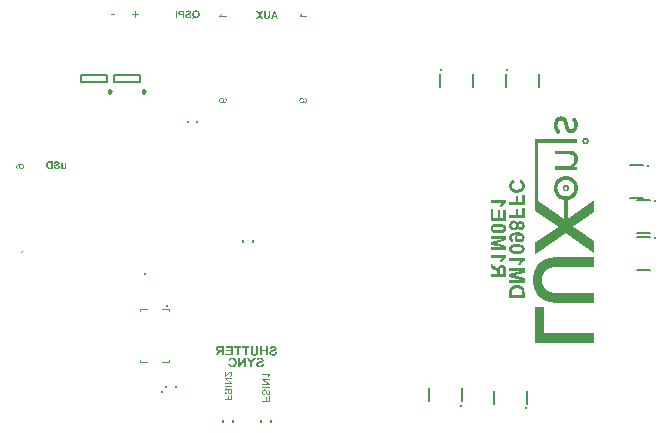
<source format=gbo>
G04*
G04 #@! TF.GenerationSoftware,Altium Limited,Altium Designer,21.2.2 (38)*
G04*
G04 Layer_Color=32896*
%FSLAX44Y44*%
%MOMM*%
G71*
G04*
G04 #@! TF.SameCoordinates,205A31CD-AC13-4E6C-8EB0-5B29ABF3557E*
G04*
G04*
G04 #@! TF.FilePolarity,Positive*
G04*
G01*
G75*
%ADD12C,0.2540*%
%ADD14C,0.2000*%
%ADD15C,0.1000*%
%ADD120C,0.2500*%
G36*
X466080Y303449D02*
X466545D01*
Y303383D01*
X466811D01*
Y303316D01*
X467077D01*
Y303250D01*
X467276D01*
Y303183D01*
X467410D01*
Y303117D01*
X467542D01*
Y303050D01*
X467742D01*
Y302984D01*
X467808D01*
Y302917D01*
X467941D01*
Y302851D01*
X468074D01*
Y302784D01*
X468141D01*
Y302718D01*
X468274D01*
Y302651D01*
X468340D01*
Y302585D01*
X468407D01*
Y302518D01*
X468540D01*
Y302452D01*
X468606D01*
Y302385D01*
X468673D01*
Y302319D01*
X468739D01*
Y302252D01*
X468806D01*
Y302186D01*
X468872D01*
Y302119D01*
X468939D01*
Y302053D01*
X469005D01*
Y301986D01*
X469072D01*
Y301920D01*
X469138D01*
Y301854D01*
X469204D01*
Y301787D01*
X469271D01*
Y301654D01*
X469338D01*
Y301588D01*
X469404D01*
Y301521D01*
X469470D01*
Y301388D01*
X469537D01*
Y301255D01*
X469603D01*
Y301189D01*
X469670D01*
Y301056D01*
X469736D01*
Y300989D01*
X469803D01*
Y300856D01*
X469869D01*
Y300723D01*
X469936D01*
Y300590D01*
X470002D01*
Y300457D01*
X470069D01*
Y300258D01*
X470135D01*
Y300125D01*
X470202D01*
Y299925D01*
X470268D01*
Y299792D01*
X470335D01*
Y299593D01*
X470401D01*
Y299394D01*
X470468D01*
Y299194D01*
X470534D01*
Y298928D01*
X470601D01*
Y298662D01*
X470667D01*
Y298396D01*
X470734D01*
Y298130D01*
X470800D01*
Y297931D01*
X470867D01*
Y297599D01*
X470933D01*
Y297266D01*
X470999D01*
Y296867D01*
X471066D01*
Y296601D01*
X471133D01*
Y296269D01*
X471199D01*
Y296003D01*
X471265D01*
Y295737D01*
X471332D01*
Y295471D01*
X471398D01*
Y295272D01*
X471465D01*
Y295006D01*
X471531D01*
Y294873D01*
X471598D01*
Y294674D01*
X471664D01*
Y294474D01*
X471731D01*
Y294275D01*
X471797D01*
Y294142D01*
X471864D01*
Y294009D01*
X471930D01*
Y293876D01*
X471997D01*
Y293743D01*
X472063D01*
Y293610D01*
X472130D01*
Y293477D01*
X472196D01*
Y293410D01*
X472263D01*
Y293277D01*
X472329D01*
Y293211D01*
X472396D01*
Y293144D01*
X472462D01*
Y293078D01*
X472529D01*
Y292945D01*
X472595D01*
Y292878D01*
X472662D01*
Y292812D01*
X472794D01*
Y292745D01*
X472861D01*
Y292679D01*
X472994D01*
Y292612D01*
X473060D01*
Y292546D01*
X473260D01*
Y292480D01*
X473592D01*
Y292413D01*
X473991D01*
Y292480D01*
X474324D01*
Y292546D01*
X474523D01*
Y292612D01*
X474656D01*
Y292679D01*
X474789D01*
Y292745D01*
X474922D01*
Y292812D01*
X474988D01*
Y292878D01*
X475121D01*
Y292945D01*
X475188D01*
Y293011D01*
X475254D01*
Y293078D01*
X475321D01*
Y293144D01*
X475387D01*
Y293211D01*
X475454D01*
Y293277D01*
X475520D01*
Y293344D01*
X475587D01*
Y293477D01*
X475653D01*
Y293543D01*
X475720D01*
Y293610D01*
X475786D01*
Y293743D01*
X475853D01*
Y293876D01*
X475919D01*
Y294009D01*
X475986D01*
Y294142D01*
X476052D01*
Y294341D01*
X476119D01*
Y294474D01*
X476185D01*
Y294674D01*
X476251D01*
Y294939D01*
X476318D01*
Y295272D01*
X476385D01*
Y295804D01*
X476451D01*
Y296601D01*
X476385D01*
Y297200D01*
X476318D01*
Y297466D01*
X476251D01*
Y297732D01*
X476185D01*
Y297931D01*
X476119D01*
Y298064D01*
X476052D01*
Y298263D01*
X475986D01*
Y298396D01*
X475919D01*
Y298529D01*
X475853D01*
Y298596D01*
X475786D01*
Y298729D01*
X475720D01*
Y298795D01*
X475653D01*
Y298928D01*
X475587D01*
Y298995D01*
X475520D01*
Y299061D01*
X475454D01*
Y299194D01*
X475387D01*
Y299261D01*
X475321D01*
Y299327D01*
X475254D01*
Y299394D01*
X475188D01*
Y299460D01*
X475121D01*
Y299527D01*
X475055D01*
Y299593D01*
X474988D01*
Y299660D01*
X474922D01*
Y299726D01*
X474855D01*
Y299792D01*
X474789D01*
Y299859D01*
X474656D01*
Y299925D01*
X474590D01*
Y299992D01*
X474523D01*
Y300058D01*
X474390D01*
Y300125D01*
X474324D01*
Y300191D01*
X474191D01*
Y300258D01*
X474124D01*
Y300324D01*
X474191D01*
Y300391D01*
X474257D01*
Y300524D01*
X474324D01*
Y300590D01*
X474390D01*
Y300723D01*
X474457D01*
Y300790D01*
X474523D01*
Y300923D01*
X474590D01*
Y300989D01*
X474656D01*
Y301122D01*
X474723D01*
Y301189D01*
X474789D01*
Y301322D01*
X474855D01*
Y301388D01*
X474922D01*
Y301521D01*
X474988D01*
Y301588D01*
X475055D01*
Y301721D01*
X475121D01*
Y301787D01*
X475188D01*
Y301920D01*
X475254D01*
Y301986D01*
X475321D01*
Y302119D01*
X475387D01*
Y302186D01*
X475454D01*
Y302319D01*
X475520D01*
Y302385D01*
X475587D01*
Y302518D01*
X475653D01*
Y302585D01*
X475720D01*
Y302718D01*
X475786D01*
Y302784D01*
X475853D01*
Y302917D01*
X475986D01*
Y302851D01*
X476052D01*
Y302784D01*
X476185D01*
Y302718D01*
X476318D01*
Y302651D01*
X476385D01*
Y302585D01*
X476517D01*
Y302518D01*
X476584D01*
Y302452D01*
X476717D01*
Y302385D01*
X476783D01*
Y302319D01*
X476850D01*
Y302252D01*
X476983D01*
Y302186D01*
X477049D01*
Y302119D01*
X477116D01*
Y302053D01*
X477182D01*
Y301986D01*
X477249D01*
Y301920D01*
X477315D01*
Y301854D01*
X477382D01*
Y301787D01*
X477448D01*
Y301721D01*
X477515D01*
Y301654D01*
X477581D01*
Y301588D01*
X477648D01*
Y301521D01*
X477714D01*
Y301455D01*
X477781D01*
Y301388D01*
X477847D01*
Y301255D01*
X477914D01*
Y301189D01*
X477980D01*
Y301122D01*
X478046D01*
Y300989D01*
X478113D01*
Y300923D01*
X478180D01*
Y300790D01*
X478246D01*
Y300723D01*
X478312D01*
Y300590D01*
X478379D01*
Y300457D01*
X478445D01*
Y300324D01*
X478512D01*
Y300191D01*
X478578D01*
Y300058D01*
X478645D01*
Y299925D01*
X478711D01*
Y299726D01*
X478778D01*
Y299593D01*
X478844D01*
Y299394D01*
X478911D01*
Y299194D01*
X478977D01*
Y298928D01*
X479044D01*
Y298729D01*
X479110D01*
Y298396D01*
X479177D01*
Y298130D01*
X479243D01*
Y297665D01*
X479310D01*
Y296934D01*
X479376D01*
Y295937D01*
X479310D01*
Y295205D01*
X479243D01*
Y294740D01*
X479177D01*
Y294408D01*
X479110D01*
Y294142D01*
X479044D01*
Y293876D01*
X478977D01*
Y293676D01*
X478911D01*
Y293410D01*
X478844D01*
Y293277D01*
X478778D01*
Y293078D01*
X478711D01*
Y292878D01*
X478645D01*
Y292745D01*
X478578D01*
Y292612D01*
X478512D01*
Y292480D01*
X478445D01*
Y292347D01*
X478379D01*
Y292214D01*
X478312D01*
Y292081D01*
X478246D01*
Y291948D01*
X478180D01*
Y291881D01*
X478113D01*
Y291748D01*
X478046D01*
Y291615D01*
X477980D01*
Y291549D01*
X477914D01*
Y291416D01*
X477847D01*
Y291349D01*
X477781D01*
Y291283D01*
X477714D01*
Y291150D01*
X477648D01*
Y291084D01*
X477581D01*
Y291017D01*
X477515D01*
Y290951D01*
X477448D01*
Y290884D01*
X477382D01*
Y290818D01*
X477315D01*
Y290751D01*
X477249D01*
Y290685D01*
X477182D01*
Y290618D01*
X477116D01*
Y290552D01*
X477049D01*
Y290485D01*
X476983D01*
Y290419D01*
X476916D01*
Y290352D01*
X476850D01*
Y290286D01*
X476717D01*
Y290219D01*
X476650D01*
Y290153D01*
X476517D01*
Y290086D01*
X476451D01*
Y290020D01*
X476385D01*
Y289953D01*
X476251D01*
Y289887D01*
X476119D01*
Y289820D01*
X475986D01*
Y289754D01*
X475853D01*
Y289687D01*
X475720D01*
Y289621D01*
X475520D01*
Y289554D01*
X475387D01*
Y289488D01*
X475121D01*
Y289421D01*
X474855D01*
Y289355D01*
X474523D01*
Y289289D01*
X472861D01*
Y289355D01*
X472462D01*
Y289421D01*
X472196D01*
Y289488D01*
X471997D01*
Y289554D01*
X471797D01*
Y289621D01*
X471598D01*
Y289687D01*
X471465D01*
Y289754D01*
X471332D01*
Y289820D01*
X471265D01*
Y289887D01*
X471133D01*
Y289953D01*
X471066D01*
Y290020D01*
X470933D01*
Y290086D01*
X470867D01*
Y290153D01*
X470800D01*
Y290219D01*
X470667D01*
Y290286D01*
X470601D01*
Y290352D01*
X470534D01*
Y290419D01*
X470468D01*
Y290485D01*
X470401D01*
Y290552D01*
X470335D01*
Y290618D01*
X470268D01*
Y290685D01*
X470202D01*
Y290751D01*
X470135D01*
Y290818D01*
X470069D01*
Y290951D01*
X470002D01*
Y291017D01*
X469936D01*
Y291084D01*
X469869D01*
Y291217D01*
X469803D01*
Y291283D01*
X469736D01*
Y291416D01*
X469670D01*
Y291482D01*
X469603D01*
Y291615D01*
X469537D01*
Y291748D01*
X469470D01*
Y291881D01*
X469404D01*
Y292014D01*
X469338D01*
Y292147D01*
X469271D01*
Y292280D01*
X469204D01*
Y292413D01*
X469138D01*
Y292612D01*
X469072D01*
Y292745D01*
X469005D01*
Y292945D01*
X468939D01*
Y293144D01*
X468872D01*
Y293344D01*
X468806D01*
Y293543D01*
X468739D01*
Y293809D01*
X468673D01*
Y294009D01*
X468606D01*
Y294275D01*
X468540D01*
Y294541D01*
X468473D01*
Y294806D01*
X468407D01*
Y295072D01*
X468340D01*
Y295338D01*
X468274D01*
Y295604D01*
X468207D01*
Y295937D01*
X468141D01*
Y296269D01*
X468074D01*
Y296535D01*
X468008D01*
Y296801D01*
X467941D01*
Y297067D01*
X467875D01*
Y297333D01*
X467808D01*
Y297599D01*
X467742D01*
Y297798D01*
X467675D01*
Y297998D01*
X467609D01*
Y298130D01*
X467542D01*
Y298330D01*
X467476D01*
Y298463D01*
X467410D01*
Y298596D01*
X467343D01*
Y298729D01*
X467276D01*
Y298795D01*
X467210D01*
Y298928D01*
X467144D01*
Y299061D01*
X467077D01*
Y299128D01*
X467011D01*
Y299194D01*
X466944D01*
Y299261D01*
X466878D01*
Y299394D01*
X466811D01*
Y299460D01*
X466745D01*
Y299527D01*
X466678D01*
Y299593D01*
X466545D01*
Y299660D01*
X466479D01*
Y299726D01*
X466412D01*
Y299792D01*
X466279D01*
Y299859D01*
X466213D01*
Y299925D01*
X466013D01*
Y299992D01*
X465814D01*
Y300058D01*
X465481D01*
Y300125D01*
X464750D01*
Y300058D01*
X464418D01*
Y299992D01*
X464218D01*
Y299925D01*
X464019D01*
Y299859D01*
X463886D01*
Y299792D01*
X463820D01*
Y299726D01*
X463686D01*
Y299660D01*
X463620D01*
Y299593D01*
X463554D01*
Y299527D01*
X463487D01*
Y299460D01*
X463354D01*
Y299394D01*
X463288D01*
Y299327D01*
X463221D01*
Y299194D01*
X463155D01*
Y299128D01*
X463088D01*
Y299061D01*
X463022D01*
Y298995D01*
X462955D01*
Y298862D01*
X462889D01*
Y298795D01*
X462822D01*
Y298662D01*
X462756D01*
Y298529D01*
X462689D01*
Y298396D01*
X462623D01*
Y298263D01*
X462556D01*
Y298064D01*
X462490D01*
Y297865D01*
X462423D01*
Y297665D01*
X462357D01*
Y297399D01*
X462290D01*
Y297067D01*
X462224D01*
Y296535D01*
X462157D01*
Y295205D01*
X462224D01*
Y294674D01*
X462290D01*
Y294341D01*
X462357D01*
Y294075D01*
X462423D01*
Y293876D01*
X462490D01*
Y293676D01*
X462556D01*
Y293543D01*
X462623D01*
Y293410D01*
X462689D01*
Y293277D01*
X462756D01*
Y293144D01*
X462822D01*
Y293011D01*
X462889D01*
Y292945D01*
X462955D01*
Y292812D01*
X463022D01*
Y292745D01*
X463088D01*
Y292612D01*
X463155D01*
Y292546D01*
X463221D01*
Y292480D01*
X463288D01*
Y292347D01*
X463354D01*
Y292280D01*
X463421D01*
Y292214D01*
X463487D01*
Y292147D01*
X463554D01*
Y292081D01*
X463620D01*
Y292014D01*
X463686D01*
Y291881D01*
X463753D01*
Y291815D01*
X463820D01*
Y291748D01*
X463886D01*
Y291682D01*
X463952D01*
Y291615D01*
X464019D01*
Y291549D01*
X464086D01*
Y291482D01*
X464152D01*
Y291416D01*
X464285D01*
Y291349D01*
X464351D01*
Y291283D01*
X464418D01*
Y291217D01*
X464484D01*
Y291150D01*
X464551D01*
Y291084D01*
X464617D01*
Y291017D01*
X464684D01*
Y290884D01*
X464617D01*
Y290751D01*
X464551D01*
Y290685D01*
X464484D01*
Y290618D01*
X464418D01*
Y290552D01*
X464351D01*
Y290419D01*
X464285D01*
Y290352D01*
X464218D01*
Y290286D01*
X464152D01*
Y290153D01*
X464086D01*
Y290086D01*
X464019D01*
Y290020D01*
X463952D01*
Y289953D01*
X463886D01*
Y289820D01*
X463820D01*
Y289754D01*
X463753D01*
Y289687D01*
X463686D01*
Y289554D01*
X463620D01*
Y289488D01*
X463554D01*
Y289421D01*
X463487D01*
Y289289D01*
X463421D01*
Y289222D01*
X463354D01*
Y289156D01*
X463288D01*
Y289089D01*
X463221D01*
Y288956D01*
X463155D01*
Y288890D01*
X463088D01*
Y288823D01*
X463022D01*
Y288690D01*
X462955D01*
Y288624D01*
X462889D01*
Y288557D01*
X462822D01*
Y288491D01*
X462689D01*
Y288557D01*
X462556D01*
Y288624D01*
X462490D01*
Y288690D01*
X462423D01*
Y288757D01*
X462290D01*
Y288823D01*
X462224D01*
Y288890D01*
X462157D01*
Y288956D01*
X462091D01*
Y289023D01*
X461958D01*
Y289089D01*
X461892D01*
Y289156D01*
X461825D01*
Y289222D01*
X461759D01*
Y289289D01*
X461692D01*
Y289355D01*
X461626D01*
Y289421D01*
X461559D01*
Y289488D01*
X461493D01*
Y289554D01*
X461426D01*
Y289621D01*
X461360D01*
Y289687D01*
X461293D01*
Y289754D01*
X461227D01*
Y289820D01*
X461160D01*
Y289887D01*
X461094D01*
Y289953D01*
X461027D01*
Y290020D01*
X460961D01*
Y290086D01*
X460894D01*
Y290219D01*
X460828D01*
Y290286D01*
X460761D01*
Y290352D01*
X460695D01*
Y290485D01*
X460628D01*
Y290552D01*
X460562D01*
Y290685D01*
X460495D01*
Y290751D01*
X460429D01*
Y290884D01*
X460363D01*
Y290951D01*
X460296D01*
Y291084D01*
X460229D01*
Y291217D01*
X460163D01*
Y291349D01*
X460097D01*
Y291482D01*
X460030D01*
Y291615D01*
X459964D01*
Y291815D01*
X459897D01*
Y291948D01*
X459831D01*
Y292147D01*
X459764D01*
Y292347D01*
X459698D01*
Y292546D01*
X459631D01*
Y292812D01*
X459565D01*
Y293078D01*
X459498D01*
Y293344D01*
X459432D01*
Y293743D01*
X459365D01*
Y294142D01*
X459299D01*
Y294873D01*
X459232D01*
Y296867D01*
X459299D01*
Y297466D01*
X459365D01*
Y297931D01*
X459432D01*
Y298263D01*
X459498D01*
Y298596D01*
X459565D01*
Y298862D01*
X459631D01*
Y299128D01*
X459698D01*
Y299327D01*
X459764D01*
Y299527D01*
X459831D01*
Y299726D01*
X459897D01*
Y299859D01*
X459964D01*
Y299992D01*
X460030D01*
Y300191D01*
X460097D01*
Y300324D01*
X460163D01*
Y300457D01*
X460229D01*
Y300590D01*
X460296D01*
Y300723D01*
X460363D01*
Y300790D01*
X460429D01*
Y300923D01*
X460495D01*
Y301056D01*
X460562D01*
Y301122D01*
X460628D01*
Y301255D01*
X460695D01*
Y301322D01*
X460761D01*
Y301455D01*
X460828D01*
Y301521D01*
X460894D01*
Y301588D01*
X460961D01*
Y301654D01*
X461027D01*
Y301721D01*
X461094D01*
Y301854D01*
X461160D01*
Y301920D01*
X461227D01*
Y301986D01*
X461293D01*
Y302053D01*
X461360D01*
Y302119D01*
X461426D01*
Y302186D01*
X461559D01*
Y302252D01*
X461626D01*
Y302319D01*
X461692D01*
Y302385D01*
X461759D01*
Y302452D01*
X461825D01*
Y302518D01*
X461958D01*
Y302585D01*
X462024D01*
Y302651D01*
X462157D01*
Y302718D01*
X462224D01*
Y302784D01*
X462357D01*
Y302851D01*
X462423D01*
Y302917D01*
X462556D01*
Y302984D01*
X462689D01*
Y303050D01*
X462822D01*
Y303117D01*
X463022D01*
Y303183D01*
X463221D01*
Y303250D01*
X463354D01*
Y303316D01*
X463686D01*
Y303383D01*
X463952D01*
Y303449D01*
X464418D01*
Y303515D01*
X466080D01*
Y303449D01*
D02*
G37*
G36*
X486490Y285300D02*
X486756D01*
Y285233D01*
X486955D01*
Y285167D01*
X487088D01*
Y285100D01*
X487221D01*
Y285034D01*
X487354D01*
Y284967D01*
X487420D01*
Y284901D01*
X487553D01*
Y284834D01*
X487620D01*
Y284768D01*
X487686D01*
Y284701D01*
X487753D01*
Y284635D01*
X487819D01*
Y284568D01*
X487886D01*
Y284502D01*
X487952D01*
Y284435D01*
X488019D01*
Y284369D01*
X488085D01*
Y284236D01*
X488152D01*
Y284169D01*
X488218D01*
Y284036D01*
X488285D01*
Y283904D01*
X488351D01*
Y283771D01*
X488418D01*
Y283571D01*
X488484D01*
Y283305D01*
X488551D01*
Y282773D01*
X488617D01*
Y282441D01*
X488551D01*
Y281909D01*
X488484D01*
Y281710D01*
X488418D01*
Y281510D01*
X488351D01*
Y281311D01*
X488285D01*
Y281178D01*
X488218D01*
Y281111D01*
X488152D01*
Y280978D01*
X488085D01*
Y280912D01*
X488019D01*
Y280779D01*
X487952D01*
Y280712D01*
X487886D01*
Y280646D01*
X487819D01*
Y280579D01*
X487753D01*
Y280513D01*
X487686D01*
Y280446D01*
X487620D01*
Y280380D01*
X487487D01*
Y280313D01*
X487420D01*
Y280247D01*
X487287D01*
Y280180D01*
X487155D01*
Y280114D01*
X487022D01*
Y280047D01*
X486889D01*
Y279981D01*
X486689D01*
Y279915D01*
X486357D01*
Y279848D01*
X485359D01*
Y279915D01*
X485027D01*
Y279981D01*
X484828D01*
Y280047D01*
X484695D01*
Y280114D01*
X484562D01*
Y280180D01*
X484429D01*
Y280247D01*
X484296D01*
Y280313D01*
X484229D01*
Y280380D01*
X484096D01*
Y280446D01*
X484030D01*
Y280513D01*
X483963D01*
Y280579D01*
X483897D01*
Y280646D01*
X483830D01*
Y280712D01*
X483764D01*
Y280779D01*
X483698D01*
Y280912D01*
X483631D01*
Y280978D01*
X483564D01*
Y281111D01*
X483498D01*
Y281178D01*
X483432D01*
Y281311D01*
X483365D01*
Y281510D01*
X483299D01*
Y281643D01*
X483232D01*
Y281909D01*
X483166D01*
Y282374D01*
X483099D01*
Y282840D01*
X483166D01*
Y283305D01*
X483232D01*
Y283571D01*
X483299D01*
Y283771D01*
X483365D01*
Y283904D01*
X483432D01*
Y284036D01*
X483498D01*
Y284169D01*
X483564D01*
Y284236D01*
X483631D01*
Y284369D01*
X483698D01*
Y284435D01*
X483764D01*
Y284502D01*
X483830D01*
Y284568D01*
X483897D01*
Y284635D01*
X483963D01*
Y284701D01*
X484030D01*
Y284768D01*
X484096D01*
Y284834D01*
X484163D01*
Y284901D01*
X484296D01*
Y284967D01*
X484362D01*
Y285034D01*
X484495D01*
Y285100D01*
X484628D01*
Y285167D01*
X484761D01*
Y285233D01*
X484961D01*
Y285300D01*
X485227D01*
Y285366D01*
X486490D01*
Y285300D01*
D02*
G37*
G36*
X472329Y274596D02*
X473060D01*
Y274530D01*
X473592D01*
Y274463D01*
X473858D01*
Y274397D01*
X474191D01*
Y274330D01*
X474457D01*
Y274264D01*
X474723D01*
Y274197D01*
X474922D01*
Y274131D01*
X475121D01*
Y274064D01*
X475321D01*
Y273998D01*
X475454D01*
Y273931D01*
X475587D01*
Y273865D01*
X475786D01*
Y273798D01*
X475919D01*
Y273732D01*
X476052D01*
Y273665D01*
X476119D01*
Y273599D01*
X476251D01*
Y273532D01*
X476385D01*
Y273466D01*
X476451D01*
Y273399D01*
X476584D01*
Y273333D01*
X476650D01*
Y273266D01*
X476783D01*
Y273200D01*
X476850D01*
Y273134D01*
X476983D01*
Y273067D01*
X477049D01*
Y273001D01*
X477116D01*
Y272934D01*
X477182D01*
Y272868D01*
X477249D01*
Y272801D01*
X477315D01*
Y272735D01*
X477382D01*
Y272668D01*
X477448D01*
Y272602D01*
X477515D01*
Y272535D01*
X477581D01*
Y272469D01*
X477648D01*
Y272402D01*
X477714D01*
Y272336D01*
X477781D01*
Y272269D01*
X477847D01*
Y272203D01*
X477914D01*
Y272070D01*
X477980D01*
Y272003D01*
X478046D01*
Y271937D01*
X478113D01*
Y271804D01*
X478180D01*
Y271737D01*
X478246D01*
Y271604D01*
X478312D01*
Y271538D01*
X478379D01*
Y271405D01*
X478445D01*
Y271272D01*
X478512D01*
Y271139D01*
X478578D01*
Y271006D01*
X478645D01*
Y270873D01*
X478711D01*
Y270740D01*
X478778D01*
Y270607D01*
X478844D01*
Y270408D01*
X478911D01*
Y270208D01*
X478977D01*
Y270009D01*
X479044D01*
Y269743D01*
X479110D01*
Y269477D01*
X479177D01*
Y269145D01*
X479243D01*
Y268746D01*
X479310D01*
Y267948D01*
X479376D01*
Y266884D01*
X479310D01*
Y266219D01*
X479243D01*
Y265821D01*
X479177D01*
Y265488D01*
X479110D01*
Y265289D01*
X479044D01*
Y265023D01*
X478977D01*
Y264823D01*
X478911D01*
Y264624D01*
X478844D01*
Y264491D01*
X478778D01*
Y264291D01*
X478711D01*
Y264158D01*
X478645D01*
Y264025D01*
X478578D01*
Y263892D01*
X478512D01*
Y263760D01*
X478445D01*
Y263627D01*
X478379D01*
Y263494D01*
X478312D01*
Y263427D01*
X478246D01*
Y263294D01*
X478180D01*
Y263161D01*
X478113D01*
Y263095D01*
X478046D01*
Y263028D01*
X477980D01*
Y262895D01*
X477914D01*
Y262829D01*
X477847D01*
Y262696D01*
X477781D01*
Y262629D01*
X477714D01*
Y262563D01*
X477648D01*
Y262496D01*
X477581D01*
Y262430D01*
X477515D01*
Y262297D01*
X477448D01*
Y262230D01*
X477382D01*
Y262164D01*
X477315D01*
Y262097D01*
X477249D01*
Y262031D01*
X477182D01*
Y261965D01*
X477116D01*
Y261898D01*
X476983D01*
Y261832D01*
X476916D01*
Y261765D01*
X476850D01*
Y261699D01*
X476783D01*
Y261632D01*
X476717D01*
Y261566D01*
X476584D01*
Y261499D01*
X476517D01*
Y261433D01*
X476385D01*
Y261366D01*
X476318D01*
Y261300D01*
X476185D01*
Y261233D01*
X476119D01*
Y261167D01*
X475986D01*
Y261100D01*
X475853D01*
Y261034D01*
X475720D01*
Y260901D01*
X476983D01*
Y260834D01*
X478844D01*
Y257776D01*
X478379D01*
Y257843D01*
X476983D01*
Y257909D01*
X475653D01*
Y257976D01*
X459698D01*
Y261167D01*
X470335D01*
Y261233D01*
X470933D01*
Y261300D01*
X471332D01*
Y261366D01*
X471664D01*
Y261433D01*
X471930D01*
Y261499D01*
X472196D01*
Y261566D01*
X472462D01*
Y261632D01*
X472595D01*
Y261699D01*
X472794D01*
Y261765D01*
X472994D01*
Y261832D01*
X473127D01*
Y261898D01*
X473326D01*
Y261965D01*
X473459D01*
Y262031D01*
X473592D01*
Y262097D01*
X473725D01*
Y262164D01*
X473792D01*
Y262230D01*
X473925D01*
Y262297D01*
X474058D01*
Y262363D01*
X474124D01*
Y262430D01*
X474257D01*
Y262496D01*
X474324D01*
Y262563D01*
X474457D01*
Y262629D01*
X474523D01*
Y262696D01*
X474590D01*
Y262762D01*
X474656D01*
Y262829D01*
X474723D01*
Y262895D01*
X474789D01*
Y262962D01*
X474922D01*
Y263028D01*
X474988D01*
Y263095D01*
X475055D01*
Y263161D01*
X475121D01*
Y263294D01*
X475188D01*
Y263361D01*
X475254D01*
Y263427D01*
X475321D01*
Y263494D01*
X475387D01*
Y263627D01*
X475454D01*
Y263693D01*
X475520D01*
Y263826D01*
X475587D01*
Y263892D01*
X475653D01*
Y264025D01*
X475720D01*
Y264092D01*
X475786D01*
Y264225D01*
X475853D01*
Y264358D01*
X475919D01*
Y264557D01*
X475986D01*
Y264690D01*
X476052D01*
Y264890D01*
X476119D01*
Y265089D01*
X476185D01*
Y265289D01*
X476251D01*
Y265621D01*
X476318D01*
Y265954D01*
X476385D01*
Y266618D01*
X476451D01*
Y267482D01*
X476385D01*
Y268081D01*
X476318D01*
Y268413D01*
X476251D01*
Y268679D01*
X476185D01*
Y268879D01*
X476119D01*
Y269012D01*
X476052D01*
Y269211D01*
X475986D01*
Y269344D01*
X475919D01*
Y269410D01*
X475853D01*
Y269543D01*
X475786D01*
Y269676D01*
X475720D01*
Y269743D01*
X475653D01*
Y269809D01*
X475587D01*
Y269942D01*
X475520D01*
Y270009D01*
X475454D01*
Y270075D01*
X475387D01*
Y270142D01*
X475321D01*
Y270208D01*
X475254D01*
Y270275D01*
X475188D01*
Y270341D01*
X475121D01*
Y270408D01*
X474988D01*
Y270474D01*
X474922D01*
Y270541D01*
X474789D01*
Y270607D01*
X474723D01*
Y270674D01*
X474590D01*
Y270740D01*
X474523D01*
Y270807D01*
X474390D01*
Y270873D01*
X474191D01*
Y270940D01*
X474058D01*
Y271006D01*
X473925D01*
Y271073D01*
X473725D01*
Y271139D01*
X473526D01*
Y271206D01*
X473326D01*
Y271272D01*
X473060D01*
Y271338D01*
X472662D01*
Y271405D01*
X472196D01*
Y271471D01*
X459698D01*
Y274662D01*
X472329D01*
Y274596D01*
D02*
G37*
G36*
X478844Y281045D02*
X445869D01*
Y231915D01*
X445936D01*
Y231849D01*
X446003D01*
Y231782D01*
X446135D01*
Y231716D01*
X446202D01*
Y231649D01*
X446268D01*
Y231583D01*
X446401D01*
Y231516D01*
X446468D01*
Y231450D01*
X446601D01*
Y231383D01*
X446667D01*
Y231317D01*
X446800D01*
Y231250D01*
X446867D01*
Y231184D01*
X446933D01*
Y231117D01*
X447066D01*
Y231051D01*
X447133D01*
Y230984D01*
X447266D01*
Y230918D01*
X447332D01*
Y230851D01*
X447465D01*
Y230785D01*
X447532D01*
Y230718D01*
X447598D01*
Y230652D01*
X447731D01*
Y230585D01*
X447798D01*
Y230519D01*
X447930D01*
Y230452D01*
X447997D01*
Y230386D01*
X448130D01*
Y230319D01*
X448196D01*
Y230253D01*
X448329D01*
Y230187D01*
X448396D01*
Y230120D01*
X448462D01*
Y230054D01*
X448595D01*
Y229987D01*
X448662D01*
Y229921D01*
X448795D01*
Y229854D01*
X448861D01*
Y229788D01*
X448994D01*
Y229721D01*
X449061D01*
Y229655D01*
X449127D01*
Y229588D01*
X449260D01*
Y229522D01*
X449327D01*
Y229455D01*
X449459D01*
Y229389D01*
X449526D01*
Y229322D01*
X449659D01*
Y229256D01*
X449725D01*
Y229189D01*
X449792D01*
Y229123D01*
X449925D01*
Y229056D01*
X449991D01*
Y228990D01*
X450124D01*
Y228923D01*
X450191D01*
Y228857D01*
X450324D01*
Y228790D01*
X450390D01*
Y228724D01*
X450457D01*
Y228657D01*
X450590D01*
Y228591D01*
X450656D01*
Y228524D01*
X450789D01*
Y228458D01*
X450856D01*
Y228391D01*
X450989D01*
Y228325D01*
X451055D01*
Y228258D01*
X451121D01*
Y228192D01*
X451255D01*
Y228125D01*
X451321D01*
Y228059D01*
X451454D01*
Y227992D01*
X451520D01*
Y227926D01*
X451653D01*
Y227860D01*
X451720D01*
Y227793D01*
X451786D01*
Y227727D01*
X451919D01*
Y227660D01*
X451986D01*
Y227594D01*
X452119D01*
Y227527D01*
X452185D01*
Y227461D01*
X452318D01*
Y227394D01*
X452385D01*
Y227328D01*
X452451D01*
Y227261D01*
X452584D01*
Y227195D01*
X452651D01*
Y227128D01*
X452784D01*
Y227062D01*
X452850D01*
Y226995D01*
X452983D01*
Y226929D01*
X453050D01*
Y226862D01*
X453116D01*
Y226796D01*
X453249D01*
Y226729D01*
X453315D01*
Y226663D01*
X453448D01*
Y226596D01*
X453515D01*
Y226530D01*
X453648D01*
Y226464D01*
X453714D01*
Y226397D01*
X453781D01*
Y226331D01*
X453914D01*
Y226264D01*
X453980D01*
Y226197D01*
X454113D01*
Y226131D01*
X454180D01*
Y226065D01*
X454313D01*
Y225998D01*
X454379D01*
Y225932D01*
X454446D01*
Y225865D01*
X454579D01*
Y225799D01*
X454645D01*
Y225732D01*
X454778D01*
Y225666D01*
X454845D01*
Y225599D01*
X454977D01*
Y225533D01*
X455044D01*
Y225466D01*
X455110D01*
Y225400D01*
X455243D01*
Y225333D01*
X455310D01*
Y225267D01*
X455443D01*
Y225200D01*
X455509D01*
Y225134D01*
X455642D01*
Y225067D01*
X455709D01*
Y225001D01*
X455775D01*
Y224934D01*
X455908D01*
Y224868D01*
X455975D01*
Y224801D01*
X456108D01*
Y224735D01*
X456174D01*
Y224669D01*
X456307D01*
Y224602D01*
X456374D01*
Y224536D01*
X456440D01*
Y224469D01*
X456573D01*
Y224403D01*
X456640D01*
Y224336D01*
X456772D01*
Y224270D01*
X456839D01*
Y224203D01*
X456972D01*
Y224137D01*
X457038D01*
Y224070D01*
X457105D01*
Y224004D01*
X457238D01*
Y223937D01*
X457304D01*
Y223871D01*
X457437D01*
Y223804D01*
X457504D01*
Y223738D01*
X457637D01*
Y223671D01*
X457703D01*
Y223605D01*
X457770D01*
Y223538D01*
X457903D01*
Y223472D01*
X457969D01*
Y223405D01*
X458102D01*
Y223339D01*
X458169D01*
Y223272D01*
X458302D01*
Y223206D01*
X458368D01*
Y223139D01*
X458434D01*
Y223073D01*
X458568D01*
Y223006D01*
X458634D01*
Y222940D01*
X458767D01*
Y222873D01*
X458833D01*
Y222807D01*
X458966D01*
Y222740D01*
X459033D01*
Y222674D01*
X459099D01*
Y222607D01*
X459232D01*
Y222541D01*
X459299D01*
Y222475D01*
X459432D01*
Y222408D01*
X459498D01*
Y222342D01*
X459631D01*
Y222275D01*
X459698D01*
Y222209D01*
X459764D01*
Y222142D01*
X459897D01*
Y222076D01*
X459964D01*
Y222009D01*
X460097D01*
Y221943D01*
X460163D01*
Y221876D01*
X460296D01*
Y221810D01*
X460363D01*
Y221743D01*
X460429D01*
Y221677D01*
X460562D01*
Y221610D01*
X460628D01*
Y221544D01*
X460761D01*
Y221477D01*
X460828D01*
Y221411D01*
X460961D01*
Y221344D01*
X461027D01*
Y221278D01*
X461094D01*
Y221211D01*
X461227D01*
Y221145D01*
X461293D01*
Y221078D01*
X461426D01*
Y221012D01*
X461493D01*
Y220945D01*
X461626D01*
Y220879D01*
X461692D01*
Y220812D01*
X461759D01*
Y220746D01*
X461892D01*
Y220680D01*
X461958D01*
Y220613D01*
X462091D01*
Y220547D01*
X462157D01*
Y220480D01*
X462290D01*
Y220414D01*
X462357D01*
Y220347D01*
X462423D01*
Y220281D01*
X462556D01*
Y220214D01*
X462623D01*
Y220148D01*
X462756D01*
Y220081D01*
X462822D01*
Y220015D01*
X462955D01*
Y219948D01*
X463022D01*
Y219882D01*
X463088D01*
Y219815D01*
X463221D01*
Y219749D01*
X463288D01*
Y219682D01*
X463421D01*
Y219616D01*
X463487D01*
Y219549D01*
X463620D01*
Y219483D01*
X463686D01*
Y219416D01*
X463753D01*
Y219350D01*
X463886D01*
Y219284D01*
X463952D01*
Y219217D01*
X464086D01*
Y219151D01*
X464152D01*
Y219084D01*
X464285D01*
Y219018D01*
X464351D01*
Y218951D01*
X464418D01*
Y218885D01*
X464551D01*
Y218818D01*
X464617D01*
Y218752D01*
X464750D01*
Y218685D01*
X464817D01*
Y218619D01*
X464950D01*
Y218552D01*
X465016D01*
Y218486D01*
X465083D01*
Y218419D01*
X465216D01*
Y218353D01*
X465282D01*
Y218286D01*
X465415D01*
Y218220D01*
X465481D01*
Y218153D01*
X465615D01*
Y218087D01*
X465681D01*
Y218020D01*
X465747D01*
Y217954D01*
X465880D01*
Y217887D01*
X465947D01*
Y217821D01*
X466080D01*
Y217754D01*
X466146D01*
Y217688D01*
X466279D01*
Y217621D01*
X466346D01*
Y217555D01*
X466412D01*
Y217488D01*
X466545D01*
Y217422D01*
X466612D01*
Y217355D01*
X466745D01*
Y217289D01*
X466811D01*
Y217222D01*
X466944D01*
Y217156D01*
X467011D01*
Y217090D01*
X467077D01*
Y217023D01*
X467210D01*
Y216957D01*
X467276D01*
Y216890D01*
X467410D01*
Y216824D01*
X467476D01*
Y216757D01*
X467609D01*
Y216691D01*
X467742D01*
Y232646D01*
X467476D01*
Y232713D01*
X467077D01*
Y232779D01*
X466745D01*
Y232846D01*
X466479D01*
Y232912D01*
X466213D01*
Y232979D01*
X466013D01*
Y233045D01*
X465814D01*
Y233112D01*
X465615D01*
Y233178D01*
X465415D01*
Y233245D01*
X465282D01*
Y233311D01*
X465083D01*
Y233377D01*
X464950D01*
Y233444D01*
X464817D01*
Y233510D01*
X464684D01*
Y233577D01*
X464551D01*
Y233643D01*
X464418D01*
Y233710D01*
X464285D01*
Y233776D01*
X464152D01*
Y233843D01*
X464086D01*
Y233909D01*
X463952D01*
Y233976D01*
X463820D01*
Y234042D01*
X463753D01*
Y234109D01*
X463620D01*
Y234175D01*
X463554D01*
Y234242D01*
X463421D01*
Y234308D01*
X463354D01*
Y234375D01*
X463221D01*
Y234441D01*
X463155D01*
Y234508D01*
X463022D01*
Y234574D01*
X462955D01*
Y234641D01*
X462889D01*
Y234707D01*
X462822D01*
Y234774D01*
X462756D01*
Y234840D01*
X462623D01*
Y234907D01*
X462556D01*
Y234973D01*
X462490D01*
Y235040D01*
X462423D01*
Y235106D01*
X462357D01*
Y235173D01*
X462290D01*
Y235239D01*
X462224D01*
Y235306D01*
X462157D01*
Y235372D01*
X462024D01*
Y235505D01*
X461958D01*
Y235571D01*
X461892D01*
Y235638D01*
X461825D01*
Y235704D01*
X461759D01*
Y235771D01*
X461692D01*
Y235837D01*
X461626D01*
Y235904D01*
X461559D01*
Y235970D01*
X461493D01*
Y236103D01*
X461426D01*
Y236170D01*
X461360D01*
Y236236D01*
X461293D01*
Y236303D01*
X461227D01*
Y236436D01*
X461160D01*
Y236502D01*
X461094D01*
Y236569D01*
X461027D01*
Y236702D01*
X460961D01*
Y236835D01*
X460894D01*
Y236901D01*
X460828D01*
Y237034D01*
X460761D01*
Y237101D01*
X460695D01*
Y237234D01*
X460628D01*
Y237300D01*
X460562D01*
Y237433D01*
X460495D01*
Y237566D01*
X460429D01*
Y237699D01*
X460363D01*
Y237832D01*
X460296D01*
Y237965D01*
X460229D01*
Y238098D01*
X460163D01*
Y238231D01*
X460097D01*
Y238430D01*
X460030D01*
Y238563D01*
X459964D01*
Y238762D01*
X459897D01*
Y238962D01*
X459831D01*
Y239161D01*
X459764D01*
Y239361D01*
X459698D01*
Y239560D01*
X459631D01*
Y239826D01*
X459565D01*
Y240026D01*
X459498D01*
Y240358D01*
X459432D01*
Y240757D01*
X459365D01*
Y241089D01*
X459299D01*
Y241887D01*
X459232D01*
Y243682D01*
X459299D01*
Y244414D01*
X459365D01*
Y244746D01*
X459432D01*
Y245145D01*
X459498D01*
Y245477D01*
X459565D01*
Y245743D01*
X459631D01*
Y245943D01*
X459698D01*
Y246208D01*
X459764D01*
Y246408D01*
X459831D01*
Y246607D01*
X459897D01*
Y246740D01*
X459964D01*
Y246940D01*
X460030D01*
Y247073D01*
X460097D01*
Y247272D01*
X460163D01*
Y247405D01*
X460229D01*
Y247538D01*
X460296D01*
Y247671D01*
X460363D01*
Y247804D01*
X460429D01*
Y247937D01*
X460495D01*
Y248070D01*
X460562D01*
Y248203D01*
X460628D01*
Y248269D01*
X460695D01*
Y248402D01*
X460761D01*
Y248535D01*
X460828D01*
Y248602D01*
X460894D01*
Y248735D01*
X460961D01*
Y248801D01*
X461027D01*
Y248934D01*
X461094D01*
Y249001D01*
X461160D01*
Y249134D01*
X461227D01*
Y249200D01*
X461293D01*
Y249267D01*
X461360D01*
Y249333D01*
X461426D01*
Y249466D01*
X461493D01*
Y249533D01*
X461559D01*
Y249599D01*
X461626D01*
Y249666D01*
X461692D01*
Y249799D01*
X461759D01*
Y249865D01*
X461825D01*
Y249931D01*
X461892D01*
Y249998D01*
X461958D01*
Y250064D01*
X462024D01*
Y250131D01*
X462091D01*
Y250197D01*
X462157D01*
Y250264D01*
X462224D01*
Y250330D01*
X462290D01*
Y250397D01*
X462357D01*
Y250463D01*
X462490D01*
Y250530D01*
X462556D01*
Y250596D01*
X462623D01*
Y250663D01*
X462689D01*
Y250729D01*
X462756D01*
Y250796D01*
X462889D01*
Y250862D01*
X462955D01*
Y250929D01*
X463022D01*
Y250995D01*
X463088D01*
Y251062D01*
X463221D01*
Y251128D01*
X463288D01*
Y251195D01*
X463421D01*
Y251261D01*
X463487D01*
Y251328D01*
X463620D01*
Y251394D01*
X463686D01*
Y251460D01*
X463820D01*
Y251527D01*
X463886D01*
Y251593D01*
X464019D01*
Y251660D01*
X464152D01*
Y251726D01*
X464285D01*
Y251793D01*
X464418D01*
Y251859D01*
X464551D01*
Y251926D01*
X464617D01*
Y251992D01*
X464750D01*
Y252059D01*
X464950D01*
Y252125D01*
X465083D01*
Y252192D01*
X465216D01*
Y252258D01*
X465415D01*
Y252325D01*
X465548D01*
Y252391D01*
X465747D01*
Y252458D01*
X465947D01*
Y252524D01*
X466146D01*
Y252591D01*
X466412D01*
Y252657D01*
X466678D01*
Y252724D01*
X466944D01*
Y252790D01*
X467343D01*
Y252857D01*
X467742D01*
Y252923D01*
X468473D01*
Y252990D01*
X470135D01*
Y252923D01*
X470800D01*
Y252857D01*
X471265D01*
Y252790D01*
X471598D01*
Y252724D01*
X471930D01*
Y252657D01*
X472196D01*
Y252591D01*
X472396D01*
Y252524D01*
X472662D01*
Y252458D01*
X472861D01*
Y252391D01*
X472994D01*
Y252325D01*
X473193D01*
Y252258D01*
X473326D01*
Y252192D01*
X473526D01*
Y252125D01*
X473659D01*
Y252059D01*
X473792D01*
Y251992D01*
X473925D01*
Y251926D01*
X474058D01*
Y251859D01*
X474191D01*
Y251793D01*
X474324D01*
Y251726D01*
X474457D01*
Y251660D01*
X474590D01*
Y251593D01*
X474656D01*
Y251527D01*
X474789D01*
Y251460D01*
X474855D01*
Y251394D01*
X474988D01*
Y251328D01*
X475055D01*
Y251261D01*
X475188D01*
Y251195D01*
X475254D01*
Y251128D01*
X475387D01*
Y251062D01*
X475454D01*
Y250995D01*
X475587D01*
Y250929D01*
X475653D01*
Y250862D01*
X475720D01*
Y250796D01*
X475786D01*
Y250729D01*
X475853D01*
Y250663D01*
X475986D01*
Y250596D01*
X476052D01*
Y250530D01*
X476119D01*
Y250463D01*
X476185D01*
Y250397D01*
X476251D01*
Y250330D01*
X476318D01*
Y250264D01*
X476385D01*
Y250197D01*
X476451D01*
Y250131D01*
X476517D01*
Y250064D01*
X476584D01*
Y249998D01*
X476650D01*
Y249931D01*
X476717D01*
Y249865D01*
X476783D01*
Y249799D01*
X476850D01*
Y249732D01*
X476916D01*
Y249666D01*
X476983D01*
Y249599D01*
X477049D01*
Y249466D01*
X477116D01*
Y249400D01*
X477182D01*
Y249333D01*
X477249D01*
Y249267D01*
X477315D01*
Y249134D01*
X477382D01*
Y249067D01*
X477448D01*
Y249001D01*
X477515D01*
Y248868D01*
X477581D01*
Y248801D01*
X477648D01*
Y248668D01*
X477714D01*
Y248602D01*
X477781D01*
Y248469D01*
X477847D01*
Y248336D01*
X477914D01*
Y248269D01*
X477980D01*
Y248136D01*
X478046D01*
Y248004D01*
X478113D01*
Y247871D01*
X478180D01*
Y247738D01*
X478246D01*
Y247605D01*
X478312D01*
Y247472D01*
X478379D01*
Y247339D01*
X478445D01*
Y247206D01*
X478512D01*
Y247073D01*
X478578D01*
Y246873D01*
X478645D01*
Y246674D01*
X478711D01*
Y246541D01*
X478778D01*
Y246341D01*
X478844D01*
Y246142D01*
X478911D01*
Y245876D01*
X478977D01*
Y245610D01*
X479044D01*
Y245411D01*
X479110D01*
Y245012D01*
X479177D01*
Y244613D01*
X479243D01*
Y244147D01*
X479310D01*
Y243416D01*
X479376D01*
Y242153D01*
X479310D01*
Y241355D01*
X479243D01*
Y240890D01*
X479177D01*
Y240491D01*
X479110D01*
Y240159D01*
X479044D01*
Y239893D01*
X478977D01*
Y239627D01*
X478911D01*
Y239427D01*
X478844D01*
Y239228D01*
X478778D01*
Y239028D01*
X478711D01*
Y238829D01*
X478645D01*
Y238630D01*
X478578D01*
Y238497D01*
X478512D01*
Y238297D01*
X478445D01*
Y238164D01*
X478379D01*
Y238031D01*
X478312D01*
Y237898D01*
X478246D01*
Y237765D01*
X478180D01*
Y237632D01*
X478113D01*
Y237499D01*
X478046D01*
Y237366D01*
X477980D01*
Y237234D01*
X477914D01*
Y237167D01*
X477847D01*
Y237034D01*
X477781D01*
Y236968D01*
X477714D01*
Y236835D01*
X477648D01*
Y236768D01*
X477581D01*
Y236635D01*
X477515D01*
Y236502D01*
X477448D01*
Y236436D01*
X477382D01*
Y236369D01*
X477315D01*
Y236303D01*
X477249D01*
Y236170D01*
X477182D01*
Y236103D01*
X477116D01*
Y236037D01*
X477049D01*
Y235970D01*
X476983D01*
Y235837D01*
X476916D01*
Y235771D01*
X476850D01*
Y235704D01*
X476783D01*
Y235638D01*
X476717D01*
Y235571D01*
X476650D01*
Y235505D01*
X476584D01*
Y235438D01*
X476517D01*
Y235372D01*
X476451D01*
Y235306D01*
X476385D01*
Y235239D01*
X476318D01*
Y235173D01*
X476251D01*
Y235106D01*
X476185D01*
Y235040D01*
X476119D01*
Y234973D01*
X476052D01*
Y234907D01*
X475919D01*
Y234840D01*
X475853D01*
Y234774D01*
X475786D01*
Y234707D01*
X475720D01*
Y234641D01*
X475653D01*
Y234574D01*
X475520D01*
Y234508D01*
X475454D01*
Y234441D01*
X475387D01*
Y234375D01*
X475254D01*
Y234308D01*
X475188D01*
Y234242D01*
X475055D01*
Y234175D01*
X474988D01*
Y234109D01*
X474855D01*
Y234042D01*
X474789D01*
Y233976D01*
X474656D01*
Y233909D01*
X474523D01*
Y233843D01*
X474390D01*
Y233776D01*
X474257D01*
Y233710D01*
X474191D01*
Y233643D01*
X474058D01*
Y233577D01*
X473925D01*
Y233510D01*
X473792D01*
Y233444D01*
X473592D01*
Y233377D01*
X473459D01*
Y233311D01*
X473326D01*
Y233245D01*
X473127D01*
Y233178D01*
X472994D01*
Y233112D01*
X472794D01*
Y233045D01*
X472595D01*
Y232979D01*
X472329D01*
Y232912D01*
X472063D01*
Y232846D01*
X471797D01*
Y232779D01*
X471465D01*
Y232713D01*
X471133D01*
Y232646D01*
X470867D01*
Y216824D01*
X470999D01*
Y216890D01*
X471066D01*
Y216957D01*
X471199D01*
Y217023D01*
X471265D01*
Y217090D01*
X471332D01*
Y217156D01*
X471465D01*
Y217222D01*
X471531D01*
Y217289D01*
X471664D01*
Y217355D01*
X471731D01*
Y217422D01*
X471797D01*
Y217488D01*
X471930D01*
Y217555D01*
X471997D01*
Y217621D01*
X472130D01*
Y217688D01*
X472196D01*
Y217754D01*
X472329D01*
Y217821D01*
X472396D01*
Y217887D01*
X472462D01*
Y217954D01*
X472595D01*
Y218020D01*
X472662D01*
Y218087D01*
X472794D01*
Y218153D01*
X472861D01*
Y218220D01*
X472928D01*
Y218286D01*
X473060D01*
Y218353D01*
X473127D01*
Y218419D01*
X473260D01*
Y218486D01*
X473326D01*
Y218552D01*
X473393D01*
Y218619D01*
X473526D01*
Y218685D01*
X473592D01*
Y218752D01*
X473725D01*
Y218818D01*
X473792D01*
Y218885D01*
X473858D01*
Y218951D01*
X473991D01*
Y219018D01*
X474058D01*
Y219084D01*
X474191D01*
Y219151D01*
X474257D01*
Y219217D01*
X474390D01*
Y219284D01*
X474457D01*
Y219350D01*
X474523D01*
Y219416D01*
X474656D01*
Y219483D01*
X474723D01*
Y219549D01*
X474855D01*
Y219616D01*
X474922D01*
Y219682D01*
X474988D01*
Y219749D01*
X475121D01*
Y219815D01*
X475188D01*
Y219882D01*
X475321D01*
Y219948D01*
X475387D01*
Y220015D01*
X475454D01*
Y220081D01*
X475587D01*
Y220148D01*
X475653D01*
Y220214D01*
X475786D01*
Y220281D01*
X475853D01*
Y220347D01*
X475919D01*
Y220414D01*
X476052D01*
Y220480D01*
X476119D01*
Y220547D01*
X476251D01*
Y220613D01*
X476318D01*
Y220680D01*
X476385D01*
Y220746D01*
X476517D01*
Y220812D01*
X476584D01*
Y220879D01*
X476717D01*
Y220945D01*
X476783D01*
Y221012D01*
X476916D01*
Y221078D01*
X476983D01*
Y221145D01*
X477049D01*
Y221211D01*
X477182D01*
Y221278D01*
X477249D01*
Y221344D01*
X477382D01*
Y221411D01*
X477448D01*
Y221477D01*
X477515D01*
Y221544D01*
X477648D01*
Y221610D01*
X477714D01*
Y221677D01*
X477847D01*
Y221743D01*
X477914D01*
Y221810D01*
X477980D01*
Y221876D01*
X478113D01*
Y221943D01*
X478180D01*
Y222009D01*
X478312D01*
Y222076D01*
X478379D01*
Y222142D01*
X478445D01*
Y222209D01*
X478578D01*
Y222275D01*
X478645D01*
Y222342D01*
X478778D01*
Y222408D01*
X478844D01*
Y222475D01*
X478911D01*
Y222541D01*
X479044D01*
Y222607D01*
X479110D01*
Y222674D01*
X479243D01*
Y222740D01*
X479310D01*
Y222807D01*
X479443D01*
Y222873D01*
X479509D01*
Y222940D01*
X479576D01*
Y223006D01*
X479709D01*
Y223073D01*
X479775D01*
Y223139D01*
X479908D01*
Y223206D01*
X479975D01*
Y223272D01*
X480041D01*
Y223339D01*
X480174D01*
Y223405D01*
X480240D01*
Y223472D01*
X480373D01*
Y223538D01*
X480440D01*
Y223605D01*
X480506D01*
Y223671D01*
X480639D01*
Y223738D01*
X480706D01*
Y223804D01*
X480839D01*
Y223871D01*
X480905D01*
Y223937D01*
X480972D01*
Y224004D01*
X481105D01*
Y224070D01*
X481171D01*
Y224137D01*
X481304D01*
Y224203D01*
X481371D01*
Y224270D01*
X481504D01*
Y224336D01*
X481570D01*
Y224403D01*
X481637D01*
Y224469D01*
X481769D01*
Y224536D01*
X481836D01*
Y224602D01*
X481969D01*
Y224669D01*
X482035D01*
Y224735D01*
X482102D01*
Y224801D01*
X482235D01*
Y224868D01*
X482301D01*
Y224934D01*
X482434D01*
Y225001D01*
X482501D01*
Y225067D01*
X482567D01*
Y225134D01*
X482700D01*
Y225200D01*
X482767D01*
Y225267D01*
X482900D01*
Y225333D01*
X482966D01*
Y225400D01*
X483033D01*
Y225466D01*
X483166D01*
Y225533D01*
X483232D01*
Y225599D01*
X483365D01*
Y225666D01*
X483432D01*
Y225732D01*
X483498D01*
Y225799D01*
X483631D01*
Y225865D01*
X483698D01*
Y225932D01*
X483830D01*
Y225998D01*
X483897D01*
Y226065D01*
X484030D01*
Y226131D01*
X484096D01*
Y226197D01*
X484163D01*
Y226264D01*
X484296D01*
Y226331D01*
X484362D01*
Y226397D01*
X484495D01*
Y226464D01*
X484562D01*
Y226530D01*
X484628D01*
Y226596D01*
X484761D01*
Y226663D01*
X484828D01*
Y226729D01*
X484961D01*
Y226796D01*
X485027D01*
Y226862D01*
X485094D01*
Y226929D01*
X485227D01*
Y226995D01*
X485293D01*
Y227062D01*
X485426D01*
Y227128D01*
X485493D01*
Y227195D01*
X485559D01*
Y227261D01*
X485692D01*
Y227328D01*
X485758D01*
Y227394D01*
X485891D01*
Y227461D01*
X485958D01*
Y227527D01*
X486024D01*
Y227594D01*
X486157D01*
Y227660D01*
X486224D01*
Y227727D01*
X486357D01*
Y227793D01*
X486423D01*
Y227860D01*
X486556D01*
Y227926D01*
X486623D01*
Y227992D01*
X486689D01*
Y228059D01*
X486822D01*
Y228125D01*
X486889D01*
Y228192D01*
X487022D01*
Y228258D01*
X487088D01*
Y228325D01*
X487155D01*
Y228391D01*
X487287D01*
Y228458D01*
X487354D01*
Y228524D01*
X487487D01*
Y228591D01*
X487553D01*
Y228657D01*
X487620D01*
Y228724D01*
X487753D01*
Y228790D01*
X487819D01*
Y228857D01*
X487952D01*
Y228923D01*
X488019D01*
Y228990D01*
X488085D01*
Y229056D01*
X488218D01*
Y229123D01*
X488285D01*
Y229189D01*
X488418D01*
Y229256D01*
X488484D01*
Y229322D01*
X488551D01*
Y229389D01*
X488684D01*
Y229455D01*
X488750D01*
Y229522D01*
X488883D01*
Y229588D01*
X488950D01*
Y229655D01*
X489082D01*
Y229721D01*
X489149D01*
Y229788D01*
X489216D01*
Y229854D01*
X489348D01*
Y229921D01*
X489415D01*
Y229987D01*
X489548D01*
Y230054D01*
X489614D01*
Y230120D01*
X489681D01*
Y230187D01*
X489814D01*
Y230253D01*
X489880D01*
Y230319D01*
X490013D01*
Y230386D01*
X490080D01*
Y230452D01*
X490146D01*
Y230519D01*
X490279D01*
Y230585D01*
X490346D01*
Y230652D01*
X490479D01*
Y230718D01*
X490545D01*
Y230785D01*
X490611D01*
Y230851D01*
X490745D01*
Y230918D01*
X490811D01*
Y230984D01*
X490944D01*
Y231051D01*
X491010D01*
Y231117D01*
X491143D01*
Y231184D01*
X491210D01*
Y231250D01*
X491276D01*
Y231317D01*
X491409D01*
Y231383D01*
X491476D01*
Y231450D01*
X491609D01*
Y231516D01*
X491675D01*
Y231583D01*
X491742D01*
Y231649D01*
X491875D01*
Y231716D01*
X491941D01*
Y231782D01*
X492074D01*
Y231849D01*
X492141D01*
Y231915D01*
X492207D01*
Y231981D01*
X492340D01*
Y232048D01*
X492407D01*
Y232114D01*
X492540D01*
Y232181D01*
X492606D01*
Y232247D01*
X492673D01*
Y232314D01*
X492805D01*
Y232380D01*
X492872D01*
Y232447D01*
X493005D01*
Y232513D01*
X493071D01*
Y232580D01*
X493138D01*
Y222475D01*
X493005D01*
Y222408D01*
X492938D01*
Y222342D01*
X492805D01*
Y222275D01*
X492739D01*
Y222209D01*
X492606D01*
Y222142D01*
X492540D01*
Y222076D01*
X492473D01*
Y222009D01*
X492340D01*
Y221943D01*
X492274D01*
Y221876D01*
X492141D01*
Y221810D01*
X492074D01*
Y221743D01*
X491941D01*
Y221677D01*
X491875D01*
Y221610D01*
X491742D01*
Y221544D01*
X491675D01*
Y221477D01*
X491542D01*
Y221411D01*
X491476D01*
Y221344D01*
X491343D01*
Y221278D01*
X491276D01*
Y221211D01*
X491143D01*
Y221145D01*
X491077D01*
Y221078D01*
X491010D01*
Y221012D01*
X490877D01*
Y220945D01*
X490811D01*
Y220879D01*
X490678D01*
Y220812D01*
X490611D01*
Y220746D01*
X490479D01*
Y220680D01*
X490412D01*
Y220613D01*
X490279D01*
Y220547D01*
X490213D01*
Y220480D01*
X490080D01*
Y220414D01*
X490013D01*
Y220347D01*
X489880D01*
Y220281D01*
X489814D01*
Y220214D01*
X489681D01*
Y220148D01*
X489614D01*
Y220081D01*
X489548D01*
Y220015D01*
X489415D01*
Y219948D01*
X489348D01*
Y219882D01*
X489216D01*
Y219815D01*
X489149D01*
Y219749D01*
X489016D01*
Y219682D01*
X488950D01*
Y219616D01*
X488816D01*
Y219549D01*
X488750D01*
Y219483D01*
X488617D01*
Y219416D01*
X488551D01*
Y219350D01*
X488418D01*
Y219284D01*
X488351D01*
Y219217D01*
X488218D01*
Y219151D01*
X488152D01*
Y219084D01*
X488085D01*
Y219018D01*
X487952D01*
Y218951D01*
X487886D01*
Y218885D01*
X487753D01*
Y218818D01*
X487686D01*
Y218752D01*
X487553D01*
Y218685D01*
X487487D01*
Y218619D01*
X487354D01*
Y218552D01*
X487287D01*
Y218486D01*
X487155D01*
Y218419D01*
X487088D01*
Y218353D01*
X486955D01*
Y218286D01*
X486889D01*
Y218220D01*
X486756D01*
Y218153D01*
X486689D01*
Y218087D01*
X486623D01*
Y218020D01*
X486490D01*
Y217954D01*
X486423D01*
Y217887D01*
X486290D01*
Y217821D01*
X486224D01*
Y217754D01*
X486091D01*
Y217688D01*
X486024D01*
Y217621D01*
X485891D01*
Y217555D01*
X485825D01*
Y217488D01*
X485692D01*
Y217422D01*
X485625D01*
Y217355D01*
X485493D01*
Y217289D01*
X485426D01*
Y217222D01*
X485293D01*
Y217156D01*
X485227D01*
Y217090D01*
X485160D01*
Y217023D01*
X485027D01*
Y216957D01*
X484961D01*
Y216890D01*
X484828D01*
Y216824D01*
X484761D01*
Y216757D01*
X484628D01*
Y216691D01*
X484562D01*
Y216624D01*
X484429D01*
Y216558D01*
X484362D01*
Y216491D01*
X484229D01*
Y216425D01*
X484163D01*
Y216358D01*
X484030D01*
Y216292D01*
X483963D01*
Y216225D01*
X483830D01*
Y216159D01*
X483764D01*
Y216092D01*
X483698D01*
Y216026D01*
X483564D01*
Y215959D01*
X483498D01*
Y215893D01*
X483365D01*
Y215826D01*
X483299D01*
Y215760D01*
X483166D01*
Y215693D01*
X483099D01*
Y215627D01*
X482966D01*
Y215560D01*
X482900D01*
Y215494D01*
X482767D01*
Y215428D01*
X482700D01*
Y215361D01*
X482567D01*
Y215295D01*
X482501D01*
Y215228D01*
X482368D01*
Y215162D01*
X482301D01*
Y215095D01*
X482235D01*
Y215029D01*
X482102D01*
Y214962D01*
X482035D01*
Y214896D01*
X481903D01*
Y214829D01*
X481836D01*
Y214763D01*
X481703D01*
Y214696D01*
X481637D01*
Y214630D01*
X481504D01*
Y214563D01*
X481437D01*
Y214497D01*
X481304D01*
Y214430D01*
X481238D01*
Y214364D01*
X481105D01*
Y214297D01*
X481038D01*
Y214231D01*
X480905D01*
Y214164D01*
X480839D01*
Y214098D01*
X480772D01*
Y214031D01*
X480639D01*
Y213965D01*
X480573D01*
Y213899D01*
X480440D01*
Y213832D01*
X480373D01*
Y213766D01*
X480240D01*
Y213699D01*
X480174D01*
Y213633D01*
X480041D01*
Y213566D01*
X479975D01*
Y213500D01*
X479842D01*
Y213433D01*
X479775D01*
Y213367D01*
X479642D01*
Y213300D01*
X479576D01*
Y213234D01*
X479443D01*
Y213167D01*
X479376D01*
Y213101D01*
X479310D01*
Y213034D01*
X479177D01*
Y212968D01*
X479110D01*
Y212901D01*
X478977D01*
Y212835D01*
X478911D01*
Y212768D01*
X478778D01*
Y212702D01*
X478711D01*
Y212635D01*
X478578D01*
Y212569D01*
X478512D01*
Y212502D01*
X478379D01*
Y212436D01*
X478312D01*
Y212369D01*
X478180D01*
Y212303D01*
X478113D01*
Y212236D01*
X477980D01*
Y212170D01*
X477914D01*
Y212104D01*
X477847D01*
Y212037D01*
X477714D01*
Y211971D01*
X477648D01*
Y211904D01*
X477515D01*
Y211838D01*
X477448D01*
Y211771D01*
X477315D01*
Y211705D01*
X477249D01*
Y211638D01*
X477116D01*
Y211572D01*
X477049D01*
Y211505D01*
X476916D01*
Y211439D01*
X476850D01*
Y211372D01*
X476717D01*
Y211306D01*
X476650D01*
Y211239D01*
X476517D01*
Y211173D01*
X476451D01*
Y211106D01*
X476385D01*
Y211040D01*
X476251D01*
Y210973D01*
X476185D01*
Y210907D01*
X476052D01*
Y210840D01*
X475986D01*
Y210774D01*
X475853D01*
Y210707D01*
X475786D01*
Y210641D01*
X475653D01*
Y210574D01*
X475587D01*
Y210508D01*
X475454D01*
Y210441D01*
X475387D01*
Y210375D01*
X475254D01*
Y210308D01*
X475321D01*
Y210242D01*
X475387D01*
Y210175D01*
X475520D01*
Y210109D01*
X475587D01*
Y210043D01*
X475720D01*
Y209976D01*
X475786D01*
Y209910D01*
X475919D01*
Y209843D01*
X475986D01*
Y209777D01*
X476052D01*
Y209710D01*
X476185D01*
Y209644D01*
X476251D01*
Y209577D01*
X476385D01*
Y209511D01*
X476451D01*
Y209444D01*
X476584D01*
Y209378D01*
X476650D01*
Y209311D01*
X476783D01*
Y209245D01*
X476850D01*
Y209178D01*
X476983D01*
Y209112D01*
X477049D01*
Y209045D01*
X477116D01*
Y208979D01*
X477249D01*
Y208912D01*
X477315D01*
Y208846D01*
X477448D01*
Y208779D01*
X477515D01*
Y208713D01*
X477648D01*
Y208646D01*
X477714D01*
Y208580D01*
X477847D01*
Y208514D01*
X477914D01*
Y208447D01*
X477980D01*
Y208381D01*
X478113D01*
Y208314D01*
X478180D01*
Y208248D01*
X478312D01*
Y208181D01*
X478379D01*
Y208114D01*
X478512D01*
Y208048D01*
X478578D01*
Y207982D01*
X478711D01*
Y207915D01*
X478778D01*
Y207849D01*
X478911D01*
Y207782D01*
X478977D01*
Y207716D01*
X479044D01*
Y207649D01*
X479177D01*
Y207583D01*
X479243D01*
Y207516D01*
X479376D01*
Y207450D01*
X479443D01*
Y207383D01*
X479576D01*
Y207317D01*
X479642D01*
Y207250D01*
X479775D01*
Y207184D01*
X479842D01*
Y207117D01*
X479975D01*
Y207051D01*
X480041D01*
Y206984D01*
X480107D01*
Y206918D01*
X480240D01*
Y206851D01*
X480307D01*
Y206785D01*
X480440D01*
Y206719D01*
X480506D01*
Y206652D01*
X480639D01*
Y206586D01*
X480706D01*
Y206519D01*
X480839D01*
Y206453D01*
X480905D01*
Y206386D01*
X480972D01*
Y206320D01*
X481105D01*
Y206253D01*
X481171D01*
Y206187D01*
X481304D01*
Y206120D01*
X481371D01*
Y206054D01*
X481504D01*
Y205987D01*
X481570D01*
Y205921D01*
X481703D01*
Y205854D01*
X481769D01*
Y205788D01*
X481903D01*
Y205721D01*
X481969D01*
Y205655D01*
X482035D01*
Y205588D01*
X482168D01*
Y205522D01*
X482235D01*
Y205455D01*
X482368D01*
Y205389D01*
X482434D01*
Y205322D01*
X482567D01*
Y205256D01*
X482634D01*
Y205189D01*
X482767D01*
Y205123D01*
X482833D01*
Y205056D01*
X482900D01*
Y204990D01*
X483033D01*
Y204923D01*
X483099D01*
Y204857D01*
X483232D01*
Y204790D01*
X483299D01*
Y204724D01*
X483432D01*
Y204657D01*
X483498D01*
Y204591D01*
X483631D01*
Y204525D01*
X483698D01*
Y204458D01*
X483830D01*
Y204392D01*
X483897D01*
Y204325D01*
X483963D01*
Y204259D01*
X484096D01*
Y204192D01*
X484163D01*
Y204126D01*
X484296D01*
Y204059D01*
X484362D01*
Y203993D01*
X484495D01*
Y203926D01*
X484562D01*
Y203860D01*
X484695D01*
Y203793D01*
X484761D01*
Y203727D01*
X484894D01*
Y203660D01*
X484961D01*
Y203594D01*
X485027D01*
Y203527D01*
X485160D01*
Y203461D01*
X485227D01*
Y203394D01*
X485359D01*
Y203328D01*
X485426D01*
Y203261D01*
X485559D01*
Y203195D01*
X485625D01*
Y203128D01*
X485758D01*
Y203062D01*
X485825D01*
Y202995D01*
X485891D01*
Y202929D01*
X486024D01*
Y202862D01*
X486091D01*
Y202796D01*
X486224D01*
Y202730D01*
X486290D01*
Y202663D01*
X486423D01*
Y202597D01*
X486490D01*
Y202530D01*
X486623D01*
Y202464D01*
X486689D01*
Y202397D01*
X486822D01*
Y202331D01*
X486889D01*
Y202264D01*
X486955D01*
Y202198D01*
X487088D01*
Y202131D01*
X487155D01*
Y202065D01*
X487287D01*
Y201998D01*
X487354D01*
Y201932D01*
X487487D01*
Y201865D01*
X487553D01*
Y201799D01*
X487686D01*
Y201732D01*
X487753D01*
Y201666D01*
X487819D01*
Y201599D01*
X487952D01*
Y201533D01*
X488019D01*
Y201466D01*
X488152D01*
Y201400D01*
X488218D01*
Y201333D01*
X488351D01*
Y201267D01*
X488418D01*
Y201201D01*
X488551D01*
Y201134D01*
X488617D01*
Y201068D01*
X488750D01*
Y201001D01*
X488816D01*
Y200935D01*
X488883D01*
Y200868D01*
X489016D01*
Y200802D01*
X489082D01*
Y200735D01*
X489216D01*
Y200669D01*
X489282D01*
Y200602D01*
X489415D01*
Y200536D01*
X489481D01*
Y200469D01*
X489614D01*
Y200403D01*
X489681D01*
Y200336D01*
X489814D01*
Y200270D01*
X489880D01*
Y200203D01*
X489947D01*
Y200137D01*
X490080D01*
Y200070D01*
X490146D01*
Y200004D01*
X490279D01*
Y199937D01*
X490346D01*
Y199871D01*
X490479D01*
Y199804D01*
X490545D01*
Y199738D01*
X490678D01*
Y199671D01*
X490745D01*
Y199605D01*
X490811D01*
Y199538D01*
X490944D01*
Y199472D01*
X491010D01*
Y199405D01*
X491143D01*
Y199339D01*
X491210D01*
Y199272D01*
X491343D01*
Y199206D01*
X491409D01*
Y199140D01*
X491542D01*
Y199073D01*
X491609D01*
Y199007D01*
X491742D01*
Y198940D01*
X491808D01*
Y198874D01*
X491875D01*
Y198807D01*
X492008D01*
Y198741D01*
X492074D01*
Y198674D01*
X492207D01*
Y198608D01*
X492274D01*
Y198541D01*
X492407D01*
Y198475D01*
X492473D01*
Y198408D01*
X492606D01*
Y198342D01*
X492673D01*
Y198275D01*
X492739D01*
Y198209D01*
X492872D01*
Y198142D01*
X492938D01*
Y198076D01*
X493071D01*
Y198009D01*
X493138D01*
Y187771D01*
X493005D01*
Y187838D01*
X492938D01*
Y187904D01*
X492872D01*
Y187971D01*
X492739D01*
Y188037D01*
X492673D01*
Y188104D01*
X492540D01*
Y188170D01*
X492473D01*
Y188237D01*
X492340D01*
Y188303D01*
X492274D01*
Y188370D01*
X492207D01*
Y188436D01*
X492074D01*
Y188503D01*
X492008D01*
Y188569D01*
X491875D01*
Y188636D01*
X491808D01*
Y188702D01*
X491742D01*
Y188769D01*
X491609D01*
Y188835D01*
X491542D01*
Y188901D01*
X491409D01*
Y188968D01*
X491343D01*
Y189034D01*
X491276D01*
Y189101D01*
X491143D01*
Y189167D01*
X491077D01*
Y189234D01*
X490944D01*
Y189300D01*
X490877D01*
Y189367D01*
X490811D01*
Y189433D01*
X490678D01*
Y189500D01*
X490611D01*
Y189566D01*
X490479D01*
Y189633D01*
X490412D01*
Y189699D01*
X490346D01*
Y189766D01*
X490213D01*
Y189832D01*
X490146D01*
Y189899D01*
X490013D01*
Y189965D01*
X489947D01*
Y190032D01*
X489814D01*
Y190098D01*
X489747D01*
Y190165D01*
X489681D01*
Y190231D01*
X489548D01*
Y190298D01*
X489481D01*
Y190364D01*
X489348D01*
Y190431D01*
X489282D01*
Y190497D01*
X489216D01*
Y190563D01*
X489082D01*
Y190630D01*
X489016D01*
Y190696D01*
X488883D01*
Y190763D01*
X488816D01*
Y190829D01*
X488750D01*
Y190896D01*
X488617D01*
Y190962D01*
X488551D01*
Y191029D01*
X488418D01*
Y191095D01*
X488351D01*
Y191162D01*
X488285D01*
Y191228D01*
X488152D01*
Y191295D01*
X488085D01*
Y191361D01*
X487952D01*
Y191428D01*
X487886D01*
Y191494D01*
X487819D01*
Y191561D01*
X487686D01*
Y191627D01*
X487620D01*
Y191694D01*
X487487D01*
Y191760D01*
X487420D01*
Y191827D01*
X487287D01*
Y191893D01*
X487221D01*
Y191960D01*
X487155D01*
Y192026D01*
X487022D01*
Y192092D01*
X486955D01*
Y192159D01*
X486822D01*
Y192225D01*
X486756D01*
Y192292D01*
X486689D01*
Y192358D01*
X486556D01*
Y192425D01*
X486490D01*
Y192491D01*
X486357D01*
Y192558D01*
X486290D01*
Y192624D01*
X486224D01*
Y192691D01*
X486091D01*
Y192757D01*
X486024D01*
Y192824D01*
X485891D01*
Y192890D01*
X485825D01*
Y192957D01*
X485758D01*
Y193023D01*
X485625D01*
Y193090D01*
X485559D01*
Y193156D01*
X485426D01*
Y193223D01*
X485359D01*
Y193289D01*
X485293D01*
Y193356D01*
X485160D01*
Y193422D01*
X485094D01*
Y193489D01*
X484961D01*
Y193555D01*
X484894D01*
Y193622D01*
X484761D01*
Y193688D01*
X484695D01*
Y193755D01*
X484628D01*
Y193821D01*
X484495D01*
Y193888D01*
X484429D01*
Y193954D01*
X484296D01*
Y194021D01*
X484229D01*
Y194087D01*
X484163D01*
Y194153D01*
X484030D01*
Y194220D01*
X483963D01*
Y194286D01*
X483830D01*
Y194353D01*
X483764D01*
Y194419D01*
X483698D01*
Y194486D01*
X483564D01*
Y194552D01*
X483498D01*
Y194619D01*
X483365D01*
Y194685D01*
X483299D01*
Y194752D01*
X483232D01*
Y194818D01*
X483099D01*
Y194885D01*
X483033D01*
Y194951D01*
X482900D01*
Y195018D01*
X482833D01*
Y195084D01*
X482767D01*
Y195151D01*
X482634D01*
Y195217D01*
X482567D01*
Y195284D01*
X482434D01*
Y195350D01*
X482368D01*
Y195417D01*
X482301D01*
Y195483D01*
X482168D01*
Y195550D01*
X482102D01*
Y195616D01*
X481969D01*
Y195683D01*
X481903D01*
Y195749D01*
X481769D01*
Y195816D01*
X481703D01*
Y195882D01*
X481637D01*
Y195948D01*
X481504D01*
Y196015D01*
X481437D01*
Y196081D01*
X481304D01*
Y196148D01*
X481238D01*
Y196214D01*
X481171D01*
Y196281D01*
X481038D01*
Y196347D01*
X480972D01*
Y196414D01*
X480839D01*
Y196480D01*
X480772D01*
Y196547D01*
X480706D01*
Y196613D01*
X480573D01*
Y196680D01*
X480506D01*
Y196746D01*
X480373D01*
Y196813D01*
X480307D01*
Y196879D01*
X480240D01*
Y196946D01*
X480107D01*
Y197012D01*
X480041D01*
Y197079D01*
X479908D01*
Y197145D01*
X479842D01*
Y197212D01*
X479775D01*
Y197278D01*
X479642D01*
Y197345D01*
X479576D01*
Y197411D01*
X479443D01*
Y197477D01*
X479376D01*
Y197544D01*
X479243D01*
Y197610D01*
X479177D01*
Y197677D01*
X479110D01*
Y197743D01*
X478977D01*
Y197810D01*
X478911D01*
Y197876D01*
X478778D01*
Y197943D01*
X478711D01*
Y198009D01*
X478645D01*
Y198076D01*
X478512D01*
Y198142D01*
X478445D01*
Y198209D01*
X478312D01*
Y198275D01*
X478246D01*
Y198342D01*
X478180D01*
Y198408D01*
X478046D01*
Y198475D01*
X477980D01*
Y198541D01*
X477847D01*
Y198608D01*
X477781D01*
Y198674D01*
X477714D01*
Y198741D01*
X477581D01*
Y198807D01*
X477515D01*
Y198874D01*
X477382D01*
Y198940D01*
X477315D01*
Y199007D01*
X477249D01*
Y199073D01*
X477116D01*
Y199140D01*
X477049D01*
Y199206D01*
X476916D01*
Y199272D01*
X476850D01*
Y199339D01*
X476717D01*
Y199405D01*
X476650D01*
Y199472D01*
X476584D01*
Y199538D01*
X476451D01*
Y199605D01*
X476385D01*
Y199671D01*
X476251D01*
Y199738D01*
X476185D01*
Y199804D01*
X476119D01*
Y199871D01*
X475986D01*
Y199937D01*
X475919D01*
Y200004D01*
X475786D01*
Y200070D01*
X475720D01*
Y200137D01*
X475653D01*
Y200203D01*
X475520D01*
Y200270D01*
X475454D01*
Y200336D01*
X475321D01*
Y200403D01*
X475254D01*
Y200469D01*
X475188D01*
Y200536D01*
X475055D01*
Y200602D01*
X474988D01*
Y200669D01*
X474855D01*
Y200735D01*
X474789D01*
Y200802D01*
X474723D01*
Y200868D01*
X474590D01*
Y200935D01*
X474523D01*
Y201001D01*
X474390D01*
Y201068D01*
X474324D01*
Y201134D01*
X474191D01*
Y201201D01*
X474124D01*
Y201267D01*
X474058D01*
Y201333D01*
X473925D01*
Y201400D01*
X473858D01*
Y201466D01*
X473725D01*
Y201533D01*
X473659D01*
Y201599D01*
X473592D01*
Y201666D01*
X473459D01*
Y201732D01*
X473393D01*
Y201799D01*
X473260D01*
Y201865D01*
X473193D01*
Y201932D01*
X473127D01*
Y201998D01*
X472994D01*
Y202065D01*
X472928D01*
Y202131D01*
X472794D01*
Y202198D01*
X472728D01*
Y202264D01*
X472662D01*
Y202331D01*
X472529D01*
Y202397D01*
X472462D01*
Y202464D01*
X472329D01*
Y202530D01*
X472263D01*
Y202597D01*
X472196D01*
Y202663D01*
X472063D01*
Y202730D01*
X471997D01*
Y202796D01*
X471864D01*
Y202862D01*
X471797D01*
Y202929D01*
X471731D01*
Y202995D01*
X471598D01*
Y203062D01*
X471531D01*
Y203128D01*
X471398D01*
Y203195D01*
X471332D01*
Y203261D01*
X471199D01*
Y203328D01*
X471133D01*
Y203394D01*
X471066D01*
Y203461D01*
X470933D01*
Y203527D01*
X470867D01*
Y203594D01*
X470734D01*
Y203660D01*
X470667D01*
Y203727D01*
X470601D01*
Y203793D01*
X470468D01*
Y203860D01*
X470401D01*
Y203926D01*
X470268D01*
Y203993D01*
X470202D01*
Y204059D01*
X470135D01*
Y204126D01*
X470002D01*
Y204192D01*
X469936D01*
Y204259D01*
X469803D01*
Y204325D01*
X469736D01*
Y204392D01*
X469670D01*
Y204458D01*
X469537D01*
Y204525D01*
X469470D01*
Y204591D01*
X469338D01*
Y204657D01*
X469271D01*
Y204724D01*
X469138D01*
Y204657D01*
X469072D01*
Y204591D01*
X468939D01*
Y204525D01*
X468872D01*
Y204458D01*
X468739D01*
Y204392D01*
X468673D01*
Y204325D01*
X468540D01*
Y204259D01*
X468473D01*
Y204192D01*
X468340D01*
Y204126D01*
X468274D01*
Y204059D01*
X468141D01*
Y203993D01*
X468074D01*
Y203926D01*
X468008D01*
Y203860D01*
X467875D01*
Y203793D01*
X467808D01*
Y203727D01*
X467675D01*
Y203660D01*
X467609D01*
Y203594D01*
X467476D01*
Y203527D01*
X467410D01*
Y203461D01*
X467276D01*
Y203394D01*
X467210D01*
Y203328D01*
X467144D01*
Y203261D01*
X467011D01*
Y203195D01*
X466944D01*
Y203128D01*
X466811D01*
Y203062D01*
X466745D01*
Y202995D01*
X466612D01*
Y202929D01*
X466545D01*
Y202862D01*
X466412D01*
Y202796D01*
X466346D01*
Y202730D01*
X466279D01*
Y202663D01*
X466146D01*
Y202597D01*
X466080D01*
Y202530D01*
X465947D01*
Y202464D01*
X465880D01*
Y202397D01*
X465747D01*
Y202331D01*
X465681D01*
Y202264D01*
X465548D01*
Y202198D01*
X465481D01*
Y202131D01*
X465415D01*
Y202065D01*
X465282D01*
Y201998D01*
X465216D01*
Y201932D01*
X465083D01*
Y201865D01*
X465016D01*
Y201799D01*
X464883D01*
Y201732D01*
X464817D01*
Y201666D01*
X464684D01*
Y201599D01*
X464617D01*
Y201533D01*
X464551D01*
Y201466D01*
X464418D01*
Y201400D01*
X464351D01*
Y201333D01*
X464218D01*
Y201267D01*
X464152D01*
Y201201D01*
X464019D01*
Y201134D01*
X463952D01*
Y201068D01*
X463820D01*
Y201001D01*
X463753D01*
Y200935D01*
X463686D01*
Y200868D01*
X463554D01*
Y200802D01*
X463487D01*
Y200735D01*
X463354D01*
Y200669D01*
X463288D01*
Y200602D01*
X463155D01*
Y200536D01*
X463088D01*
Y200469D01*
X462955D01*
Y200403D01*
X462889D01*
Y200336D01*
X462822D01*
Y200270D01*
X462689D01*
Y200203D01*
X462623D01*
Y200137D01*
X462490D01*
Y200070D01*
X462423D01*
Y200004D01*
X462290D01*
Y199937D01*
X462224D01*
Y199871D01*
X462091D01*
Y199804D01*
X462024D01*
Y199738D01*
X461958D01*
Y199671D01*
X461825D01*
Y199605D01*
X461759D01*
Y199538D01*
X461626D01*
Y199472D01*
X461559D01*
Y199405D01*
X461426D01*
Y199339D01*
X461360D01*
Y199272D01*
X461227D01*
Y199206D01*
X461160D01*
Y199140D01*
X461094D01*
Y199073D01*
X460961D01*
Y199007D01*
X460894D01*
Y198940D01*
X460761D01*
Y198874D01*
X460695D01*
Y198807D01*
X460562D01*
Y198741D01*
X460495D01*
Y198674D01*
X460363D01*
Y198608D01*
X460296D01*
Y198541D01*
X460163D01*
Y198475D01*
X460097D01*
Y198408D01*
X460030D01*
Y198342D01*
X459897D01*
Y198275D01*
X459831D01*
Y198209D01*
X459698D01*
Y198142D01*
X459631D01*
Y198076D01*
X459498D01*
Y198009D01*
X459432D01*
Y197943D01*
X459299D01*
Y197876D01*
X459232D01*
Y197810D01*
X459166D01*
Y197743D01*
X459033D01*
Y197677D01*
X458966D01*
Y197610D01*
X458833D01*
Y197544D01*
X458767D01*
Y197477D01*
X458634D01*
Y197411D01*
X458568D01*
Y197345D01*
X458434D01*
Y197278D01*
X458368D01*
Y197212D01*
X458302D01*
Y197145D01*
X458169D01*
Y197079D01*
X458102D01*
Y197012D01*
X457969D01*
Y196946D01*
X457903D01*
Y196879D01*
X457770D01*
Y196813D01*
X457703D01*
Y196746D01*
X457570D01*
Y196680D01*
X457504D01*
Y196613D01*
X457437D01*
Y196547D01*
X457304D01*
Y196480D01*
X457238D01*
Y196414D01*
X457105D01*
Y196347D01*
X457038D01*
Y196281D01*
X456905D01*
Y196214D01*
X456839D01*
Y196148D01*
X456706D01*
Y196081D01*
X456640D01*
Y196015D01*
X456573D01*
Y195948D01*
X456440D01*
Y195882D01*
X456374D01*
Y195816D01*
X456241D01*
Y195749D01*
X456174D01*
Y195683D01*
X456041D01*
Y195616D01*
X455975D01*
Y195550D01*
X455842D01*
Y195483D01*
X455775D01*
Y195417D01*
X455709D01*
Y195350D01*
X455576D01*
Y195284D01*
X455509D01*
Y195217D01*
X455376D01*
Y195151D01*
X455310D01*
Y195084D01*
X455177D01*
Y195018D01*
X455110D01*
Y194951D01*
X454977D01*
Y194885D01*
X454911D01*
Y194818D01*
X454845D01*
Y194752D01*
X454711D01*
Y194685D01*
X454645D01*
Y194619D01*
X454512D01*
Y194552D01*
X454446D01*
Y194486D01*
X454313D01*
Y194419D01*
X454246D01*
Y194353D01*
X454113D01*
Y194286D01*
X454047D01*
Y194220D01*
X453980D01*
Y194153D01*
X453847D01*
Y194087D01*
X453781D01*
Y194021D01*
X453648D01*
Y193954D01*
X453581D01*
Y193888D01*
X453448D01*
Y193821D01*
X453382D01*
Y193755D01*
X453249D01*
Y193688D01*
X453182D01*
Y193622D01*
X453050D01*
Y193555D01*
X452983D01*
Y193489D01*
X452916D01*
Y193422D01*
X452784D01*
Y193356D01*
X452717D01*
Y193289D01*
X452584D01*
Y193223D01*
X452518D01*
Y193156D01*
X452385D01*
Y193090D01*
X452318D01*
Y193023D01*
X452185D01*
Y192957D01*
X452119D01*
Y192890D01*
X452052D01*
Y192824D01*
X451919D01*
Y192757D01*
X451853D01*
Y192691D01*
X451720D01*
Y192624D01*
X451653D01*
Y192558D01*
X451520D01*
Y192491D01*
X451454D01*
Y192425D01*
X451321D01*
Y192358D01*
X451255D01*
Y192292D01*
X451188D01*
Y192225D01*
X451055D01*
Y192159D01*
X450989D01*
Y192092D01*
X450856D01*
Y192026D01*
X450789D01*
Y191960D01*
X450656D01*
Y191893D01*
X450590D01*
Y191827D01*
X450457D01*
Y191760D01*
X450390D01*
Y191694D01*
X450324D01*
Y191627D01*
X450191D01*
Y191561D01*
X450124D01*
Y191494D01*
X449991D01*
Y191428D01*
X449925D01*
Y191361D01*
X449792D01*
Y191295D01*
X449725D01*
Y191228D01*
X449593D01*
Y191162D01*
X449526D01*
Y191095D01*
X449459D01*
Y191029D01*
X449327D01*
Y190962D01*
X449260D01*
Y190896D01*
X449127D01*
Y190829D01*
X449061D01*
Y190763D01*
X448928D01*
Y190696D01*
X448861D01*
Y190630D01*
X448728D01*
Y190563D01*
X448662D01*
Y190497D01*
X448595D01*
Y190431D01*
X448462D01*
Y190364D01*
X448396D01*
Y190298D01*
X448263D01*
Y190231D01*
X448196D01*
Y190165D01*
X448063D01*
Y190098D01*
X447997D01*
Y190032D01*
X447864D01*
Y189965D01*
X447798D01*
Y189899D01*
X447731D01*
Y189832D01*
X447598D01*
Y189766D01*
X447532D01*
Y189699D01*
X447399D01*
Y189633D01*
X447332D01*
Y189566D01*
X447199D01*
Y189500D01*
X447133D01*
Y189433D01*
X447000D01*
Y189367D01*
X446933D01*
Y189300D01*
X446867D01*
Y189234D01*
X446734D01*
Y189167D01*
X446667D01*
Y189101D01*
X446534D01*
Y189034D01*
X446468D01*
Y188968D01*
X446335D01*
Y188901D01*
X446268D01*
Y188835D01*
X446135D01*
Y188769D01*
X446069D01*
Y188702D01*
X446003D01*
Y188636D01*
X445869D01*
Y188569D01*
X445803D01*
Y188503D01*
X445670D01*
Y188436D01*
X445603D01*
Y188370D01*
X445471D01*
Y188303D01*
X445404D01*
Y188237D01*
X445271D01*
Y188170D01*
X445205D01*
Y188104D01*
X445072D01*
Y188037D01*
X445005D01*
Y187971D01*
X444939D01*
Y187904D01*
X444806D01*
Y187838D01*
X444739D01*
Y187771D01*
X444606D01*
Y187705D01*
X444540D01*
Y187638D01*
X444407D01*
Y187572D01*
X444340D01*
Y187505D01*
X444207D01*
Y187439D01*
X444141D01*
Y187372D01*
X444075D01*
Y187306D01*
X443942D01*
Y187239D01*
X443875D01*
Y187173D01*
X443742D01*
Y187106D01*
X443676D01*
Y187040D01*
X443543D01*
Y186973D01*
X443476D01*
Y186907D01*
X443343D01*
Y186840D01*
X443277D01*
Y186774D01*
X443210D01*
Y186707D01*
X443077D01*
Y186641D01*
X443011D01*
Y186574D01*
X442878D01*
Y186508D01*
X442811D01*
Y186442D01*
X442745D01*
Y196414D01*
X442811D01*
Y196480D01*
X442878D01*
Y196547D01*
X443011D01*
Y196613D01*
X443077D01*
Y196680D01*
X443210D01*
Y196746D01*
X443277D01*
Y196813D01*
X443410D01*
Y196879D01*
X443476D01*
Y196946D01*
X443609D01*
Y197012D01*
X443676D01*
Y197079D01*
X443809D01*
Y197145D01*
X443875D01*
Y197212D01*
X444008D01*
Y197278D01*
X444075D01*
Y197345D01*
X444207D01*
Y197411D01*
X444274D01*
Y197477D01*
X444407D01*
Y197544D01*
X444473D01*
Y197610D01*
X444606D01*
Y197677D01*
X444673D01*
Y197743D01*
X444806D01*
Y197810D01*
X444872D01*
Y197876D01*
X445005D01*
Y197943D01*
X445072D01*
Y198009D01*
X445205D01*
Y198076D01*
X445271D01*
Y198142D01*
X445404D01*
Y198209D01*
X445471D01*
Y198275D01*
X445603D01*
Y198342D01*
X445670D01*
Y198408D01*
X445803D01*
Y198475D01*
X445869D01*
Y198541D01*
X446003D01*
Y198608D01*
X446069D01*
Y198674D01*
X446202D01*
Y198741D01*
X446268D01*
Y198807D01*
X446401D01*
Y198874D01*
X446468D01*
Y198940D01*
X446601D01*
Y199007D01*
X446667D01*
Y199073D01*
X446734D01*
Y199140D01*
X446867D01*
Y199206D01*
X446933D01*
Y199272D01*
X447066D01*
Y199339D01*
X447133D01*
Y199405D01*
X447266D01*
Y199472D01*
X447332D01*
Y199538D01*
X447465D01*
Y199605D01*
X447532D01*
Y199671D01*
X447664D01*
Y199738D01*
X447731D01*
Y199804D01*
X447864D01*
Y199871D01*
X447930D01*
Y199937D01*
X448063D01*
Y200004D01*
X448130D01*
Y200070D01*
X448263D01*
Y200137D01*
X448329D01*
Y200203D01*
X448462D01*
Y200270D01*
X448529D01*
Y200336D01*
X448662D01*
Y200403D01*
X448728D01*
Y200469D01*
X448861D01*
Y200536D01*
X448928D01*
Y200602D01*
X449061D01*
Y200669D01*
X449127D01*
Y200735D01*
X449260D01*
Y200802D01*
X449327D01*
Y200868D01*
X449459D01*
Y200935D01*
X449526D01*
Y201001D01*
X449659D01*
Y201068D01*
X449725D01*
Y201134D01*
X449858D01*
Y201201D01*
X449925D01*
Y201267D01*
X450058D01*
Y201333D01*
X450124D01*
Y201400D01*
X450257D01*
Y201466D01*
X450324D01*
Y201533D01*
X450457D01*
Y201599D01*
X450523D01*
Y201666D01*
X450656D01*
Y201732D01*
X450723D01*
Y201799D01*
X450856D01*
Y201865D01*
X450922D01*
Y201932D01*
X451055D01*
Y201998D01*
X451121D01*
Y202065D01*
X451188D01*
Y202131D01*
X451321D01*
Y202198D01*
X451387D01*
Y202264D01*
X451520D01*
Y202331D01*
X451587D01*
Y202397D01*
X451720D01*
Y202464D01*
X451786D01*
Y202530D01*
X451919D01*
Y202597D01*
X451986D01*
Y202663D01*
X452119D01*
Y202730D01*
X452185D01*
Y202796D01*
X452318D01*
Y202862D01*
X452385D01*
Y202929D01*
X452518D01*
Y202995D01*
X452584D01*
Y203062D01*
X452717D01*
Y203128D01*
X452784D01*
Y203195D01*
X452916D01*
Y203261D01*
X452983D01*
Y203328D01*
X453116D01*
Y203394D01*
X453182D01*
Y203461D01*
X453315D01*
Y203527D01*
X453382D01*
Y203594D01*
X453515D01*
Y203660D01*
X453581D01*
Y203727D01*
X453714D01*
Y203793D01*
X453781D01*
Y203860D01*
X453914D01*
Y203926D01*
X453980D01*
Y203993D01*
X454113D01*
Y204059D01*
X454180D01*
Y204126D01*
X454313D01*
Y204192D01*
X454379D01*
Y204259D01*
X454512D01*
Y204325D01*
X454579D01*
Y204392D01*
X454711D01*
Y204458D01*
X454778D01*
Y204525D01*
X454911D01*
Y204591D01*
X454977D01*
Y204657D01*
X455110D01*
Y204724D01*
X455177D01*
Y204790D01*
X455310D01*
Y204857D01*
X455376D01*
Y204923D01*
X455443D01*
Y204990D01*
X455576D01*
Y205056D01*
X455642D01*
Y205123D01*
X455775D01*
Y205189D01*
X455842D01*
Y205256D01*
X455975D01*
Y205322D01*
X456041D01*
Y205389D01*
X456174D01*
Y205455D01*
X456241D01*
Y205522D01*
X456374D01*
Y205588D01*
X456440D01*
Y205655D01*
X456573D01*
Y205721D01*
X456640D01*
Y205788D01*
X456772D01*
Y205854D01*
X456839D01*
Y205921D01*
X456972D01*
Y205987D01*
X457038D01*
Y206054D01*
X457171D01*
Y206120D01*
X457238D01*
Y206187D01*
X457371D01*
Y206253D01*
X457437D01*
Y206320D01*
X457570D01*
Y206386D01*
X457637D01*
Y206453D01*
X457770D01*
Y206519D01*
X457836D01*
Y206586D01*
X457969D01*
Y206652D01*
X458036D01*
Y206719D01*
X458169D01*
Y206785D01*
X458235D01*
Y206851D01*
X458368D01*
Y206918D01*
X458434D01*
Y206984D01*
X458568D01*
Y207051D01*
X458634D01*
Y207117D01*
X458767D01*
Y207184D01*
X458833D01*
Y207250D01*
X458966D01*
Y207317D01*
X459033D01*
Y207383D01*
X459166D01*
Y207450D01*
X459232D01*
Y207516D01*
X459365D01*
Y207583D01*
X459432D01*
Y207649D01*
X459565D01*
Y207716D01*
X459631D01*
Y207782D01*
X459698D01*
Y207849D01*
X459831D01*
Y207915D01*
X459897D01*
Y207982D01*
X460030D01*
Y208048D01*
X460097D01*
Y208114D01*
X460229D01*
Y208181D01*
X460296D01*
Y208248D01*
X460429D01*
Y208314D01*
X460495D01*
Y208381D01*
X460628D01*
Y208447D01*
X460695D01*
Y208514D01*
X460828D01*
Y208580D01*
X460894D01*
Y208646D01*
X461027D01*
Y208713D01*
X461094D01*
Y208779D01*
X461227D01*
Y208846D01*
X461293D01*
Y208912D01*
X461426D01*
Y208979D01*
X461493D01*
Y209045D01*
X461626D01*
Y209112D01*
X461692D01*
Y209178D01*
X461825D01*
Y209245D01*
X461892D01*
Y209311D01*
X462024D01*
Y209378D01*
X462091D01*
Y209444D01*
X462224D01*
Y209511D01*
X462290D01*
Y209577D01*
X462423D01*
Y209644D01*
X462490D01*
Y209710D01*
X462623D01*
Y209777D01*
X462689D01*
Y209843D01*
X462822D01*
Y209910D01*
X462889D01*
Y209976D01*
X463022D01*
Y210109D01*
X462889D01*
Y210175D01*
X462822D01*
Y210242D01*
X462756D01*
Y210308D01*
X462623D01*
Y210375D01*
X462556D01*
Y210441D01*
X462423D01*
Y210508D01*
X462357D01*
Y210574D01*
X462224D01*
Y210641D01*
X462157D01*
Y210707D01*
X462024D01*
Y210774D01*
X461958D01*
Y210840D01*
X461825D01*
Y210907D01*
X461759D01*
Y210973D01*
X461626D01*
Y211040D01*
X461559D01*
Y211106D01*
X461426D01*
Y211173D01*
X461360D01*
Y211239D01*
X461227D01*
Y211306D01*
X461160D01*
Y211372D01*
X461027D01*
Y211439D01*
X460961D01*
Y211505D01*
X460828D01*
Y211572D01*
X460761D01*
Y211638D01*
X460628D01*
Y211705D01*
X460562D01*
Y211771D01*
X460429D01*
Y211838D01*
X460363D01*
Y211904D01*
X460229D01*
Y211971D01*
X460163D01*
Y212037D01*
X460030D01*
Y212104D01*
X459964D01*
Y212170D01*
X459831D01*
Y212236D01*
X459764D01*
Y212303D01*
X459631D01*
Y212369D01*
X459565D01*
Y212436D01*
X459432D01*
Y212502D01*
X459365D01*
Y212569D01*
X459232D01*
Y212635D01*
X459166D01*
Y212702D01*
X459033D01*
Y212768D01*
X458966D01*
Y212835D01*
X458833D01*
Y212901D01*
X458767D01*
Y212968D01*
X458634D01*
Y213034D01*
X458568D01*
Y213101D01*
X458434D01*
Y213167D01*
X458368D01*
Y213234D01*
X458235D01*
Y213300D01*
X458169D01*
Y213367D01*
X458036D01*
Y213433D01*
X457969D01*
Y213500D01*
X457836D01*
Y213566D01*
X457770D01*
Y213633D01*
X457637D01*
Y213699D01*
X457570D01*
Y213766D01*
X457437D01*
Y213832D01*
X457371D01*
Y213899D01*
X457238D01*
Y213965D01*
X457171D01*
Y214031D01*
X457038D01*
Y214098D01*
X456972D01*
Y214164D01*
X456839D01*
Y214231D01*
X456772D01*
Y214297D01*
X456640D01*
Y214364D01*
X456573D01*
Y214430D01*
X456440D01*
Y214497D01*
X456374D01*
Y214563D01*
X456241D01*
Y214630D01*
X456174D01*
Y214696D01*
X456041D01*
Y214763D01*
X455975D01*
Y214829D01*
X455842D01*
Y214896D01*
X455775D01*
Y214962D01*
X455642D01*
Y215029D01*
X455576D01*
Y215095D01*
X455443D01*
Y215162D01*
X455376D01*
Y215228D01*
X455243D01*
Y215295D01*
X455177D01*
Y215361D01*
X455044D01*
Y215428D01*
X454977D01*
Y215494D01*
X454845D01*
Y215560D01*
X454778D01*
Y215627D01*
X454645D01*
Y215693D01*
X454579D01*
Y215760D01*
X454446D01*
Y215826D01*
X454379D01*
Y215893D01*
X454246D01*
Y215959D01*
X454180D01*
Y216026D01*
X454047D01*
Y216092D01*
X453980D01*
Y216159D01*
X453847D01*
Y216225D01*
X453781D01*
Y216292D01*
X453648D01*
Y216358D01*
X453581D01*
Y216425D01*
X453448D01*
Y216491D01*
X453382D01*
Y216558D01*
X453249D01*
Y216624D01*
X453182D01*
Y216691D01*
X453050D01*
Y216757D01*
X452983D01*
Y216824D01*
X452850D01*
Y216890D01*
X452784D01*
Y216957D01*
X452651D01*
Y217023D01*
X452584D01*
Y217090D01*
X452451D01*
Y217156D01*
X452385D01*
Y217222D01*
X452252D01*
Y217289D01*
X452185D01*
Y217355D01*
X452052D01*
Y217422D01*
X451986D01*
Y217488D01*
X451853D01*
Y217555D01*
X451786D01*
Y217621D01*
X451653D01*
Y217688D01*
X451587D01*
Y217754D01*
X451454D01*
Y217821D01*
X451387D01*
Y217887D01*
X451321D01*
Y217954D01*
X451188D01*
Y218020D01*
X451121D01*
Y218087D01*
X450989D01*
Y218153D01*
X450922D01*
Y218220D01*
X450789D01*
Y218286D01*
X450723D01*
Y218353D01*
X450590D01*
Y218419D01*
X450523D01*
Y218486D01*
X450390D01*
Y218552D01*
X450324D01*
Y218619D01*
X450191D01*
Y218685D01*
X450124D01*
Y218752D01*
X449991D01*
Y218818D01*
X449925D01*
Y218885D01*
X449792D01*
Y218951D01*
X449725D01*
Y219018D01*
X449593D01*
Y219084D01*
X449526D01*
Y219151D01*
X449393D01*
Y219217D01*
X449327D01*
Y219284D01*
X449194D01*
Y219350D01*
X449127D01*
Y219416D01*
X448994D01*
Y219483D01*
X448928D01*
Y219549D01*
X448795D01*
Y219616D01*
X448728D01*
Y219682D01*
X448595D01*
Y219749D01*
X448529D01*
Y219815D01*
X448396D01*
Y219882D01*
X448329D01*
Y219948D01*
X448196D01*
Y220015D01*
X448130D01*
Y220081D01*
X447997D01*
Y220148D01*
X447930D01*
Y220214D01*
X447798D01*
Y220281D01*
X447731D01*
Y220347D01*
X447598D01*
Y220414D01*
X447532D01*
Y220480D01*
X447399D01*
Y220547D01*
X447332D01*
Y220613D01*
X447199D01*
Y220680D01*
X447133D01*
Y220746D01*
X447000D01*
Y220812D01*
X446933D01*
Y220879D01*
X446800D01*
Y220945D01*
X446734D01*
Y221012D01*
X446601D01*
Y221078D01*
X446534D01*
Y221145D01*
X446401D01*
Y221211D01*
X446335D01*
Y221278D01*
X446202D01*
Y221344D01*
X446135D01*
Y221411D01*
X446003D01*
Y221477D01*
X445936D01*
Y221544D01*
X445803D01*
Y221610D01*
X445737D01*
Y221677D01*
X445603D01*
Y221743D01*
X445537D01*
Y221810D01*
X445404D01*
Y221876D01*
X445338D01*
Y221943D01*
X445205D01*
Y222009D01*
X445138D01*
Y222076D01*
X445005D01*
Y222142D01*
X444939D01*
Y222209D01*
X444806D01*
Y222275D01*
X444739D01*
Y222342D01*
X444606D01*
Y222408D01*
X444540D01*
Y222475D01*
X444407D01*
Y222541D01*
X444340D01*
Y222607D01*
X444207D01*
Y222674D01*
X444141D01*
Y222740D01*
X444008D01*
Y222807D01*
X443942D01*
Y222873D01*
X443809D01*
Y222940D01*
X443742D01*
Y223006D01*
X443609D01*
Y223073D01*
X443543D01*
Y223139D01*
X443410D01*
Y223206D01*
X443343D01*
Y223272D01*
X443210D01*
Y223339D01*
X443144D01*
Y223405D01*
X443011D01*
Y223472D01*
X442944D01*
Y223538D01*
X442811D01*
Y223605D01*
X442745D01*
Y284169D01*
X478844D01*
Y281045D01*
D02*
G37*
G36*
X493138Y176270D02*
X462091D01*
Y176203D01*
X460961D01*
Y176137D01*
X460296D01*
Y176070D01*
X459698D01*
Y176004D01*
X459299D01*
Y175938D01*
X458900D01*
Y175871D01*
X458501D01*
Y175805D01*
X458102D01*
Y175738D01*
X457836D01*
Y175672D01*
X457504D01*
Y175605D01*
X457238D01*
Y175539D01*
X457038D01*
Y175472D01*
X456772D01*
Y175406D01*
X456573D01*
Y175339D01*
X456374D01*
Y175273D01*
X456108D01*
Y175206D01*
X455975D01*
Y175140D01*
X455775D01*
Y175073D01*
X455576D01*
Y175007D01*
X455443D01*
Y174940D01*
X455310D01*
Y174874D01*
X455110D01*
Y174807D01*
X454977D01*
Y174741D01*
X454845D01*
Y174674D01*
X454711D01*
Y174608D01*
X454579D01*
Y174541D01*
X454446D01*
Y174475D01*
X454313D01*
Y174408D01*
X454180D01*
Y174342D01*
X454047D01*
Y174275D01*
X453980D01*
Y174209D01*
X453847D01*
Y174142D01*
X453714D01*
Y174076D01*
X453648D01*
Y174010D01*
X453515D01*
Y173943D01*
X453448D01*
Y173877D01*
X453315D01*
Y173810D01*
X453249D01*
Y173744D01*
X453116D01*
Y173677D01*
X453050D01*
Y173611D01*
X452916D01*
Y173544D01*
X452850D01*
Y173478D01*
X452784D01*
Y173411D01*
X452651D01*
Y173345D01*
X452584D01*
Y173278D01*
X452518D01*
Y173212D01*
X452451D01*
Y173145D01*
X452385D01*
Y173079D01*
X452318D01*
Y173012D01*
X452252D01*
Y172946D01*
X452119D01*
Y172879D01*
X452052D01*
Y172813D01*
X451986D01*
Y172746D01*
X451919D01*
Y172680D01*
X451853D01*
Y172613D01*
X451786D01*
Y172481D01*
X451720D01*
Y172414D01*
X451653D01*
Y172348D01*
X451587D01*
Y172281D01*
X451520D01*
Y172215D01*
X451454D01*
Y172148D01*
X451387D01*
Y172082D01*
X451321D01*
Y171949D01*
X451255D01*
Y171882D01*
X451188D01*
Y171816D01*
X451121D01*
Y171683D01*
X451055D01*
Y171616D01*
X450989D01*
Y171550D01*
X450922D01*
Y171417D01*
X450856D01*
Y171350D01*
X450789D01*
Y171217D01*
X450723D01*
Y171151D01*
X450656D01*
Y171018D01*
X450590D01*
Y170885D01*
X450523D01*
Y170818D01*
X450457D01*
Y170686D01*
X450390D01*
Y170553D01*
X450324D01*
Y170420D01*
X450257D01*
Y170287D01*
X450191D01*
Y170154D01*
X450124D01*
Y170021D01*
X450058D01*
Y169888D01*
X449991D01*
Y169688D01*
X449925D01*
Y169555D01*
X449858D01*
Y169356D01*
X449792D01*
Y169156D01*
X449725D01*
Y168957D01*
X449659D01*
Y168691D01*
X449593D01*
Y168492D01*
X449526D01*
Y168159D01*
X449459D01*
Y167827D01*
X449393D01*
Y167428D01*
X449327D01*
Y167029D01*
X449260D01*
Y166298D01*
X449194D01*
Y163771D01*
X449260D01*
Y163107D01*
X449327D01*
Y162641D01*
X449393D01*
Y162242D01*
X449459D01*
Y161910D01*
X449526D01*
Y161644D01*
X449593D01*
Y161378D01*
X449659D01*
Y161112D01*
X449725D01*
Y160913D01*
X449792D01*
Y160713D01*
X449858D01*
Y160580D01*
X449925D01*
Y160381D01*
X449991D01*
Y160248D01*
X450058D01*
Y160048D01*
X450124D01*
Y159916D01*
X450191D01*
Y159782D01*
X450257D01*
Y159650D01*
X450324D01*
Y159517D01*
X450390D01*
Y159384D01*
X450457D01*
Y159317D01*
X450523D01*
Y159184D01*
X450590D01*
Y159051D01*
X450656D01*
Y158985D01*
X450723D01*
Y158852D01*
X450789D01*
Y158785D01*
X450856D01*
Y158652D01*
X450922D01*
Y158586D01*
X450989D01*
Y158453D01*
X451055D01*
Y158386D01*
X451121D01*
Y158320D01*
X451188D01*
Y158187D01*
X451255D01*
Y158120D01*
X451321D01*
Y158054D01*
X451387D01*
Y157921D01*
X451454D01*
Y157854D01*
X451520D01*
Y157788D01*
X451587D01*
Y157722D01*
X451653D01*
Y157655D01*
X451720D01*
Y157589D01*
X451786D01*
Y157522D01*
X451853D01*
Y157456D01*
X451919D01*
Y157389D01*
X451986D01*
Y157323D01*
X452052D01*
Y157256D01*
X452119D01*
Y157190D01*
X452185D01*
Y157123D01*
X452252D01*
Y157057D01*
X452318D01*
Y156990D01*
X452385D01*
Y156924D01*
X452451D01*
Y156857D01*
X452518D01*
Y156791D01*
X452651D01*
Y156724D01*
X452717D01*
Y156658D01*
X452784D01*
Y156591D01*
X452850D01*
Y156525D01*
X452983D01*
Y156458D01*
X453050D01*
Y156392D01*
X453116D01*
Y156326D01*
X453249D01*
Y156259D01*
X453315D01*
Y156193D01*
X453448D01*
Y156126D01*
X453515D01*
Y156060D01*
X453648D01*
Y155993D01*
X453781D01*
Y155927D01*
X453847D01*
Y155860D01*
X453980D01*
Y155794D01*
X454113D01*
Y155727D01*
X454246D01*
Y155661D01*
X454313D01*
Y155594D01*
X454446D01*
Y155528D01*
X454579D01*
Y155461D01*
X454711D01*
Y155395D01*
X454845D01*
Y155328D01*
X455044D01*
Y155262D01*
X455177D01*
Y155195D01*
X455310D01*
Y155129D01*
X455509D01*
Y155062D01*
X455642D01*
Y154996D01*
X455842D01*
Y154929D01*
X455975D01*
Y154863D01*
X456174D01*
Y154796D01*
X456374D01*
Y154730D01*
X456573D01*
Y154663D01*
X456839D01*
Y154597D01*
X457038D01*
Y154530D01*
X457304D01*
Y154464D01*
X457570D01*
Y154397D01*
X457903D01*
Y154331D01*
X458169D01*
Y154265D01*
X458568D01*
Y154198D01*
X458966D01*
Y154132D01*
X459365D01*
Y154065D01*
X459831D01*
Y153999D01*
X460429D01*
Y153932D01*
X461160D01*
Y153866D01*
X462556D01*
Y153799D01*
X493138D01*
Y145755D01*
X460628D01*
Y145821D01*
X459631D01*
Y145888D01*
X458966D01*
Y145954D01*
X458368D01*
Y146021D01*
X457903D01*
Y146087D01*
X457437D01*
Y146154D01*
X457038D01*
Y146220D01*
X456706D01*
Y146287D01*
X456374D01*
Y146353D01*
X456041D01*
Y146420D01*
X455709D01*
Y146486D01*
X455443D01*
Y146553D01*
X455177D01*
Y146619D01*
X454911D01*
Y146686D01*
X454645D01*
Y146752D01*
X454379D01*
Y146819D01*
X454180D01*
Y146885D01*
X453980D01*
Y146952D01*
X453781D01*
Y147018D01*
X453581D01*
Y147085D01*
X453315D01*
Y147151D01*
X453116D01*
Y147218D01*
X452983D01*
Y147284D01*
X452784D01*
Y147351D01*
X452584D01*
Y147417D01*
X452451D01*
Y147483D01*
X452252D01*
Y147550D01*
X452119D01*
Y147616D01*
X451986D01*
Y147683D01*
X451786D01*
Y147749D01*
X451653D01*
Y147816D01*
X451520D01*
Y147882D01*
X451387D01*
Y147949D01*
X451188D01*
Y148015D01*
X451055D01*
Y148082D01*
X450989D01*
Y148148D01*
X450856D01*
Y148215D01*
X450723D01*
Y148281D01*
X450590D01*
Y148348D01*
X450457D01*
Y148414D01*
X450324D01*
Y148481D01*
X450191D01*
Y148547D01*
X450058D01*
Y148614D01*
X449991D01*
Y148680D01*
X449858D01*
Y148747D01*
X449725D01*
Y148813D01*
X449659D01*
Y148880D01*
X449526D01*
Y148946D01*
X449393D01*
Y149012D01*
X449327D01*
Y149079D01*
X449194D01*
Y149145D01*
X449127D01*
Y149212D01*
X448994D01*
Y149278D01*
X448928D01*
Y149345D01*
X448795D01*
Y149411D01*
X448728D01*
Y149478D01*
X448595D01*
Y149544D01*
X448529D01*
Y149611D01*
X448462D01*
Y149677D01*
X448329D01*
Y149744D01*
X448263D01*
Y149810D01*
X448130D01*
Y149877D01*
X448063D01*
Y149943D01*
X447997D01*
Y150010D01*
X447930D01*
Y150076D01*
X447798D01*
Y150143D01*
X447731D01*
Y150209D01*
X447664D01*
Y150276D01*
X447598D01*
Y150342D01*
X447465D01*
Y150409D01*
X447399D01*
Y150475D01*
X447332D01*
Y150542D01*
X447266D01*
Y150608D01*
X447199D01*
Y150674D01*
X447133D01*
Y150741D01*
X447066D01*
Y150808D01*
X447000D01*
Y150874D01*
X446933D01*
Y150941D01*
X446800D01*
Y151007D01*
X446734D01*
Y151073D01*
X446667D01*
Y151140D01*
X446601D01*
Y151206D01*
X446534D01*
Y151273D01*
X446468D01*
Y151339D01*
X446401D01*
Y151406D01*
X446335D01*
Y151472D01*
X446268D01*
Y151605D01*
X446202D01*
Y151672D01*
X446135D01*
Y151738D01*
X446069D01*
Y151805D01*
X446003D01*
Y151871D01*
X445936D01*
Y151938D01*
X445869D01*
Y152004D01*
X445803D01*
Y152071D01*
X445737D01*
Y152204D01*
X445670D01*
Y152270D01*
X445603D01*
Y152337D01*
X445537D01*
Y152403D01*
X445471D01*
Y152470D01*
X445404D01*
Y152603D01*
X445338D01*
Y152669D01*
X445271D01*
Y152736D01*
X445205D01*
Y152868D01*
X445138D01*
Y152935D01*
X445072D01*
Y153001D01*
X445005D01*
Y153134D01*
X444939D01*
Y153201D01*
X444872D01*
Y153267D01*
X444806D01*
Y153400D01*
X444739D01*
Y153467D01*
X444673D01*
Y153600D01*
X444606D01*
Y153666D01*
X444540D01*
Y153799D01*
X444473D01*
Y153866D01*
X444407D01*
Y153999D01*
X444340D01*
Y154065D01*
X444274D01*
Y154198D01*
X444207D01*
Y154331D01*
X444141D01*
Y154397D01*
X444075D01*
Y154530D01*
X444008D01*
Y154663D01*
X443942D01*
Y154796D01*
X443875D01*
Y154863D01*
X443809D01*
Y154996D01*
X443742D01*
Y155129D01*
X443676D01*
Y155262D01*
X443609D01*
Y155395D01*
X443543D01*
Y155528D01*
X443476D01*
Y155661D01*
X443410D01*
Y155794D01*
X443343D01*
Y155927D01*
X443277D01*
Y156060D01*
X443210D01*
Y156193D01*
X443144D01*
Y156392D01*
X443077D01*
Y156525D01*
X443011D01*
Y156658D01*
X442944D01*
Y156857D01*
X442878D01*
Y156990D01*
X442811D01*
Y157190D01*
X442745D01*
Y157389D01*
X442678D01*
Y157522D01*
X442612D01*
Y157722D01*
X442545D01*
Y157921D01*
X442479D01*
Y158187D01*
X442412D01*
Y158386D01*
X442346D01*
Y158586D01*
X442280D01*
Y158852D01*
X442213D01*
Y159118D01*
X442146D01*
Y159384D01*
X442080D01*
Y159650D01*
X442014D01*
Y159982D01*
X441947D01*
Y160381D01*
X441881D01*
Y160713D01*
X441814D01*
Y161179D01*
X441748D01*
Y161644D01*
X441681D01*
Y162242D01*
X441615D01*
Y162974D01*
X441548D01*
Y164370D01*
X441482D01*
Y165766D01*
X441548D01*
Y167096D01*
X441615D01*
Y167893D01*
X441681D01*
Y168425D01*
X441748D01*
Y168957D01*
X441814D01*
Y169356D01*
X441881D01*
Y169755D01*
X441947D01*
Y170087D01*
X442014D01*
Y170420D01*
X442080D01*
Y170686D01*
X442146D01*
Y170951D01*
X442213D01*
Y171217D01*
X442280D01*
Y171483D01*
X442346D01*
Y171683D01*
X442412D01*
Y171949D01*
X442479D01*
Y172148D01*
X442545D01*
Y172348D01*
X442612D01*
Y172547D01*
X442678D01*
Y172746D01*
X442745D01*
Y172879D01*
X442811D01*
Y173079D01*
X442878D01*
Y173212D01*
X442944D01*
Y173411D01*
X443011D01*
Y173544D01*
X443077D01*
Y173744D01*
X443144D01*
Y173877D01*
X443210D01*
Y174010D01*
X443277D01*
Y174142D01*
X443343D01*
Y174275D01*
X443410D01*
Y174408D01*
X443476D01*
Y174541D01*
X443543D01*
Y174674D01*
X443609D01*
Y174807D01*
X443676D01*
Y174940D01*
X443742D01*
Y175073D01*
X443809D01*
Y175206D01*
X443875D01*
Y175339D01*
X443942D01*
Y175406D01*
X444008D01*
Y175539D01*
X444075D01*
Y175672D01*
X444141D01*
Y175738D01*
X444207D01*
Y175871D01*
X444274D01*
Y176004D01*
X444340D01*
Y176070D01*
X444407D01*
Y176203D01*
X444473D01*
Y176270D01*
X444540D01*
Y176403D01*
X444606D01*
Y176469D01*
X444673D01*
Y176602D01*
X444739D01*
Y176669D01*
X444806D01*
Y176802D01*
X444872D01*
Y176868D01*
X444939D01*
Y177001D01*
X445005D01*
Y177068D01*
X445072D01*
Y177134D01*
X445138D01*
Y177267D01*
X445205D01*
Y177334D01*
X445271D01*
Y177400D01*
X445338D01*
Y177533D01*
X445404D01*
Y177600D01*
X445471D01*
Y177666D01*
X445537D01*
Y177733D01*
X445603D01*
Y177866D01*
X445670D01*
Y177932D01*
X445737D01*
Y177999D01*
X445803D01*
Y178065D01*
X445869D01*
Y178131D01*
X445936D01*
Y178198D01*
X446003D01*
Y178264D01*
X446069D01*
Y178397D01*
X446135D01*
Y178464D01*
X446202D01*
Y178530D01*
X446268D01*
Y178597D01*
X446335D01*
Y178663D01*
X446401D01*
Y178730D01*
X446468D01*
Y178796D01*
X446534D01*
Y178863D01*
X446601D01*
Y178929D01*
X446667D01*
Y178996D01*
X446734D01*
Y179062D01*
X446800D01*
Y179129D01*
X446867D01*
Y179195D01*
X446933D01*
Y179262D01*
X447000D01*
Y179328D01*
X447133D01*
Y179395D01*
X447199D01*
Y179461D01*
X447266D01*
Y179527D01*
X447332D01*
Y179594D01*
X447399D01*
Y179660D01*
X447465D01*
Y179727D01*
X447532D01*
Y179793D01*
X447664D01*
Y179860D01*
X447731D01*
Y179926D01*
X447798D01*
Y179993D01*
X447864D01*
Y180059D01*
X447997D01*
Y180126D01*
X448063D01*
Y180192D01*
X448130D01*
Y180259D01*
X448263D01*
Y180325D01*
X448329D01*
Y180392D01*
X448396D01*
Y180458D01*
X448529D01*
Y180525D01*
X448595D01*
Y180591D01*
X448728D01*
Y180658D01*
X448795D01*
Y180724D01*
X448861D01*
Y180791D01*
X448994D01*
Y180857D01*
X449061D01*
Y180924D01*
X449194D01*
Y180990D01*
X449260D01*
Y181057D01*
X449393D01*
Y181123D01*
X449526D01*
Y181190D01*
X449593D01*
Y181256D01*
X449725D01*
Y181322D01*
X449858D01*
Y181389D01*
X449925D01*
Y181455D01*
X450058D01*
Y181522D01*
X450191D01*
Y181588D01*
X450324D01*
Y181655D01*
X450390D01*
Y181721D01*
X450523D01*
Y181788D01*
X450656D01*
Y181854D01*
X450789D01*
Y181921D01*
X450922D01*
Y181987D01*
X451055D01*
Y182054D01*
X451188D01*
Y182120D01*
X451321D01*
Y182187D01*
X451454D01*
Y182253D01*
X451653D01*
Y182320D01*
X451786D01*
Y182386D01*
X451919D01*
Y182453D01*
X452052D01*
Y182519D01*
X452252D01*
Y182586D01*
X452385D01*
Y182652D01*
X452584D01*
Y182719D01*
X452784D01*
Y182785D01*
X452916D01*
Y182852D01*
X453116D01*
Y182918D01*
X453315D01*
Y182985D01*
X453515D01*
Y183051D01*
X453714D01*
Y183118D01*
X453914D01*
Y183184D01*
X454113D01*
Y183251D01*
X454379D01*
Y183317D01*
X454579D01*
Y183384D01*
X454845D01*
Y183450D01*
X455110D01*
Y183516D01*
X455376D01*
Y183583D01*
X455642D01*
Y183649D01*
X455975D01*
Y183716D01*
X456307D01*
Y183782D01*
X456640D01*
Y183849D01*
X456972D01*
Y183915D01*
X457371D01*
Y183982D01*
X457770D01*
Y184048D01*
X458302D01*
Y184115D01*
X458833D01*
Y184181D01*
X459498D01*
Y184248D01*
X460363D01*
Y184314D01*
X493138D01*
Y176270D01*
D02*
G37*
G36*
X450390Y120160D02*
X493071D01*
Y120093D01*
X493138D01*
Y112049D01*
X442745D01*
Y142098D01*
X450390D01*
Y120160D01*
D02*
G37*
G36*
X146028Y386768D02*
X144739D01*
Y389181D01*
X143740D01*
X143588Y389188D01*
X143449D01*
X143317Y389195D01*
X143199Y389202D01*
X143088Y389209D01*
X142984Y389216D01*
X142894Y389230D01*
X142818Y389237D01*
X142748Y389244D01*
X142686Y389251D01*
X142638Y389258D01*
X142603Y389265D01*
X142575D01*
X142561Y389272D01*
X142554D01*
X142430Y389306D01*
X142305Y389348D01*
X142194Y389396D01*
X142097Y389445D01*
X142007Y389493D01*
X141944Y389535D01*
X141903Y389563D01*
X141896Y389570D01*
X141889D01*
X141771Y389667D01*
X141660Y389771D01*
X141570Y389875D01*
X141487Y389972D01*
X141424Y390062D01*
X141382Y390138D01*
X141362Y390166D01*
X141348Y390187D01*
X141341Y390194D01*
Y390201D01*
X141271Y390360D01*
X141216Y390527D01*
X141181Y390693D01*
X141154Y390845D01*
X141147Y390922D01*
X141140Y390984D01*
X141133Y391047D01*
X141126Y391095D01*
Y391137D01*
Y391165D01*
Y391185D01*
Y391192D01*
X141133Y391331D01*
X141140Y391470D01*
X141161Y391594D01*
X141181Y391712D01*
X141209Y391823D01*
X141244Y391927D01*
X141278Y392017D01*
X141313Y392108D01*
X141348Y392184D01*
X141382Y392246D01*
X141410Y392309D01*
X141445Y392357D01*
X141466Y392392D01*
X141487Y392420D01*
X141493Y392434D01*
X141500Y392440D01*
X141570Y392531D01*
X141646Y392607D01*
X141722Y392676D01*
X141805Y392746D01*
X141958Y392856D01*
X142104Y392940D01*
X142228Y393002D01*
X142284Y393023D01*
X142332Y393044D01*
X142367Y393058D01*
X142395Y393064D01*
X142416Y393071D01*
X142423D01*
X142499Y393085D01*
X142589Y393106D01*
X142693Y393120D01*
X142811Y393127D01*
X142936Y393134D01*
X143061Y393148D01*
X143324Y393155D01*
X143449Y393162D01*
X143560D01*
X143671Y393168D01*
X146028D01*
Y386768D01*
D02*
G37*
G36*
X140107D02*
X138817D01*
Y393168D01*
X140107D01*
Y386768D01*
D02*
G37*
G36*
X156360Y393266D02*
X156610Y393238D01*
X156846Y393189D01*
X157061Y393134D01*
X157262Y393071D01*
X157449Y392995D01*
X157622Y392919D01*
X157775Y392836D01*
X157914Y392752D01*
X158038Y392676D01*
X158142Y392600D01*
X158226Y392537D01*
X158288Y392482D01*
X158337Y392434D01*
X158371Y392406D01*
X158378Y392399D01*
X158524Y392225D01*
X158656Y392045D01*
X158766Y391851D01*
X158857Y391650D01*
X158940Y391449D01*
X159009Y391241D01*
X159065Y391047D01*
X159106Y390853D01*
X159141Y390672D01*
X159169Y390499D01*
X159183Y390346D01*
X159196Y390215D01*
X159203Y390111D01*
X159210Y390062D01*
Y390027D01*
Y390000D01*
Y389979D01*
Y389965D01*
Y389958D01*
X159203Y389674D01*
X159176Y389403D01*
X159134Y389147D01*
X159079Y388911D01*
X159016Y388696D01*
X158947Y388495D01*
X158870Y388315D01*
X158794Y388148D01*
X158718Y388003D01*
X158642Y387878D01*
X158572Y387767D01*
X158510Y387677D01*
X158454Y387607D01*
X158413Y387559D01*
X158385Y387524D01*
X158378Y387517D01*
X158212Y387365D01*
X158038Y387233D01*
X157851Y387115D01*
X157664Y387018D01*
X157470Y386935D01*
X157276Y386865D01*
X157088Y386803D01*
X156908Y386761D01*
X156735Y386720D01*
X156575Y386699D01*
X156430Y386678D01*
X156305Y386664D01*
X156201Y386657D01*
X156159D01*
X156125Y386650D01*
X156062D01*
X155785Y386664D01*
X155521Y386692D01*
X155403Y386713D01*
X155286Y386734D01*
X155182Y386761D01*
X155084Y386789D01*
X154994Y386810D01*
X154911Y386838D01*
X154842Y386858D01*
X154786Y386879D01*
X154738Y386893D01*
X154703Y386907D01*
X154682Y386921D01*
X154675D01*
X154530Y386831D01*
X154405Y386747D01*
X154294Y386671D01*
X154204Y386609D01*
X154121Y386560D01*
X154051Y386512D01*
X153989Y386477D01*
X153940Y386442D01*
X153906Y386415D01*
X153878Y386401D01*
X153850Y386387D01*
X153836Y386373D01*
X153822Y386359D01*
X153815D01*
X153607Y386255D01*
X153510Y386213D01*
X153420Y386179D01*
X153344Y386151D01*
X153288Y386130D01*
X153254Y386123D01*
X153240Y386116D01*
X152761Y387039D01*
X152970Y387115D01*
X153164Y387205D01*
X153337Y387295D01*
X153490Y387385D01*
X153559Y387420D01*
X153621Y387462D01*
X153670Y387496D01*
X153718Y387524D01*
X153753Y387545D01*
X153781Y387566D01*
X153795Y387573D01*
X153802Y387579D01*
X153663Y387746D01*
X153552Y387912D01*
X153455Y388072D01*
X153372Y388211D01*
X153316Y388335D01*
X153288Y388384D01*
X153275Y388425D01*
X153261Y388460D01*
X153247Y388488D01*
X153240Y388502D01*
Y388509D01*
X153164Y388751D01*
X153101Y389001D01*
X153060Y389244D01*
X153046Y389362D01*
X153032Y389473D01*
X153025Y389577D01*
X153018Y389667D01*
X153011Y389750D01*
X153004Y389826D01*
Y389882D01*
Y389930D01*
Y389958D01*
Y389965D01*
X153011Y390249D01*
X153039Y390520D01*
X153080Y390769D01*
X153136Y391005D01*
X153198Y391220D01*
X153268Y391421D01*
X153344Y391601D01*
X153420Y391768D01*
X153503Y391913D01*
X153580Y392038D01*
X153649Y392149D01*
X153712Y392239D01*
X153767Y392309D01*
X153808Y392357D01*
X153836Y392392D01*
X153843Y392399D01*
X154003Y392551D01*
X154176Y392690D01*
X154363Y392801D01*
X154544Y392905D01*
X154738Y392988D01*
X154925Y393058D01*
X155105Y393120D01*
X155279Y393162D01*
X155452Y393196D01*
X155604Y393224D01*
X155743Y393245D01*
X155861Y393259D01*
X155958Y393266D01*
X156034Y393273D01*
X156097D01*
X156360Y393266D01*
D02*
G37*
G36*
X150022D02*
X150140Y393252D01*
X150265Y393238D01*
X150376Y393217D01*
X150480Y393203D01*
X150570Y393182D01*
X150660Y393162D01*
X150744Y393134D01*
X150813Y393113D01*
X150868Y393099D01*
X150924Y393078D01*
X150959Y393064D01*
X150993Y393051D01*
X151007Y393044D01*
X151014D01*
X151194Y392953D01*
X151361Y392850D01*
X151493Y392746D01*
X151610Y392641D01*
X151694Y392544D01*
X151763Y392468D01*
X151784Y392440D01*
X151798Y392420D01*
X151812Y392406D01*
Y392399D01*
X151902Y392239D01*
X151971Y392080D01*
X152020Y391920D01*
X152054Y391782D01*
X152075Y391664D01*
X152082Y391608D01*
Y391567D01*
X152089Y391532D01*
Y391504D01*
Y391490D01*
Y391483D01*
X152082Y391345D01*
X152061Y391213D01*
X152033Y391081D01*
X151999Y390963D01*
X151950Y390853D01*
X151902Y390742D01*
X151846Y390644D01*
X151791Y390554D01*
X151742Y390471D01*
X151687Y390402D01*
X151638Y390339D01*
X151590Y390291D01*
X151555Y390249D01*
X151527Y390221D01*
X151506Y390201D01*
X151499Y390194D01*
X151416Y390124D01*
X151319Y390062D01*
X151208Y390000D01*
X151097Y389937D01*
X150855Y389833D01*
X150612Y389736D01*
X150501Y389701D01*
X150397Y389667D01*
X150300Y389632D01*
X150210Y389611D01*
X150140Y389590D01*
X150092Y389577D01*
X150057Y389563D01*
X150043D01*
X149898Y389528D01*
X149766Y389493D01*
X149648Y389466D01*
X149544Y389438D01*
X149447Y389410D01*
X149364Y389389D01*
X149287Y389369D01*
X149225Y389348D01*
X149170Y389334D01*
X149128Y389320D01*
X149086Y389306D01*
X149059Y389299D01*
X149038Y389292D01*
X149024D01*
X149010Y389285D01*
X148892Y389237D01*
X148795Y389195D01*
X148719Y389147D01*
X148650Y389105D01*
X148608Y389063D01*
X148573Y389036D01*
X148552Y389015D01*
X148546Y389008D01*
X148497Y388946D01*
X148462Y388883D01*
X148441Y388814D01*
X148421Y388751D01*
X148414Y388703D01*
X148407Y388661D01*
Y388627D01*
Y388620D01*
Y388557D01*
X148421Y388495D01*
X148455Y388377D01*
X148511Y388266D01*
X148566Y388176D01*
X148622Y388106D01*
X148677Y388051D01*
X148712Y388016D01*
X148719Y388003D01*
X148726D01*
X148788Y387954D01*
X148857Y387912D01*
X149010Y387850D01*
X149170Y387801D01*
X149322Y387774D01*
X149461Y387753D01*
X149516Y387746D01*
X149572D01*
X149613Y387739D01*
X149676D01*
X149884Y387753D01*
X150071Y387788D01*
X150231Y387829D01*
X150369Y387885D01*
X150425Y387912D01*
X150473Y387940D01*
X150522Y387961D01*
X150556Y387982D01*
X150584Y388003D01*
X150605Y388016D01*
X150612Y388030D01*
X150619D01*
X150681Y388093D01*
X150737Y388155D01*
X150834Y388301D01*
X150917Y388460D01*
X150979Y388613D01*
X151021Y388751D01*
X151042Y388807D01*
X151056Y388862D01*
X151063Y388904D01*
X151069Y388939D01*
X151076Y388959D01*
Y388966D01*
X152331Y388842D01*
X152304Y388647D01*
X152262Y388460D01*
X152214Y388294D01*
X152158Y388134D01*
X152096Y387989D01*
X152033Y387850D01*
X151964Y387732D01*
X151895Y387621D01*
X151832Y387524D01*
X151770Y387441D01*
X151707Y387371D01*
X151659Y387309D01*
X151617Y387267D01*
X151583Y387233D01*
X151562Y387212D01*
X151555Y387205D01*
X151423Y387108D01*
X151285Y387025D01*
X151139Y386949D01*
X150986Y386886D01*
X150834Y386831D01*
X150681Y386789D01*
X150529Y386747D01*
X150376Y386720D01*
X150237Y386699D01*
X150106Y386678D01*
X149988Y386664D01*
X149891Y386657D01*
X149808D01*
X149745Y386650D01*
X149537D01*
X149391Y386657D01*
X149246Y386671D01*
X149121Y386685D01*
X148996Y386706D01*
X148878Y386720D01*
X148774Y386740D01*
X148677Y386768D01*
X148594Y386789D01*
X148518Y386810D01*
X148448Y386824D01*
X148393Y386844D01*
X148351Y386858D01*
X148324Y386872D01*
X148303Y386879D01*
X148296D01*
X148095Y386976D01*
X147921Y387087D01*
X147776Y387212D01*
X147651Y387323D01*
X147554Y387427D01*
X147519Y387476D01*
X147485Y387517D01*
X147464Y387545D01*
X147443Y387573D01*
X147429Y387587D01*
Y387593D01*
X147374Y387684D01*
X147325Y387781D01*
X147249Y387961D01*
X147193Y388134D01*
X147159Y388294D01*
X147145Y388363D01*
X147131Y388425D01*
X147124Y388488D01*
Y388536D01*
X147117Y388571D01*
Y388606D01*
Y388620D01*
Y388627D01*
X147131Y388842D01*
X147159Y389043D01*
X147200Y389216D01*
X147221Y389292D01*
X147242Y389362D01*
X147270Y389424D01*
X147290Y389479D01*
X147311Y389528D01*
X147332Y389570D01*
X147353Y389604D01*
X147360Y389625D01*
X147374Y389639D01*
Y389646D01*
X147478Y389791D01*
X147596Y389923D01*
X147713Y390034D01*
X147824Y390131D01*
X147928Y390201D01*
X148012Y390256D01*
X148046Y390270D01*
X148067Y390284D01*
X148081Y390298D01*
X148088D01*
X148178Y390339D01*
X148275Y390388D01*
X148386Y390429D01*
X148497Y390471D01*
X148726Y390547D01*
X148955Y390617D01*
X149059Y390644D01*
X149163Y390672D01*
X149246Y390700D01*
X149329Y390721D01*
X149391Y390735D01*
X149440Y390748D01*
X149468Y390755D01*
X149482D01*
X149648Y390797D01*
X149801Y390839D01*
X149939Y390880D01*
X150064Y390922D01*
X150175Y390956D01*
X150272Y390991D01*
X150355Y391026D01*
X150425Y391054D01*
X150487Y391081D01*
X150542Y391109D01*
X150584Y391130D01*
X150612Y391151D01*
X150640Y391165D01*
X150653Y391178D01*
X150667Y391185D01*
X150730Y391248D01*
X150778Y391310D01*
X150806Y391380D01*
X150834Y391442D01*
X150848Y391490D01*
X150855Y391539D01*
Y391567D01*
Y391574D01*
X150848Y391664D01*
X150820Y391740D01*
X150792Y391809D01*
X150751Y391865D01*
X150716Y391907D01*
X150681Y391941D01*
X150660Y391962D01*
X150653Y391969D01*
X150522Y392045D01*
X150383Y392108D01*
X150231Y392149D01*
X150092Y392177D01*
X149960Y392191D01*
X149905Y392198D01*
X149856Y392205D01*
X149766D01*
X149572Y392198D01*
X149405Y392170D01*
X149267Y392135D01*
X149149Y392094D01*
X149059Y392052D01*
X148996Y392017D01*
X148961Y391990D01*
X148948Y391983D01*
X148851Y391893D01*
X148774Y391782D01*
X148712Y391664D01*
X148663Y391553D01*
X148629Y391449D01*
X148615Y391400D01*
X148601Y391359D01*
X148594Y391331D01*
Y391303D01*
X148587Y391289D01*
Y391282D01*
X147297Y391331D01*
X147311Y391490D01*
X147332Y391643D01*
X147367Y391789D01*
X147415Y391920D01*
X147464Y392045D01*
X147519Y392163D01*
X147575Y392267D01*
X147630Y392364D01*
X147693Y392447D01*
X147748Y392524D01*
X147797Y392593D01*
X147845Y392641D01*
X147887Y392683D01*
X147914Y392718D01*
X147935Y392732D01*
X147942Y392739D01*
X148060Y392836D01*
X148192Y392912D01*
X148337Y392988D01*
X148483Y393051D01*
X148629Y393099D01*
X148781Y393141D01*
X148934Y393175D01*
X149073Y393203D01*
X149211Y393231D01*
X149343Y393245D01*
X149454Y393259D01*
X149558Y393266D01*
X149634Y393273D01*
X149752D01*
X150022Y393266D01*
D02*
G37*
G36*
X210758Y389526D02*
X212977Y386198D01*
X211431D01*
X210002Y388368D01*
X208581Y386198D01*
X207028D01*
X209233Y389533D01*
X207222Y392598D01*
X208720D01*
X209995Y390677D01*
X211257Y392598D01*
X212769D01*
X210758Y389526D01*
D02*
G37*
G36*
X218788Y389173D02*
Y388979D01*
X218781Y388791D01*
X218774Y388625D01*
X218767Y388465D01*
X218760Y388320D01*
X218746Y388188D01*
X218739Y388063D01*
X218726Y387959D01*
X218712Y387862D01*
X218705Y387779D01*
X218691Y387710D01*
X218684Y387654D01*
X218677Y387606D01*
X218670Y387578D01*
X218663Y387557D01*
Y387550D01*
X218622Y387411D01*
X218573Y387280D01*
X218511Y387162D01*
X218448Y387051D01*
X218393Y386961D01*
X218344Y386898D01*
X218330Y386870D01*
X218317Y386850D01*
X218303Y386843D01*
Y386836D01*
X218192Y386718D01*
X218067Y386607D01*
X217942Y386517D01*
X217824Y386441D01*
X217720Y386371D01*
X217672Y386350D01*
X217630Y386330D01*
X217602Y386309D01*
X217575Y386295D01*
X217561Y386288D01*
X217554D01*
X217464Y386253D01*
X217360Y386219D01*
X217138Y386170D01*
X216909Y386129D01*
X216680Y386108D01*
X216576Y386101D01*
X216479Y386094D01*
X216396Y386087D01*
X216320D01*
X216257Y386080D01*
X216028D01*
X215896Y386087D01*
X215772Y386101D01*
X215654Y386108D01*
X215550Y386129D01*
X215446Y386142D01*
X215356Y386156D01*
X215272Y386177D01*
X215196Y386198D01*
X215127Y386212D01*
X215071Y386233D01*
X215023Y386246D01*
X214988Y386253D01*
X214960Y386267D01*
X214946Y386274D01*
X214940D01*
X214773Y386350D01*
X214621Y386441D01*
X214496Y386524D01*
X214385Y386607D01*
X214302Y386683D01*
X214239Y386739D01*
X214205Y386780D01*
X214191Y386787D01*
Y386794D01*
X214094Y386926D01*
X214010Y387058D01*
X213941Y387189D01*
X213892Y387321D01*
X213851Y387432D01*
X213837Y387481D01*
X213823Y387522D01*
X213816Y387550D01*
X213809Y387578D01*
X213802Y387592D01*
Y387599D01*
X213782Y387696D01*
X213768Y387807D01*
X213754Y387924D01*
X213740Y388056D01*
X213719Y388327D01*
X213705Y388590D01*
X213698Y388722D01*
Y388840D01*
X213691Y388944D01*
Y389041D01*
Y389117D01*
Y389180D01*
Y389214D01*
Y389228D01*
Y392598D01*
X214981D01*
Y389048D01*
Y388909D01*
Y388784D01*
X214988Y388666D01*
Y388555D01*
X214995Y388458D01*
X215002Y388368D01*
X215009Y388285D01*
Y388216D01*
X215016Y388153D01*
X215023Y388098D01*
X215030Y388056D01*
X215037Y388015D01*
Y387987D01*
X215044Y387966D01*
Y387959D01*
Y387952D01*
X215071Y387834D01*
X215120Y387730D01*
X215175Y387633D01*
X215231Y387557D01*
X215286Y387495D01*
X215335Y387446D01*
X215363Y387411D01*
X215376Y387404D01*
X215494Y387328D01*
X215626Y387280D01*
X215765Y387238D01*
X215896Y387210D01*
X216021Y387196D01*
X216070Y387189D01*
X216118D01*
X216153Y387183D01*
X216209D01*
X216403Y387189D01*
X216569Y387217D01*
X216715Y387259D01*
X216840Y387300D01*
X216937Y387342D01*
X217006Y387384D01*
X217027Y387397D01*
X217048Y387411D01*
X217055Y387418D01*
X217062D01*
X217166Y387515D01*
X217256Y387619D01*
X217325Y387723D01*
X217374Y387821D01*
X217415Y387911D01*
X217436Y387987D01*
X217450Y388015D01*
Y388035D01*
X217457Y388042D01*
Y388049D01*
X217464Y388105D01*
X217471Y388167D01*
X217477Y388237D01*
Y388320D01*
X217491Y388493D01*
Y388680D01*
Y388764D01*
X217498Y388847D01*
Y388923D01*
Y388992D01*
Y389048D01*
Y389089D01*
Y389117D01*
Y389124D01*
Y392598D01*
X218788D01*
Y389173D01*
D02*
G37*
G36*
X225889Y386198D02*
X224523D01*
X223989Y387654D01*
X221430D01*
X220868Y386198D01*
X219461D01*
X222026Y392598D01*
X223399D01*
X225889Y386198D01*
D02*
G37*
G36*
X46090Y260776D02*
X46083Y260547D01*
X46076Y260436D01*
X46062Y260339D01*
X46055Y260249D01*
X46041Y260166D01*
X46028Y260089D01*
X46007Y260020D01*
X45993Y259958D01*
X45979Y259902D01*
X45965Y259854D01*
X45958Y259819D01*
X45944Y259791D01*
X45938Y259770D01*
X45931Y259757D01*
Y259750D01*
X45861Y259618D01*
X45778Y259507D01*
X45688Y259403D01*
X45598Y259327D01*
X45521Y259257D01*
X45459Y259216D01*
X45431Y259195D01*
X45410Y259181D01*
X45404Y259174D01*
X45397D01*
X45251Y259105D01*
X45105Y259056D01*
X44967Y259021D01*
X44835Y259001D01*
X44724Y258987D01*
X44675Y258980D01*
X44634Y258973D01*
X44558D01*
X44391Y258980D01*
X44232Y259008D01*
X44079Y259042D01*
X43954Y259077D01*
X43843Y259119D01*
X43802Y259132D01*
X43760Y259146D01*
X43732Y259160D01*
X43712Y259174D01*
X43698Y259181D01*
X43691D01*
X43545Y259271D01*
X43407Y259361D01*
X43296Y259465D01*
X43198Y259555D01*
X43122Y259639D01*
X43067Y259708D01*
X43046Y259736D01*
X43032Y259757D01*
X43018Y259764D01*
Y259077D01*
X41881D01*
Y263716D01*
X43108D01*
Y261754D01*
Y261573D01*
X43115Y261414D01*
Y261268D01*
X43122Y261143D01*
X43129Y261026D01*
X43136Y260921D01*
X43150Y260831D01*
X43157Y260755D01*
X43164Y260693D01*
X43178Y260637D01*
X43185Y260596D01*
X43192Y260561D01*
X43198Y260533D01*
Y260519D01*
X43205Y260505D01*
X43247Y260415D01*
X43296Y260332D01*
X43351Y260256D01*
X43407Y260193D01*
X43462Y260145D01*
X43504Y260110D01*
X43531Y260082D01*
X43545Y260075D01*
X43635Y260020D01*
X43732Y259978D01*
X43829Y259951D01*
X43913Y259930D01*
X43989Y259916D01*
X44044Y259909D01*
X44100D01*
X44197Y259916D01*
X44287Y259930D01*
X44363Y259951D01*
X44433Y259972D01*
X44488Y259992D01*
X44523Y260013D01*
X44551Y260027D01*
X44558Y260034D01*
X44620Y260089D01*
X44669Y260145D01*
X44710Y260200D01*
X44745Y260256D01*
X44766Y260304D01*
X44786Y260346D01*
X44793Y260374D01*
X44800Y260381D01*
X44814Y260429D01*
X44821Y260499D01*
X44828Y260575D01*
X44835Y260665D01*
X44842Y260755D01*
X44849Y260859D01*
X44856Y261067D01*
Y261164D01*
Y261261D01*
X44863Y261345D01*
Y261428D01*
Y261490D01*
Y261539D01*
Y261566D01*
Y261580D01*
Y263716D01*
X46090D01*
Y260776D01*
D02*
G37*
G36*
X34635Y259077D02*
X32076D01*
X31951Y259084D01*
X31833Y259091D01*
X31729Y259098D01*
X31625Y259105D01*
X31528Y259119D01*
X31445Y259132D01*
X31369Y259146D01*
X31299Y259153D01*
X31237Y259167D01*
X31181Y259181D01*
X31140Y259188D01*
X31105Y259195D01*
X31084Y259202D01*
X31071Y259209D01*
X31064D01*
X30863Y259285D01*
X30682Y259368D01*
X30530Y259451D01*
X30398Y259535D01*
X30343Y259569D01*
X30294Y259604D01*
X30259Y259639D01*
X30225Y259666D01*
X30197Y259687D01*
X30176Y259708D01*
X30169Y259715D01*
X30162Y259722D01*
X30003Y259895D01*
X29864Y260082D01*
X29746Y260270D01*
X29649Y260450D01*
X29608Y260533D01*
X29573Y260609D01*
X29545Y260679D01*
X29517Y260734D01*
X29504Y260783D01*
X29490Y260824D01*
X29476Y260845D01*
Y260852D01*
X29406Y261074D01*
X29358Y261303D01*
X29323Y261532D01*
X29302Y261747D01*
X29288Y261844D01*
X29282Y261934D01*
Y262010D01*
X29275Y262080D01*
Y262135D01*
Y262177D01*
Y262204D01*
Y262211D01*
Y262378D01*
X29282Y262537D01*
X29295Y262683D01*
X29309Y262828D01*
X29323Y262960D01*
X29344Y263085D01*
X29365Y263203D01*
X29379Y263307D01*
X29399Y263397D01*
X29420Y263480D01*
X29441Y263556D01*
X29455Y263612D01*
X29469Y263661D01*
X29483Y263695D01*
X29490Y263716D01*
Y263723D01*
X29573Y263945D01*
X29670Y264146D01*
X29774Y264326D01*
X29822Y264403D01*
X29871Y264472D01*
X29920Y264541D01*
X29961Y264597D01*
X30003Y264645D01*
X30031Y264687D01*
X30058Y264721D01*
X30079Y264742D01*
X30093Y264756D01*
X30100Y264763D01*
X30259Y264909D01*
X30419Y265033D01*
X30578Y265138D01*
X30731Y265214D01*
X30863Y265276D01*
X30918Y265304D01*
X30967Y265318D01*
X31008Y265332D01*
X31036Y265345D01*
X31057Y265352D01*
X31064D01*
X31147Y265373D01*
X31237Y265394D01*
X31431Y265422D01*
X31632Y265450D01*
X31826Y265463D01*
X31917Y265470D01*
X32076D01*
X32145Y265477D01*
X34635D01*
Y259077D01*
D02*
G37*
G36*
X38629Y265574D02*
X38747Y265560D01*
X38872Y265547D01*
X38983Y265526D01*
X39086Y265512D01*
X39177Y265491D01*
X39267Y265470D01*
X39350Y265443D01*
X39419Y265422D01*
X39475Y265408D01*
X39530Y265387D01*
X39565Y265373D01*
X39600Y265359D01*
X39613Y265352D01*
X39620D01*
X39801Y265262D01*
X39967Y265158D01*
X40099Y265054D01*
X40217Y264950D01*
X40300Y264853D01*
X40369Y264777D01*
X40390Y264749D01*
X40404Y264728D01*
X40418Y264715D01*
Y264708D01*
X40508Y264548D01*
X40577Y264389D01*
X40626Y264229D01*
X40661Y264090D01*
X40681Y263972D01*
X40688Y263917D01*
Y263876D01*
X40695Y263841D01*
Y263813D01*
Y263799D01*
Y263792D01*
X40688Y263654D01*
X40668Y263522D01*
X40640Y263390D01*
X40605Y263272D01*
X40557Y263161D01*
X40508Y263050D01*
X40453Y262953D01*
X40397Y262863D01*
X40349Y262780D01*
X40293Y262710D01*
X40244Y262648D01*
X40196Y262600D01*
X40161Y262558D01*
X40134Y262530D01*
X40113Y262509D01*
X40106Y262502D01*
X40023Y262433D01*
X39926Y262371D01*
X39815Y262308D01*
X39704Y262246D01*
X39461Y262142D01*
X39218Y262045D01*
X39107Y262010D01*
X39003Y261975D01*
X38906Y261941D01*
X38816Y261920D01*
X38747Y261899D01*
X38698Y261885D01*
X38663Y261871D01*
X38650D01*
X38504Y261837D01*
X38372Y261802D01*
X38254Y261774D01*
X38150Y261747D01*
X38053Y261719D01*
X37970Y261698D01*
X37894Y261677D01*
X37831Y261656D01*
X37776Y261643D01*
X37734Y261629D01*
X37693Y261615D01*
X37665Y261608D01*
X37644Y261601D01*
X37630D01*
X37617Y261594D01*
X37499Y261546D01*
X37401Y261504D01*
X37325Y261455D01*
X37256Y261414D01*
X37214Y261372D01*
X37180Y261345D01*
X37159Y261324D01*
X37152Y261317D01*
X37103Y261254D01*
X37069Y261192D01*
X37048Y261123D01*
X37027Y261060D01*
X37020Y261012D01*
X37013Y260970D01*
Y260935D01*
Y260928D01*
Y260866D01*
X37027Y260804D01*
X37062Y260686D01*
X37117Y260575D01*
X37173Y260485D01*
X37228Y260415D01*
X37284Y260360D01*
X37318Y260325D01*
X37325Y260311D01*
X37332D01*
X37395Y260263D01*
X37464Y260221D01*
X37617Y260159D01*
X37776Y260110D01*
X37929Y260082D01*
X38067Y260062D01*
X38123Y260055D01*
X38178D01*
X38220Y260048D01*
X38282D01*
X38490Y260062D01*
X38677Y260096D01*
X38837Y260138D01*
X38976Y260193D01*
X39031Y260221D01*
X39080Y260249D01*
X39128Y260270D01*
X39163Y260291D01*
X39190Y260311D01*
X39211Y260325D01*
X39218Y260339D01*
X39225D01*
X39288Y260401D01*
X39343Y260464D01*
X39440Y260609D01*
X39523Y260769D01*
X39586Y260921D01*
X39627Y261060D01*
X39648Y261116D01*
X39662Y261171D01*
X39669Y261213D01*
X39676Y261247D01*
X39683Y261268D01*
Y261275D01*
X40938Y261150D01*
X40910Y260956D01*
X40869Y260769D01*
X40820Y260602D01*
X40765Y260443D01*
X40702Y260297D01*
X40640Y260159D01*
X40571Y260041D01*
X40501Y259930D01*
X40439Y259833D01*
X40376Y259750D01*
X40314Y259680D01*
X40265Y259618D01*
X40224Y259576D01*
X40189Y259542D01*
X40168Y259521D01*
X40161Y259514D01*
X40030Y259417D01*
X39891Y259334D01*
X39745Y259257D01*
X39593Y259195D01*
X39440Y259139D01*
X39288Y259098D01*
X39135Y259056D01*
X38983Y259028D01*
X38844Y259008D01*
X38712Y258987D01*
X38594Y258973D01*
X38497Y258966D01*
X38414D01*
X38352Y258959D01*
X38143D01*
X37998Y258966D01*
X37852Y258980D01*
X37727Y258994D01*
X37603Y259015D01*
X37485Y259028D01*
X37381Y259049D01*
X37284Y259077D01*
X37200Y259098D01*
X37124Y259119D01*
X37055Y259132D01*
X36999Y259153D01*
X36958Y259167D01*
X36930Y259181D01*
X36909Y259188D01*
X36902D01*
X36701Y259285D01*
X36528Y259396D01*
X36382Y259521D01*
X36257Y259632D01*
X36160Y259736D01*
X36126Y259784D01*
X36091Y259826D01*
X36070Y259854D01*
X36049Y259881D01*
X36035Y259895D01*
Y259902D01*
X35980Y259992D01*
X35931Y260089D01*
X35855Y260270D01*
X35800Y260443D01*
X35765Y260602D01*
X35751Y260672D01*
X35737Y260734D01*
X35730Y260797D01*
Y260845D01*
X35723Y260880D01*
Y260915D01*
Y260928D01*
Y260935D01*
X35737Y261150D01*
X35765Y261351D01*
X35807Y261525D01*
X35828Y261601D01*
X35848Y261670D01*
X35876Y261733D01*
X35897Y261788D01*
X35918Y261837D01*
X35938Y261878D01*
X35959Y261913D01*
X35966Y261934D01*
X35980Y261948D01*
Y261955D01*
X36084Y262100D01*
X36202Y262232D01*
X36320Y262343D01*
X36431Y262440D01*
X36535Y262509D01*
X36618Y262565D01*
X36653Y262579D01*
X36673Y262593D01*
X36687Y262607D01*
X36694D01*
X36784Y262648D01*
X36881Y262697D01*
X36992Y262738D01*
X37103Y262780D01*
X37332Y262856D01*
X37561Y262925D01*
X37665Y262953D01*
X37769Y262981D01*
X37852Y263009D01*
X37936Y263029D01*
X37998Y263043D01*
X38046Y263057D01*
X38074Y263064D01*
X38088D01*
X38254Y263106D01*
X38407Y263147D01*
X38546Y263189D01*
X38670Y263231D01*
X38781Y263265D01*
X38879Y263300D01*
X38962Y263335D01*
X39031Y263362D01*
X39093Y263390D01*
X39149Y263418D01*
X39190Y263439D01*
X39218Y263459D01*
X39246Y263473D01*
X39260Y263487D01*
X39274Y263494D01*
X39336Y263556D01*
X39385Y263619D01*
X39412Y263688D01*
X39440Y263751D01*
X39454Y263799D01*
X39461Y263848D01*
Y263876D01*
Y263882D01*
X39454Y263972D01*
X39426Y264049D01*
X39399Y264118D01*
X39357Y264174D01*
X39322Y264215D01*
X39288Y264250D01*
X39267Y264271D01*
X39260Y264278D01*
X39128Y264354D01*
X38990Y264416D01*
X38837Y264458D01*
X38698Y264486D01*
X38567Y264499D01*
X38511Y264506D01*
X38463Y264513D01*
X38372D01*
X38178Y264506D01*
X38012Y264479D01*
X37873Y264444D01*
X37755Y264403D01*
X37665Y264361D01*
X37603Y264326D01*
X37568Y264298D01*
X37554Y264291D01*
X37457Y264201D01*
X37381Y264090D01*
X37318Y263972D01*
X37270Y263862D01*
X37235Y263758D01*
X37221Y263709D01*
X37207Y263667D01*
X37200Y263640D01*
Y263612D01*
X37194Y263598D01*
Y263591D01*
X35904Y263640D01*
X35918Y263799D01*
X35938Y263952D01*
X35973Y264097D01*
X36022Y264229D01*
X36070Y264354D01*
X36126Y264472D01*
X36181Y264576D01*
X36237Y264673D01*
X36299Y264756D01*
X36354Y264832D01*
X36403Y264902D01*
X36451Y264950D01*
X36493Y264992D01*
X36521Y265026D01*
X36542Y265040D01*
X36549Y265047D01*
X36667Y265144D01*
X36798Y265221D01*
X36944Y265297D01*
X37090Y265359D01*
X37235Y265408D01*
X37388Y265450D01*
X37540Y265484D01*
X37679Y265512D01*
X37818Y265540D01*
X37949Y265553D01*
X38060Y265567D01*
X38164Y265574D01*
X38241Y265581D01*
X38358D01*
X38629Y265574D01*
D02*
G37*
G36*
X426134Y247541D02*
X425884Y247472D01*
X425635Y247402D01*
X425413Y247319D01*
X425219Y247236D01*
X425024Y247139D01*
X424858Y247055D01*
X424706Y246958D01*
X424567Y246875D01*
X424456Y246792D01*
X424345Y246709D01*
X424262Y246639D01*
X424192Y246584D01*
X424137Y246528D01*
X424095Y246487D01*
X424081Y246473D01*
X424068Y246459D01*
X423957Y246320D01*
X423860Y246168D01*
X423693Y245877D01*
X423582Y245585D01*
X423499Y245308D01*
X423457Y245058D01*
X423430Y244961D01*
Y244864D01*
X423416Y244795D01*
Y244698D01*
X423430Y244448D01*
X423457Y244199D01*
X423513Y243963D01*
X423582Y243755D01*
X423652Y243547D01*
X423735Y243367D01*
X423832Y243186D01*
X423929Y243034D01*
X424026Y242895D01*
X424123Y242770D01*
X424206Y242673D01*
X424276Y242576D01*
X424345Y242521D01*
X424400Y242465D01*
X424428Y242437D01*
X424442Y242423D01*
X424650Y242271D01*
X424886Y242146D01*
X425135Y242021D01*
X425413Y241924D01*
X425704Y241841D01*
X425981Y241772D01*
X426550Y241674D01*
X426827Y241633D01*
X427077Y241605D01*
X427299Y241591D01*
X427507Y241577D01*
X427659Y241564D01*
X427784D01*
X427868D01*
X427895D01*
X428311Y241577D01*
X428700Y241605D01*
X429046Y241647D01*
X429379Y241702D01*
X429684Y241772D01*
X429948Y241841D01*
X430197Y241924D01*
X430406Y242007D01*
X430600Y242077D01*
X430766Y242160D01*
X430905Y242229D01*
X431016Y242299D01*
X431099Y242354D01*
X431168Y242396D01*
X431196Y242423D01*
X431210Y242437D01*
X431390Y242604D01*
X431543Y242798D01*
X431681Y242978D01*
X431806Y243172D01*
X431903Y243367D01*
X431987Y243561D01*
X432056Y243755D01*
X432111Y243935D01*
X432153Y244102D01*
X432181Y244254D01*
X432208Y244393D01*
X432222Y244517D01*
X432236Y244615D01*
Y244753D01*
X432208Y245128D01*
X432139Y245461D01*
X432056Y245752D01*
X431945Y246015D01*
X431834Y246223D01*
X431792Y246307D01*
X431751Y246376D01*
X431709Y246431D01*
X431681Y246473D01*
X431668Y246487D01*
X431654Y246501D01*
X431418Y246750D01*
X431168Y246958D01*
X430905Y247125D01*
X430655Y247250D01*
X430433Y247347D01*
X430336Y247388D01*
X430253Y247416D01*
X430184Y247430D01*
X430128Y247444D01*
X430100Y247458D01*
X430087D01*
X430697Y250009D01*
X430974Y249926D01*
X431238Y249829D01*
X431473Y249718D01*
X431709Y249621D01*
X431917Y249510D01*
X432111Y249399D01*
X432278Y249288D01*
X432444Y249191D01*
X432583Y249080D01*
X432708Y248997D01*
X432805Y248914D01*
X432888Y248831D01*
X432957Y248775D01*
X432999Y248734D01*
X433027Y248706D01*
X433041Y248692D01*
X433290Y248401D01*
X433498Y248109D01*
X433692Y247791D01*
X433845Y247472D01*
X433983Y247153D01*
X434095Y246834D01*
X434192Y246528D01*
X434261Y246237D01*
X434330Y245960D01*
X434372Y245696D01*
X434400Y245461D01*
X434413Y245266D01*
X434427Y245100D01*
X434441Y244989D01*
Y244878D01*
X434427Y244393D01*
X434372Y243921D01*
X434275Y243477D01*
X434164Y243061D01*
X434025Y242673D01*
X433886Y242326D01*
X433720Y241994D01*
X433554Y241702D01*
X433387Y241439D01*
X433235Y241203D01*
X433082Y241009D01*
X432943Y240842D01*
X432832Y240704D01*
X432749Y240620D01*
X432680Y240551D01*
X432666Y240537D01*
X432319Y240246D01*
X431945Y239996D01*
X431557Y239775D01*
X431154Y239594D01*
X430738Y239428D01*
X430322Y239303D01*
X429920Y239192D01*
X429518Y239109D01*
X429157Y239039D01*
X428811Y238984D01*
X428492Y238956D01*
X428228Y238929D01*
X428006Y238915D01*
X427923Y238901D01*
X427840D01*
X427784D01*
X427743D01*
X427715D01*
X427701D01*
X427146Y238915D01*
X426633Y238970D01*
X426148Y239053D01*
X425690Y239151D01*
X425260Y239275D01*
X424872Y239414D01*
X424511Y239566D01*
X424192Y239719D01*
X423901Y239872D01*
X423652Y240024D01*
X423443Y240163D01*
X423263Y240288D01*
X423125Y240385D01*
X423027Y240468D01*
X422958Y240523D01*
X422944Y240537D01*
X422639Y240856D01*
X422376Y241189D01*
X422140Y241536D01*
X421946Y241882D01*
X421779Y242229D01*
X421641Y242576D01*
X421516Y242923D01*
X421433Y243242D01*
X421349Y243547D01*
X421308Y243838D01*
X421266Y244088D01*
X421239Y244296D01*
X421225Y244476D01*
X421211Y244615D01*
Y244726D01*
X421225Y245100D01*
X421252Y245461D01*
X421308Y245807D01*
X421363Y246126D01*
X421446Y246431D01*
X421530Y246709D01*
X421627Y246972D01*
X421724Y247194D01*
X421807Y247416D01*
X421904Y247596D01*
X421987Y247749D01*
X422071Y247888D01*
X422126Y247985D01*
X422182Y248068D01*
X422209Y248109D01*
X422223Y248123D01*
X422431Y248373D01*
X422653Y248595D01*
X422889Y248803D01*
X423152Y248997D01*
X423402Y249163D01*
X423665Y249330D01*
X423929Y249469D01*
X424179Y249593D01*
X424414Y249704D01*
X424636Y249801D01*
X424844Y249871D01*
X425011Y249940D01*
X425163Y249996D01*
X425260Y250023D01*
X425330Y250051D01*
X425357D01*
X426134Y247541D01*
D02*
G37*
G36*
X434233Y228444D02*
X421433D01*
Y231024D01*
X426869D01*
Y236377D01*
X429033D01*
Y231024D01*
X432070D01*
Y237223D01*
X434233D01*
Y228444D01*
D02*
G37*
G36*
X418637Y230677D02*
X418415Y230594D01*
X418207Y230497D01*
X417818Y230261D01*
X417472Y230011D01*
X417167Y229748D01*
X417028Y229623D01*
X416917Y229512D01*
X416806Y229415D01*
X416723Y229318D01*
X416654Y229248D01*
X416612Y229193D01*
X416584Y229151D01*
X416570Y229137D01*
X416265Y228721D01*
X416016Y228333D01*
X415808Y227986D01*
X415655Y227681D01*
X415586Y227543D01*
X415530Y227418D01*
X415489Y227321D01*
X415447Y227224D01*
X415419Y227154D01*
X415405Y227099D01*
X415392Y227071D01*
Y227057D01*
X413159D01*
X413284Y227390D01*
X413408Y227709D01*
X413547Y228028D01*
X413700Y228319D01*
X413852Y228597D01*
X414005Y228860D01*
X414157Y229096D01*
X414310Y229318D01*
X414449Y229526D01*
X414587Y229692D01*
X414712Y229859D01*
X414809Y229984D01*
X414892Y230081D01*
X414962Y230164D01*
X415003Y230205D01*
X415017Y230219D01*
X405795D01*
Y232674D01*
X418637D01*
Y230677D01*
D02*
G37*
G36*
X434233Y217530D02*
X421433D01*
Y220109D01*
X426869D01*
Y225462D01*
X429033D01*
Y220109D01*
X432070D01*
Y226308D01*
X434233D01*
Y217530D01*
D02*
G37*
G36*
X407958Y217599D02*
X411439D01*
Y224020D01*
X413602D01*
Y217599D01*
X416432D01*
Y224505D01*
X418595D01*
Y215019D01*
X405795D01*
Y224755D01*
X407958D01*
Y217599D01*
D02*
G37*
G36*
X425565Y215394D02*
X425926Y215338D01*
X426259Y215241D01*
X426536Y215144D01*
X426661Y215089D01*
X426758Y215047D01*
X426855Y214992D01*
X426938Y214950D01*
X426994Y214922D01*
X427035Y214895D01*
X427063Y214867D01*
X427077D01*
X427368Y214645D01*
X427618Y214382D01*
X427826Y214104D01*
X428006Y213855D01*
X428145Y213619D01*
X428200Y213508D01*
X428242Y213425D01*
X428284Y213341D01*
X428311Y213286D01*
X428325Y213258D01*
Y213244D01*
X428478Y213535D01*
X428644Y213799D01*
X428825Y214021D01*
X429005Y214201D01*
X429157Y214340D01*
X429282Y214451D01*
X429365Y214506D01*
X429379Y214534D01*
X429393D01*
X429657Y214687D01*
X429934Y214811D01*
X430197Y214895D01*
X430447Y214950D01*
X430655Y214978D01*
X430752Y214992D01*
X430821Y215006D01*
X430891D01*
X430933D01*
X430960D01*
X430974D01*
X431238Y214992D01*
X431487Y214964D01*
X431723Y214909D01*
X431945Y214853D01*
X432153Y214770D01*
X432347Y214687D01*
X432527Y214590D01*
X432694Y214506D01*
X432832Y214409D01*
X432957Y214312D01*
X433068Y214229D01*
X433165Y214146D01*
X433235Y214090D01*
X433290Y214035D01*
X433318Y214007D01*
X433332Y213993D01*
X433498Y213799D01*
X433637Y213577D01*
X433775Y213355D01*
X433873Y213120D01*
X433970Y212884D01*
X434039Y212648D01*
X434164Y212204D01*
X434192Y211982D01*
X434219Y211788D01*
X434247Y211622D01*
X434261Y211469D01*
X434275Y211344D01*
Y211164D01*
X434261Y210831D01*
X434233Y210512D01*
X434192Y210221D01*
X434122Y209944D01*
X434053Y209694D01*
X433983Y209458D01*
X433886Y209236D01*
X433803Y209056D01*
X433720Y208876D01*
X433637Y208737D01*
X433554Y208612D01*
X433484Y208501D01*
X433415Y208432D01*
X433373Y208363D01*
X433346Y208335D01*
X433332Y208321D01*
X433151Y208141D01*
X432957Y207988D01*
X432763Y207863D01*
X432569Y207738D01*
X432375Y207642D01*
X432181Y207572D01*
X431987Y207503D01*
X431806Y207447D01*
X431640Y207406D01*
X431473Y207378D01*
X431335Y207350D01*
X431210Y207336D01*
X431113D01*
X431043Y207323D01*
X430988D01*
X430974D01*
X430669Y207336D01*
X430378Y207392D01*
X430114Y207461D01*
X429879Y207544D01*
X429684Y207614D01*
X429546Y207683D01*
X429490Y207711D01*
X429449Y207738D01*
X429435Y207752D01*
X429421D01*
X429171Y207933D01*
X428963Y208155D01*
X428769Y208377D01*
X428616Y208598D01*
X428492Y208806D01*
X428395Y208973D01*
X428367Y209042D01*
X428339Y209084D01*
X428325Y209111D01*
Y209125D01*
X428131Y208737D01*
X427923Y208418D01*
X427687Y208141D01*
X427479Y207905D01*
X427285Y207738D01*
X427119Y207614D01*
X427063Y207572D01*
X427022Y207544D01*
X426994Y207517D01*
X426980D01*
X426647Y207350D01*
X426314Y207225D01*
X425995Y207128D01*
X425704Y207073D01*
X425454Y207031D01*
X425344Y207017D01*
X425260D01*
X425177Y207003D01*
X425122D01*
X425094D01*
X425080D01*
X424733Y207017D01*
X424414Y207059D01*
X424109Y207128D01*
X423818Y207211D01*
X423554Y207323D01*
X423319Y207433D01*
X423097Y207558D01*
X422889Y207683D01*
X422709Y207808D01*
X422556Y207933D01*
X422417Y208044D01*
X422306Y208155D01*
X422223Y208238D01*
X422168Y208307D01*
X422126Y208349D01*
X422112Y208363D01*
X421946Y208584D01*
X421807Y208820D01*
X421682Y209070D01*
X421585Y209306D01*
X421488Y209555D01*
X421419Y209791D01*
X421308Y210263D01*
X421280Y210471D01*
X421252Y210665D01*
X421225Y210831D01*
X421211Y210984D01*
X421197Y211109D01*
Y211275D01*
X421211Y211622D01*
X421239Y211941D01*
X421294Y212246D01*
X421377Y212537D01*
X421460Y212801D01*
X421544Y213050D01*
X421655Y213272D01*
X421752Y213480D01*
X421849Y213660D01*
X421960Y213827D01*
X422043Y213965D01*
X422140Y214076D01*
X422209Y214174D01*
X422265Y214229D01*
X422292Y214271D01*
X422306Y214284D01*
X422528Y214479D01*
X422750Y214659D01*
X422986Y214811D01*
X423222Y214936D01*
X423457Y215047D01*
X423707Y215144D01*
X423929Y215214D01*
X424165Y215283D01*
X424373Y215325D01*
X424567Y215366D01*
X424733Y215394D01*
X424886Y215408D01*
X425011D01*
X425094Y215422D01*
X425163D01*
X425177D01*
X425565Y215394D01*
D02*
G37*
G36*
X412743Y212814D02*
X413353Y212773D01*
X413922Y212717D01*
X414435Y212634D01*
X414906Y212537D01*
X415336Y212440D01*
X415724Y212315D01*
X416057Y212204D01*
X416362Y212093D01*
X416612Y211982D01*
X416834Y211871D01*
X417000Y211774D01*
X417139Y211691D01*
X417236Y211636D01*
X417291Y211594D01*
X417305Y211580D01*
X417541Y211372D01*
X417749Y211150D01*
X417929Y210914D01*
X418082Y210679D01*
X418207Y210443D01*
X418318Y210193D01*
X418401Y209958D01*
X418470Y209736D01*
X418526Y209514D01*
X418567Y209306D01*
X418595Y209125D01*
X418623Y208973D01*
Y208848D01*
X418637Y208751D01*
Y208668D01*
X418623Y208335D01*
X418581Y208016D01*
X418512Y207711D01*
X418429Y207433D01*
X418332Y207170D01*
X418221Y206934D01*
X418096Y206712D01*
X417985Y206518D01*
X417860Y206352D01*
X417735Y206199D01*
X417624Y206074D01*
X417527Y205963D01*
X417444Y205880D01*
X417375Y205825D01*
X417333Y205783D01*
X417319Y205769D01*
X417000Y205547D01*
X416640Y205353D01*
X416251Y205187D01*
X415835Y205048D01*
X415405Y204923D01*
X414976Y204826D01*
X414546Y204743D01*
X414116Y204674D01*
X413713Y204632D01*
X413339Y204590D01*
X413006Y204563D01*
X412701Y204535D01*
X412576D01*
X412465D01*
X412368Y204521D01*
X412271D01*
X412216D01*
X412160D01*
X412132D01*
X412119D01*
X411453Y204535D01*
X410843Y204577D01*
X410274Y204632D01*
X409761Y204701D01*
X409289Y204785D01*
X408873Y204882D01*
X408499Y204979D01*
X408166Y205090D01*
X407889Y205201D01*
X407639Y205298D01*
X407431Y205395D01*
X407265Y205478D01*
X407140Y205547D01*
X407057Y205617D01*
X407001Y205644D01*
X406987Y205658D01*
X406738Y205880D01*
X406516Y206116D01*
X406322Y206366D01*
X406155Y206615D01*
X406030Y206865D01*
X405905Y207115D01*
X405808Y207350D01*
X405739Y207586D01*
X405684Y207808D01*
X405628Y208016D01*
X405600Y208196D01*
X405587Y208363D01*
X405573Y208487D01*
X405559Y208584D01*
Y208668D01*
X405573Y209001D01*
X405614Y209319D01*
X405684Y209625D01*
X405767Y209902D01*
X405864Y210166D01*
X405975Y210401D01*
X406086Y210623D01*
X406211Y210817D01*
X406335Y210984D01*
X406446Y211136D01*
X406557Y211275D01*
X406654Y211372D01*
X406738Y211455D01*
X406807Y211525D01*
X406849Y211552D01*
X406862Y211566D01*
X407181Y211788D01*
X407542Y211982D01*
X407944Y212149D01*
X408346Y212301D01*
X408776Y212412D01*
X409220Y212523D01*
X409650Y212606D01*
X410080Y212676D01*
X410482Y212717D01*
X410857Y212759D01*
X411203Y212787D01*
X411494Y212814D01*
X411633D01*
X411744D01*
X411841Y212828D01*
X411938D01*
X411994D01*
X412049D01*
X412077D01*
X412091D01*
X412743Y212814D01*
D02*
G37*
G36*
X428436Y205436D02*
X429019Y205395D01*
X429546Y205339D01*
X430031Y205256D01*
X430489Y205159D01*
X430891Y205062D01*
X431251Y204937D01*
X431584Y204826D01*
X431862Y204715D01*
X432097Y204604D01*
X432305Y204493D01*
X432472Y204396D01*
X432597Y204313D01*
X432694Y204258D01*
X432749Y204216D01*
X432763Y204202D01*
X433027Y203966D01*
X433262Y203703D01*
X433470Y203439D01*
X433637Y203176D01*
X433789Y202912D01*
X433900Y202635D01*
X434011Y202385D01*
X434081Y202136D01*
X434150Y201900D01*
X434192Y201678D01*
X434233Y201484D01*
X434247Y201318D01*
X434261Y201193D01*
X434275Y201082D01*
Y200998D01*
X434261Y200666D01*
X434219Y200361D01*
X434164Y200069D01*
X434095Y199778D01*
X433997Y199529D01*
X433900Y199279D01*
X433789Y199057D01*
X433678Y198863D01*
X433568Y198682D01*
X433456Y198516D01*
X433359Y198377D01*
X433262Y198266D01*
X433193Y198183D01*
X433138Y198114D01*
X433096Y198072D01*
X433082Y198058D01*
X432846Y197850D01*
X432611Y197684D01*
X432347Y197531D01*
X432084Y197393D01*
X431834Y197282D01*
X431570Y197185D01*
X431307Y197115D01*
X431071Y197046D01*
X430835Y197004D01*
X430627Y196963D01*
X430433Y196949D01*
X430267Y196921D01*
X430142D01*
X430031Y196907D01*
X429976D01*
X429948D01*
X429601Y196921D01*
X429282Y196949D01*
X428977Y197004D01*
X428686Y197074D01*
X428408Y197157D01*
X428159Y197254D01*
X427937Y197351D01*
X427729Y197462D01*
X427549Y197559D01*
X427382Y197656D01*
X427243Y197753D01*
X427119Y197836D01*
X427035Y197906D01*
X426966Y197961D01*
X426925Y197989D01*
X426911Y198003D01*
X426703Y198211D01*
X426536Y198433D01*
X426384Y198655D01*
X426245Y198877D01*
X426134Y199085D01*
X426037Y199307D01*
X425968Y199515D01*
X425898Y199709D01*
X425857Y199889D01*
X425815Y200069D01*
X425801Y200222D01*
X425773Y200347D01*
Y200458D01*
X425760Y200527D01*
Y200596D01*
X425773Y200860D01*
X425801Y201096D01*
X425857Y201331D01*
X425926Y201553D01*
X426009Y201761D01*
X426092Y201942D01*
X426189Y202122D01*
X426300Y202274D01*
X426398Y202427D01*
X426495Y202552D01*
X426578Y202663D01*
X426661Y202746D01*
X426730Y202815D01*
X426786Y202871D01*
X426814Y202899D01*
X426827Y202912D01*
X426425Y202885D01*
X426065Y202843D01*
X425746Y202801D01*
X425441Y202746D01*
X425177Y202691D01*
X424941Y202635D01*
X424733Y202579D01*
X424553Y202524D01*
X424400Y202469D01*
X424262Y202413D01*
X424151Y202358D01*
X424068Y202316D01*
X424012Y202288D01*
X423957Y202260D01*
X423943Y202233D01*
X423929D01*
X423804Y202136D01*
X423707Y202025D01*
X423610Y201914D01*
X423527Y201817D01*
X423402Y201595D01*
X423319Y201401D01*
X423277Y201220D01*
X423249Y201082D01*
X423236Y201026D01*
Y200957D01*
X423249Y200735D01*
X423291Y200555D01*
X423346Y200388D01*
X423416Y200250D01*
X423471Y200139D01*
X423527Y200056D01*
X423568Y200000D01*
X423582Y199986D01*
X423735Y199861D01*
X423901Y199764D01*
X424081Y199681D01*
X424248Y199625D01*
X424414Y199584D01*
X424539Y199556D01*
X424595D01*
X424636Y199542D01*
X424650D01*
X424664D01*
X424400Y197171D01*
X424109Y197226D01*
X423832Y197296D01*
X423582Y197365D01*
X423346Y197462D01*
X423125Y197545D01*
X422930Y197656D01*
X422750Y197753D01*
X422598Y197850D01*
X422445Y197948D01*
X422334Y198031D01*
X422223Y198114D01*
X422140Y198183D01*
X422071Y198253D01*
X422029Y198294D01*
X422001Y198322D01*
X421987Y198336D01*
X421849Y198516D01*
X421724Y198710D01*
X421627Y198904D01*
X421530Y199112D01*
X421460Y199307D01*
X421391Y199515D01*
X421294Y199903D01*
X421266Y200069D01*
X421239Y200236D01*
X421225Y200388D01*
X421211Y200513D01*
X421197Y200624D01*
Y200763D01*
X421211Y201137D01*
X421266Y201512D01*
X421335Y201845D01*
X421446Y202164D01*
X421557Y202469D01*
X421682Y202746D01*
X421835Y203009D01*
X421973Y203231D01*
X422112Y203439D01*
X422265Y203620D01*
X422389Y203786D01*
X422514Y203911D01*
X422611Y204008D01*
X422681Y204091D01*
X422736Y204133D01*
X422750Y204147D01*
X423069Y204382D01*
X423416Y204577D01*
X423790Y204757D01*
X424192Y204895D01*
X424608Y205020D01*
X425038Y205131D01*
X425454Y205215D01*
X425871Y205284D01*
X426259Y205339D01*
X426619Y205381D01*
X426952Y205409D01*
X427243Y205436D01*
X427368D01*
X427479D01*
X427576Y205450D01*
X427659D01*
X427729D01*
X427771D01*
X427798D01*
X427812D01*
X428436Y205436D01*
D02*
G37*
G36*
X418595Y198599D02*
X409858Y196325D01*
X418595Y194023D01*
Y190153D01*
X405795D01*
Y192539D01*
X415863D01*
X405795Y195063D01*
Y197559D01*
X415863Y200083D01*
X405795Y200097D01*
Y202482D01*
X418595D01*
Y198599D01*
D02*
G37*
G36*
X428381Y195437D02*
X428991Y195396D01*
X429560Y195340D01*
X430073Y195257D01*
X430544Y195160D01*
X430974Y195063D01*
X431362Y194938D01*
X431695Y194827D01*
X432000Y194716D01*
X432250Y194605D01*
X432472Y194494D01*
X432638Y194397D01*
X432777Y194314D01*
X432874Y194258D01*
X432929Y194217D01*
X432943Y194203D01*
X433179Y193995D01*
X433387Y193773D01*
X433568Y193537D01*
X433720Y193302D01*
X433845Y193066D01*
X433956Y192816D01*
X434039Y192580D01*
X434108Y192358D01*
X434164Y192137D01*
X434205Y191929D01*
X434233Y191748D01*
X434261Y191596D01*
Y191471D01*
X434275Y191374D01*
Y191291D01*
X434261Y190958D01*
X434219Y190639D01*
X434150Y190334D01*
X434067Y190056D01*
X433970Y189793D01*
X433859Y189557D01*
X433734Y189335D01*
X433623Y189141D01*
X433498Y188975D01*
X433373Y188822D01*
X433262Y188697D01*
X433165Y188586D01*
X433082Y188503D01*
X433013Y188448D01*
X432971Y188406D01*
X432957Y188392D01*
X432638Y188170D01*
X432278Y187976D01*
X431889Y187810D01*
X431473Y187671D01*
X431043Y187546D01*
X430614Y187449D01*
X430184Y187366D01*
X429754Y187297D01*
X429352Y187255D01*
X428977Y187213D01*
X428644Y187186D01*
X428339Y187158D01*
X428214D01*
X428103D01*
X428006Y187144D01*
X427909D01*
X427854D01*
X427798D01*
X427771D01*
X427757D01*
X427091Y187158D01*
X426481Y187199D01*
X425912Y187255D01*
X425399Y187324D01*
X424927Y187407D01*
X424511Y187505D01*
X424137Y187602D01*
X423804Y187713D01*
X423527Y187824D01*
X423277Y187921D01*
X423069Y188018D01*
X422903Y188101D01*
X422778Y188170D01*
X422695Y188240D01*
X422639Y188267D01*
X422625Y188281D01*
X422376Y188503D01*
X422154Y188739D01*
X421960Y188988D01*
X421793Y189238D01*
X421668Y189488D01*
X421544Y189737D01*
X421446Y189973D01*
X421377Y190209D01*
X421322Y190431D01*
X421266Y190639D01*
X421239Y190819D01*
X421225Y190986D01*
X421211Y191110D01*
X421197Y191207D01*
Y191291D01*
X421211Y191623D01*
X421252Y191942D01*
X421322Y192248D01*
X421405Y192525D01*
X421502Y192788D01*
X421613Y193024D01*
X421724Y193246D01*
X421849Y193440D01*
X421973Y193607D01*
X422084Y193759D01*
X422195Y193898D01*
X422292Y193995D01*
X422376Y194078D01*
X422445Y194147D01*
X422487Y194175D01*
X422500Y194189D01*
X422819Y194411D01*
X423180Y194605D01*
X423582Y194772D01*
X423984Y194924D01*
X424414Y195035D01*
X424858Y195146D01*
X425288Y195229D01*
X425718Y195299D01*
X426120Y195340D01*
X426495Y195382D01*
X426841Y195410D01*
X427132Y195437D01*
X427271D01*
X427382D01*
X427479Y195451D01*
X427576D01*
X427632D01*
X427687D01*
X427715D01*
X427729D01*
X428381Y195437D01*
D02*
G37*
G36*
X418637Y183968D02*
X418415Y183885D01*
X418207Y183788D01*
X417818Y183552D01*
X417472Y183302D01*
X417167Y183039D01*
X417028Y182914D01*
X416917Y182803D01*
X416806Y182706D01*
X416723Y182609D01*
X416654Y182540D01*
X416612Y182484D01*
X416584Y182443D01*
X416570Y182429D01*
X416265Y182013D01*
X416016Y181624D01*
X415808Y181278D01*
X415655Y180972D01*
X415586Y180834D01*
X415530Y180709D01*
X415489Y180612D01*
X415447Y180515D01*
X415419Y180445D01*
X415405Y180390D01*
X415392Y180362D01*
Y180348D01*
X413159D01*
X413284Y180681D01*
X413408Y181000D01*
X413547Y181319D01*
X413700Y181611D01*
X413852Y181888D01*
X414005Y182151D01*
X414157Y182387D01*
X414310Y182609D01*
X414449Y182817D01*
X414587Y182983D01*
X414712Y183150D01*
X414809Y183275D01*
X414892Y183372D01*
X414962Y183455D01*
X415003Y183497D01*
X415017Y183510D01*
X405795D01*
Y185965D01*
X418637D01*
Y183968D01*
D02*
G37*
G36*
X434275Y181486D02*
X434053Y181402D01*
X433845Y181305D01*
X433456Y181070D01*
X433110Y180820D01*
X432805Y180557D01*
X432666Y180432D01*
X432555Y180321D01*
X432444Y180224D01*
X432361Y180127D01*
X432292Y180057D01*
X432250Y180002D01*
X432222Y179960D01*
X432208Y179946D01*
X431903Y179530D01*
X431654Y179142D01*
X431446Y178795D01*
X431293Y178490D01*
X431224Y178351D01*
X431168Y178227D01*
X431127Y178130D01*
X431085Y178032D01*
X431057Y177963D01*
X431043Y177908D01*
X431030Y177880D01*
Y177866D01*
X428797D01*
X428922Y178199D01*
X429046Y178518D01*
X429185Y178837D01*
X429338Y179128D01*
X429490Y179405D01*
X429643Y179669D01*
X429795Y179905D01*
X429948Y180127D01*
X430087Y180335D01*
X430225Y180501D01*
X430350Y180667D01*
X430447Y180792D01*
X430530Y180889D01*
X430600Y180972D01*
X430641Y181014D01*
X430655Y181028D01*
X421433D01*
Y183483D01*
X434275D01*
Y181486D01*
D02*
G37*
G36*
X408277Y177270D02*
X408554Y177103D01*
X408790Y176937D01*
X409026Y176784D01*
X409234Y176646D01*
X409428Y176521D01*
X409594Y176396D01*
X409747Y176285D01*
X409886Y176188D01*
X409997Y176105D01*
X410094Y176021D01*
X410177Y175952D01*
X410246Y175897D01*
X410288Y175855D01*
X410330Y175827D01*
X410357Y175800D01*
X410565Y175592D01*
X410773Y175356D01*
X410954Y175120D01*
X411106Y174898D01*
X411245Y174704D01*
X411342Y174552D01*
X411384Y174496D01*
X411397Y174454D01*
X411425Y174427D01*
Y174413D01*
X411481Y174718D01*
X411550Y175009D01*
X411633Y175273D01*
X411716Y175522D01*
X411814Y175758D01*
X411911Y175966D01*
X412008Y176146D01*
X412119Y176313D01*
X412216Y176465D01*
X412313Y176590D01*
X412396Y176701D01*
X412465Y176798D01*
X412535Y176868D01*
X412576Y176909D01*
X412604Y176937D01*
X412618Y176951D01*
X412798Y177103D01*
X412992Y177228D01*
X413186Y177339D01*
X413395Y177436D01*
X413589Y177519D01*
X413783Y177589D01*
X414171Y177686D01*
X414338Y177727D01*
X414504Y177755D01*
X414643Y177769D01*
X414767Y177783D01*
X414865Y177797D01*
X414934D01*
X414989D01*
X415003D01*
X415419Y177769D01*
X415794Y177714D01*
X416140Y177616D01*
X416432Y177519D01*
X416557Y177464D01*
X416681Y177408D01*
X416778Y177367D01*
X416862Y177311D01*
X416931Y177283D01*
X416973Y177256D01*
X417000Y177228D01*
X417014D01*
X417319Y177006D01*
X417583Y176756D01*
X417791Y176521D01*
X417971Y176285D01*
X418096Y176063D01*
X418138Y175980D01*
X418179Y175897D01*
X418207Y175827D01*
X418234Y175786D01*
X418248Y175758D01*
Y175744D01*
X418304Y175564D01*
X418359Y175356D01*
X418415Y175120D01*
X418443Y174884D01*
X418512Y174399D01*
X418554Y173900D01*
X418567Y173678D01*
X418581Y173456D01*
Y173262D01*
X418595Y173095D01*
Y167326D01*
X405795D01*
Y169906D01*
X411134D01*
Y170738D01*
X411106Y171001D01*
X411092Y171223D01*
X411065Y171403D01*
X411037Y171542D01*
X411009Y171639D01*
X410995Y171708D01*
X410981Y171722D01*
X410926Y171875D01*
X410843Y172013D01*
X410760Y172152D01*
X410662Y172263D01*
X410579Y172360D01*
X410524Y172444D01*
X410468Y172485D01*
X410454Y172499D01*
X410371Y172582D01*
X410260Y172665D01*
X410135Y172762D01*
X409997Y172873D01*
X409692Y173095D01*
X409373Y173331D01*
X409067Y173539D01*
X408943Y173636D01*
X408818Y173706D01*
X408721Y173775D01*
X408652Y173830D01*
X408596Y173858D01*
X408582Y173872D01*
X405795Y175744D01*
Y178837D01*
X408277Y177270D01*
D02*
G37*
G36*
X434233Y171278D02*
X425496Y169004D01*
X434233Y166702D01*
Y162833D01*
X421433D01*
Y165218D01*
X431501D01*
X421433Y167742D01*
Y170238D01*
X431501Y172762D01*
X421433Y172776D01*
Y175162D01*
X434233D01*
Y171278D01*
D02*
G37*
G36*
X428353Y160655D02*
X428644Y160628D01*
X428935Y160600D01*
X429199Y160572D01*
X429449Y160530D01*
X429684Y160489D01*
X429892Y160461D01*
X430073Y160420D01*
X430239Y160378D01*
X430392Y160336D01*
X430503Y160309D01*
X430600Y160281D01*
X430669Y160253D01*
X430711Y160239D01*
X430724D01*
X431168Y160073D01*
X431570Y159879D01*
X431931Y159671D01*
X432084Y159574D01*
X432222Y159476D01*
X432361Y159379D01*
X432472Y159296D01*
X432569Y159213D01*
X432652Y159157D01*
X432721Y159102D01*
X432763Y159060D01*
X432791Y159033D01*
X432805Y159019D01*
X433096Y158700D01*
X433346Y158381D01*
X433554Y158062D01*
X433706Y157757D01*
X433831Y157493D01*
X433886Y157382D01*
X433914Y157285D01*
X433942Y157202D01*
X433970Y157147D01*
X433983Y157105D01*
Y157091D01*
X434025Y156925D01*
X434067Y156744D01*
X434122Y156356D01*
X434178Y155954D01*
X434205Y155566D01*
X434219Y155385D01*
Y155066D01*
X434233Y154928D01*
Y149949D01*
X421433D01*
Y155066D01*
X421446Y155316D01*
X421460Y155552D01*
X421474Y155760D01*
X421488Y155968D01*
X421516Y156162D01*
X421544Y156328D01*
X421571Y156481D01*
X421585Y156620D01*
X421613Y156744D01*
X421641Y156855D01*
X421655Y156939D01*
X421668Y157008D01*
X421682Y157050D01*
X421696Y157077D01*
Y157091D01*
X421849Y157493D01*
X422015Y157854D01*
X422182Y158159D01*
X422348Y158422D01*
X422417Y158533D01*
X422487Y158631D01*
X422556Y158700D01*
X422611Y158769D01*
X422653Y158825D01*
X422695Y158866D01*
X422709Y158880D01*
X422722Y158894D01*
X423069Y159213D01*
X423443Y159490D01*
X423818Y159726D01*
X424179Y159920D01*
X424345Y160004D01*
X424497Y160073D01*
X424636Y160128D01*
X424747Y160184D01*
X424844Y160212D01*
X424927Y160239D01*
X424969Y160267D01*
X424983D01*
X425427Y160406D01*
X425884Y160503D01*
X426342Y160572D01*
X426772Y160614D01*
X426966Y160641D01*
X427146Y160655D01*
X427299D01*
X427438Y160669D01*
X427549D01*
X427632D01*
X427687D01*
X427701D01*
X428034D01*
X428353Y160655D01*
D02*
G37*
G36*
X216837Y101103D02*
X215226D01*
Y104602D01*
X212056D01*
Y101103D01*
X210445D01*
Y109097D01*
X212056D01*
Y105953D01*
X215226D01*
Y109097D01*
X216837D01*
Y101103D01*
D02*
G37*
G36*
X208782Y104818D02*
Y104576D01*
X208773Y104342D01*
X208765Y104134D01*
X208756Y103935D01*
X208747Y103753D01*
X208730Y103588D01*
X208721Y103433D01*
X208704Y103303D01*
X208687Y103181D01*
X208678Y103077D01*
X208661Y102991D01*
X208652Y102921D01*
X208643Y102861D01*
X208635Y102826D01*
X208626Y102800D01*
Y102792D01*
X208574Y102618D01*
X208514Y102454D01*
X208436Y102306D01*
X208358Y102168D01*
X208288Y102055D01*
X208228Y101977D01*
X208210Y101943D01*
X208193Y101917D01*
X208176Y101908D01*
Y101899D01*
X208037Y101752D01*
X207881Y101614D01*
X207725Y101501D01*
X207578Y101406D01*
X207448Y101319D01*
X207388Y101293D01*
X207336Y101267D01*
X207301Y101241D01*
X207266Y101224D01*
X207249Y101215D01*
X207240D01*
X207128Y101172D01*
X206998Y101129D01*
X206721Y101068D01*
X206435Y101016D01*
X206149Y100990D01*
X206019Y100981D01*
X205898Y100973D01*
X205794Y100964D01*
X205699D01*
X205621Y100955D01*
X205335D01*
X205170Y100964D01*
X205014Y100981D01*
X204867Y100990D01*
X204737Y101016D01*
X204607Y101033D01*
X204495Y101051D01*
X204391Y101077D01*
X204296Y101103D01*
X204209Y101120D01*
X204139Y101146D01*
X204079Y101163D01*
X204036Y101172D01*
X204001Y101189D01*
X203984Y101198D01*
X203975D01*
X203767Y101293D01*
X203577Y101406D01*
X203421Y101510D01*
X203282Y101614D01*
X203178Y101709D01*
X203100Y101778D01*
X203057Y101830D01*
X203039Y101839D01*
Y101847D01*
X202918Y102012D01*
X202814Y102177D01*
X202728Y102341D01*
X202667Y102506D01*
X202615Y102644D01*
X202598Y102705D01*
X202581Y102757D01*
X202572Y102792D01*
X202563Y102826D01*
X202554Y102844D01*
Y102852D01*
X202528Y102973D01*
X202511Y103112D01*
X202494Y103259D01*
X202477Y103424D01*
X202451Y103762D01*
X202433Y104091D01*
X202425Y104255D01*
Y104403D01*
X202416Y104532D01*
Y104654D01*
Y104749D01*
Y104827D01*
Y104870D01*
Y104888D01*
Y109097D01*
X204027D01*
Y104662D01*
Y104489D01*
Y104333D01*
X204036Y104186D01*
Y104047D01*
X204044Y103926D01*
X204053Y103814D01*
X204062Y103710D01*
Y103623D01*
X204070Y103545D01*
X204079Y103476D01*
X204088Y103424D01*
X204096Y103372D01*
Y103337D01*
X204105Y103311D01*
Y103303D01*
Y103294D01*
X204139Y103147D01*
X204200Y103017D01*
X204270Y102895D01*
X204339Y102800D01*
X204408Y102722D01*
X204469Y102662D01*
X204503Y102618D01*
X204521Y102610D01*
X204668Y102514D01*
X204832Y102454D01*
X205006Y102402D01*
X205170Y102367D01*
X205326Y102350D01*
X205387Y102341D01*
X205447D01*
X205491Y102332D01*
X205560D01*
X205802Y102341D01*
X206010Y102376D01*
X206192Y102428D01*
X206348Y102480D01*
X206469Y102532D01*
X206556Y102584D01*
X206582Y102601D01*
X206608Y102618D01*
X206617Y102627D01*
X206625D01*
X206755Y102748D01*
X206868Y102878D01*
X206954Y103008D01*
X207015Y103129D01*
X207067Y103242D01*
X207093Y103337D01*
X207110Y103372D01*
Y103398D01*
X207119Y103406D01*
Y103415D01*
X207128Y103484D01*
X207136Y103562D01*
X207145Y103649D01*
Y103753D01*
X207162Y103969D01*
Y104203D01*
Y104307D01*
X207171Y104411D01*
Y104507D01*
Y104593D01*
Y104662D01*
Y104714D01*
Y104749D01*
Y104758D01*
Y109097D01*
X208782D01*
Y104818D01*
D02*
G37*
G36*
X201273Y107746D02*
X198899D01*
Y101103D01*
X197288D01*
Y107746D01*
X194932D01*
Y109097D01*
X201273D01*
Y107746D01*
D02*
G37*
G36*
X194456D02*
X192083D01*
Y101103D01*
X190472D01*
Y107746D01*
X188116D01*
Y109097D01*
X194456D01*
Y107746D01*
D02*
G37*
G36*
X187077Y101103D02*
X180996D01*
Y102454D01*
X185466D01*
Y104628D01*
X181455D01*
Y105979D01*
X185466D01*
Y107746D01*
X181152D01*
Y109097D01*
X187077D01*
Y101103D01*
D02*
G37*
G36*
X179628D02*
X178017D01*
Y104437D01*
X177497D01*
X177332Y104420D01*
X177194Y104411D01*
X177081Y104394D01*
X176995Y104377D01*
X176934Y104359D01*
X176891Y104351D01*
X176882Y104342D01*
X176787Y104307D01*
X176700Y104255D01*
X176614Y104203D01*
X176544Y104143D01*
X176484Y104091D01*
X176432Y104056D01*
X176406Y104022D01*
X176397Y104013D01*
X176345Y103961D01*
X176293Y103892D01*
X176232Y103814D01*
X176163Y103727D01*
X176025Y103536D01*
X175877Y103337D01*
X175748Y103147D01*
X175687Y103069D01*
X175644Y102991D01*
X175600Y102930D01*
X175566Y102887D01*
X175548Y102852D01*
X175540Y102844D01*
X174370Y101103D01*
X172439D01*
X173418Y102653D01*
X173521Y102826D01*
X173625Y102973D01*
X173721Y103121D01*
X173807Y103251D01*
X173885Y103372D01*
X173963Y103476D01*
X174032Y103571D01*
X174093Y103658D01*
X174145Y103727D01*
X174197Y103788D01*
X174240Y103840D01*
X174275Y103883D01*
X174301Y103909D01*
X174318Y103935D01*
X174336Y103952D01*
X174466Y104082D01*
X174613Y104212D01*
X174760Y104325D01*
X174899Y104420D01*
X175020Y104507D01*
X175115Y104567D01*
X175150Y104593D01*
X175176Y104602D01*
X175193Y104619D01*
X175202D01*
X175011Y104654D01*
X174829Y104697D01*
X174665Y104749D01*
X174509Y104801D01*
X174362Y104862D01*
X174232Y104922D01*
X174119Y104983D01*
X174015Y105052D01*
X173920Y105113D01*
X173842Y105173D01*
X173773Y105225D01*
X173712Y105269D01*
X173669Y105312D01*
X173643Y105338D01*
X173625Y105355D01*
X173617Y105364D01*
X173521Y105477D01*
X173444Y105598D01*
X173374Y105719D01*
X173314Y105849D01*
X173262Y105970D01*
X173218Y106092D01*
X173158Y106334D01*
X173132Y106438D01*
X173114Y106542D01*
X173106Y106629D01*
X173097Y106706D01*
X173088Y106767D01*
Y106811D01*
Y106845D01*
Y106854D01*
X173106Y107114D01*
X173140Y107347D01*
X173201Y107564D01*
X173262Y107746D01*
X173296Y107824D01*
X173331Y107902D01*
X173357Y107962D01*
X173392Y108014D01*
X173409Y108058D01*
X173426Y108084D01*
X173444Y108101D01*
Y108110D01*
X173582Y108300D01*
X173738Y108465D01*
X173885Y108595D01*
X174032Y108707D01*
X174171Y108785D01*
X174223Y108811D01*
X174275Y108837D01*
X174318Y108855D01*
X174344Y108872D01*
X174362Y108881D01*
X174370D01*
X174483Y108915D01*
X174613Y108950D01*
X174760Y108984D01*
X174907Y109002D01*
X175210Y109045D01*
X175522Y109071D01*
X175661Y109080D01*
X175799Y109088D01*
X175921D01*
X176025Y109097D01*
X179628D01*
Y101103D01*
D02*
G37*
G36*
X221826Y109218D02*
X221973Y109201D01*
X222129Y109184D01*
X222268Y109158D01*
X222398Y109140D01*
X222510Y109114D01*
X222623Y109088D01*
X222727Y109054D01*
X222813Y109028D01*
X222883Y109010D01*
X222952Y108984D01*
X222995Y108967D01*
X223039Y108950D01*
X223056Y108941D01*
X223065D01*
X223290Y108829D01*
X223498Y108699D01*
X223662Y108569D01*
X223810Y108439D01*
X223913Y108317D01*
X224000Y108222D01*
X224026Y108188D01*
X224043Y108162D01*
X224061Y108144D01*
Y108136D01*
X224173Y107936D01*
X224260Y107737D01*
X224321Y107538D01*
X224364Y107365D01*
X224390Y107218D01*
X224399Y107148D01*
Y107096D01*
X224407Y107053D01*
Y107018D01*
Y107001D01*
Y106992D01*
X224399Y106819D01*
X224373Y106655D01*
X224338Y106490D01*
X224295Y106343D01*
X224234Y106204D01*
X224173Y106066D01*
X224104Y105944D01*
X224035Y105832D01*
X223974Y105728D01*
X223905Y105641D01*
X223844Y105563D01*
X223784Y105503D01*
X223740Y105451D01*
X223706Y105416D01*
X223680Y105390D01*
X223671Y105381D01*
X223567Y105295D01*
X223446Y105217D01*
X223307Y105139D01*
X223169Y105061D01*
X222866Y104931D01*
X222562Y104810D01*
X222424Y104766D01*
X222294Y104723D01*
X222173Y104680D01*
X222060Y104654D01*
X221973Y104628D01*
X221913Y104611D01*
X221869Y104593D01*
X221852D01*
X221670Y104550D01*
X221506Y104507D01*
X221358Y104472D01*
X221229Y104437D01*
X221107Y104403D01*
X221003Y104377D01*
X220908Y104351D01*
X220830Y104325D01*
X220761Y104307D01*
X220709Y104290D01*
X220657Y104273D01*
X220622Y104264D01*
X220596Y104255D01*
X220579D01*
X220562Y104247D01*
X220414Y104186D01*
X220293Y104134D01*
X220198Y104073D01*
X220111Y104022D01*
X220059Y103969D01*
X220016Y103935D01*
X219990Y103909D01*
X219981Y103900D01*
X219921Y103822D01*
X219877Y103744D01*
X219851Y103658D01*
X219825Y103580D01*
X219817Y103519D01*
X219808Y103467D01*
Y103424D01*
Y103415D01*
Y103337D01*
X219825Y103259D01*
X219869Y103112D01*
X219938Y102973D01*
X220007Y102861D01*
X220077Y102774D01*
X220146Y102705D01*
X220189Y102662D01*
X220198Y102644D01*
X220206D01*
X220284Y102584D01*
X220371Y102532D01*
X220562Y102454D01*
X220761Y102393D01*
X220951Y102359D01*
X221125Y102332D01*
X221194Y102324D01*
X221263D01*
X221315Y102315D01*
X221393D01*
X221653Y102332D01*
X221887Y102376D01*
X222086Y102428D01*
X222259Y102497D01*
X222328Y102532D01*
X222389Y102566D01*
X222450Y102592D01*
X222493Y102618D01*
X222528Y102644D01*
X222554Y102662D01*
X222562Y102679D01*
X222571D01*
X222649Y102757D01*
X222718Y102835D01*
X222840Y103017D01*
X222943Y103216D01*
X223021Y103406D01*
X223073Y103580D01*
X223099Y103649D01*
X223117Y103718D01*
X223125Y103770D01*
X223134Y103814D01*
X223143Y103840D01*
Y103848D01*
X224710Y103692D01*
X224676Y103450D01*
X224624Y103216D01*
X224563Y103008D01*
X224494Y102809D01*
X224416Y102627D01*
X224338Y102454D01*
X224251Y102306D01*
X224165Y102168D01*
X224087Y102047D01*
X224009Y101943D01*
X223931Y101856D01*
X223870Y101778D01*
X223818Y101726D01*
X223775Y101683D01*
X223749Y101657D01*
X223740Y101648D01*
X223576Y101527D01*
X223403Y101423D01*
X223221Y101328D01*
X223030Y101250D01*
X222840Y101180D01*
X222649Y101129D01*
X222458Y101077D01*
X222268Y101042D01*
X222095Y101016D01*
X221930Y100990D01*
X221783Y100973D01*
X221662Y100964D01*
X221558D01*
X221480Y100955D01*
X221220D01*
X221038Y100964D01*
X220856Y100981D01*
X220700Y100999D01*
X220544Y101025D01*
X220397Y101042D01*
X220267Y101068D01*
X220146Y101103D01*
X220042Y101129D01*
X219947Y101155D01*
X219860Y101172D01*
X219791Y101198D01*
X219739Y101215D01*
X219704Y101233D01*
X219678Y101241D01*
X219669D01*
X219418Y101362D01*
X219202Y101501D01*
X219020Y101657D01*
X218864Y101796D01*
X218743Y101925D01*
X218699Y101986D01*
X218656Y102038D01*
X218630Y102073D01*
X218604Y102107D01*
X218587Y102125D01*
Y102133D01*
X218517Y102246D01*
X218457Y102367D01*
X218362Y102592D01*
X218292Y102809D01*
X218249Y103008D01*
X218232Y103095D01*
X218214Y103173D01*
X218206Y103251D01*
Y103311D01*
X218197Y103355D01*
Y103398D01*
Y103415D01*
Y103424D01*
X218214Y103692D01*
X218249Y103944D01*
X218301Y104160D01*
X218327Y104255D01*
X218353Y104342D01*
X218388Y104420D01*
X218414Y104489D01*
X218440Y104550D01*
X218465Y104602D01*
X218491Y104645D01*
X218500Y104671D01*
X218517Y104688D01*
Y104697D01*
X218647Y104879D01*
X218795Y105043D01*
X218942Y105182D01*
X219081Y105303D01*
X219210Y105390D01*
X219314Y105459D01*
X219358Y105477D01*
X219384Y105494D01*
X219401Y105511D01*
X219410D01*
X219522Y105563D01*
X219643Y105624D01*
X219782Y105676D01*
X219921Y105728D01*
X220206Y105823D01*
X220492Y105910D01*
X220622Y105944D01*
X220752Y105979D01*
X220856Y106014D01*
X220960Y106040D01*
X221038Y106057D01*
X221099Y106074D01*
X221133Y106083D01*
X221150D01*
X221358Y106135D01*
X221549Y106187D01*
X221722Y106239D01*
X221878Y106291D01*
X222017Y106334D01*
X222138Y106377D01*
X222242Y106421D01*
X222328Y106455D01*
X222406Y106490D01*
X222476Y106525D01*
X222528Y106551D01*
X222562Y106577D01*
X222597Y106594D01*
X222614Y106611D01*
X222632Y106620D01*
X222710Y106698D01*
X222770Y106776D01*
X222805Y106862D01*
X222840Y106940D01*
X222857Y107001D01*
X222866Y107062D01*
Y107096D01*
Y107105D01*
X222857Y107218D01*
X222822Y107313D01*
X222787Y107399D01*
X222736Y107469D01*
X222692Y107521D01*
X222649Y107564D01*
X222623Y107590D01*
X222614Y107599D01*
X222450Y107694D01*
X222276Y107772D01*
X222086Y107824D01*
X221913Y107858D01*
X221748Y107876D01*
X221679Y107885D01*
X221618Y107893D01*
X221506D01*
X221263Y107885D01*
X221055Y107850D01*
X220882Y107807D01*
X220735Y107754D01*
X220622Y107703D01*
X220544Y107659D01*
X220501Y107625D01*
X220484Y107616D01*
X220362Y107503D01*
X220267Y107365D01*
X220189Y107218D01*
X220128Y107079D01*
X220085Y106949D01*
X220068Y106888D01*
X220051Y106836D01*
X220042Y106802D01*
Y106767D01*
X220033Y106750D01*
Y106741D01*
X218422Y106802D01*
X218440Y107001D01*
X218465Y107192D01*
X218509Y107373D01*
X218569Y107538D01*
X218630Y107694D01*
X218699Y107841D01*
X218769Y107971D01*
X218838Y108092D01*
X218916Y108196D01*
X218985Y108292D01*
X219046Y108378D01*
X219106Y108439D01*
X219158Y108491D01*
X219193Y108534D01*
X219219Y108551D01*
X219228Y108560D01*
X219375Y108681D01*
X219540Y108777D01*
X219721Y108872D01*
X219903Y108950D01*
X220085Y109010D01*
X220276Y109062D01*
X220466Y109106D01*
X220639Y109140D01*
X220813Y109175D01*
X220977Y109192D01*
X221116Y109210D01*
X221246Y109218D01*
X221341Y109227D01*
X221488D01*
X221826Y109218D01*
D02*
G37*
G36*
X203637Y94593D02*
Y91232D01*
X202026D01*
Y94584D01*
X199107Y99227D01*
X200961D01*
X202788Y96065D01*
X204659Y99227D01*
X206556D01*
X203637Y94593D01*
D02*
G37*
G36*
X198267Y91232D02*
X196777D01*
Y96481D01*
X193538Y91232D01*
X191927D01*
Y99227D01*
X193417D01*
Y93856D01*
X196708Y99227D01*
X198267D01*
Y91232D01*
D02*
G37*
G36*
X187077Y99348D02*
X187371Y99313D01*
X187648Y99253D01*
X187908Y99183D01*
X188151Y99097D01*
X188367Y99010D01*
X188575Y98906D01*
X188757Y98802D01*
X188922Y98698D01*
X189069Y98603D01*
X189190Y98508D01*
X189294Y98421D01*
X189380Y98352D01*
X189433Y98300D01*
X189476Y98256D01*
X189485Y98248D01*
X189666Y98031D01*
X189822Y97797D01*
X189961Y97555D01*
X190073Y97304D01*
X190177Y97044D01*
X190255Y96784D01*
X190325Y96533D01*
X190377Y96282D01*
X190420Y96056D01*
X190455Y95840D01*
X190472Y95641D01*
X190489Y95476D01*
X190498Y95338D01*
X190506Y95286D01*
Y95234D01*
Y95199D01*
Y95173D01*
Y95156D01*
Y95147D01*
X190498Y94801D01*
X190463Y94480D01*
X190411Y94177D01*
X190351Y93891D01*
X190273Y93623D01*
X190186Y93380D01*
X190091Y93155D01*
X189995Y92956D01*
X189900Y92774D01*
X189805Y92618D01*
X189718Y92488D01*
X189640Y92375D01*
X189580Y92289D01*
X189528Y92228D01*
X189493Y92185D01*
X189485Y92176D01*
X189285Y91986D01*
X189077Y91821D01*
X188861Y91674D01*
X188644Y91552D01*
X188428Y91449D01*
X188211Y91362D01*
X187995Y91284D01*
X187796Y91232D01*
X187605Y91180D01*
X187423Y91154D01*
X187267Y91128D01*
X187137Y91111D01*
X187025Y91102D01*
X186938Y91094D01*
X186869D01*
X186635Y91102D01*
X186410Y91119D01*
X186193Y91154D01*
X185994Y91189D01*
X185803Y91241D01*
X185630Y91293D01*
X185466Y91353D01*
X185327Y91414D01*
X185188Y91466D01*
X185076Y91526D01*
X184981Y91579D01*
X184894Y91630D01*
X184833Y91665D01*
X184781Y91700D01*
X184755Y91717D01*
X184747Y91726D01*
X184591Y91856D01*
X184452Y91994D01*
X184322Y92142D01*
X184201Y92306D01*
X184097Y92462D01*
X183993Y92626D01*
X183906Y92791D01*
X183829Y92947D01*
X183759Y93094D01*
X183699Y93233D01*
X183655Y93363D01*
X183612Y93467D01*
X183577Y93562D01*
X183560Y93623D01*
X183543Y93666D01*
Y93683D01*
X185110Y94168D01*
X185154Y94012D01*
X185197Y93856D01*
X185249Y93718D01*
X185301Y93597D01*
X185362Y93475D01*
X185414Y93371D01*
X185474Y93276D01*
X185526Y93189D01*
X185578Y93120D01*
X185630Y93051D01*
X185673Y92999D01*
X185708Y92956D01*
X185743Y92921D01*
X185769Y92895D01*
X185777Y92886D01*
X185786Y92878D01*
X185873Y92808D01*
X185968Y92748D01*
X186150Y92644D01*
X186332Y92575D01*
X186505Y92523D01*
X186661Y92497D01*
X186721Y92479D01*
X186782D01*
X186825Y92471D01*
X186886D01*
X187042Y92479D01*
X187198Y92497D01*
X187345Y92531D01*
X187475Y92575D01*
X187605Y92618D01*
X187717Y92670D01*
X187830Y92731D01*
X187925Y92791D01*
X188012Y92852D01*
X188090Y92912D01*
X188151Y92964D01*
X188211Y93008D01*
X188246Y93051D01*
X188281Y93086D01*
X188298Y93103D01*
X188307Y93112D01*
X188402Y93242D01*
X188480Y93389D01*
X188558Y93545D01*
X188618Y93718D01*
X188670Y93900D01*
X188714Y94073D01*
X188774Y94428D01*
X188800Y94601D01*
X188818Y94757D01*
X188826Y94896D01*
X188835Y95026D01*
X188843Y95121D01*
Y95199D01*
Y95251D01*
Y95268D01*
X188835Y95528D01*
X188818Y95771D01*
X188792Y95987D01*
X188757Y96195D01*
X188714Y96386D01*
X188670Y96550D01*
X188618Y96706D01*
X188566Y96836D01*
X188523Y96957D01*
X188471Y97061D01*
X188428Y97148D01*
X188384Y97217D01*
X188350Y97269D01*
X188324Y97312D01*
X188307Y97330D01*
X188298Y97338D01*
X188194Y97451D01*
X188073Y97546D01*
X187960Y97633D01*
X187839Y97711D01*
X187717Y97771D01*
X187596Y97823D01*
X187475Y97867D01*
X187362Y97901D01*
X187258Y97927D01*
X187163Y97945D01*
X187077Y97962D01*
X186999Y97971D01*
X186938Y97979D01*
X186851D01*
X186618Y97962D01*
X186410Y97919D01*
X186228Y97867D01*
X186063Y97797D01*
X185933Y97728D01*
X185881Y97702D01*
X185838Y97676D01*
X185803Y97650D01*
X185777Y97633D01*
X185769Y97624D01*
X185760Y97615D01*
X185604Y97468D01*
X185474Y97312D01*
X185370Y97148D01*
X185292Y96992D01*
X185232Y96853D01*
X185206Y96793D01*
X185188Y96741D01*
X185180Y96697D01*
X185171Y96663D01*
X185162Y96645D01*
Y96637D01*
X183569Y97018D01*
X183621Y97191D01*
X183681Y97356D01*
X183751Y97503D01*
X183811Y97650D01*
X183881Y97780D01*
X183950Y97901D01*
X184019Y98005D01*
X184080Y98109D01*
X184149Y98196D01*
X184201Y98274D01*
X184253Y98334D01*
X184305Y98386D01*
X184340Y98430D01*
X184366Y98456D01*
X184383Y98473D01*
X184392Y98482D01*
X184573Y98638D01*
X184755Y98767D01*
X184954Y98889D01*
X185154Y98984D01*
X185353Y99071D01*
X185552Y99140D01*
X185743Y99200D01*
X185925Y99244D01*
X186098Y99287D01*
X186262Y99313D01*
X186410Y99331D01*
X186531Y99339D01*
X186635Y99348D01*
X186704Y99356D01*
X186773D01*
X187077Y99348D01*
D02*
G37*
G36*
X210722D02*
X210870Y99331D01*
X211025Y99313D01*
X211164Y99287D01*
X211294Y99270D01*
X211406Y99244D01*
X211519Y99218D01*
X211623Y99183D01*
X211710Y99157D01*
X211779Y99140D01*
X211848Y99114D01*
X211891Y99097D01*
X211935Y99079D01*
X211952Y99071D01*
X211961D01*
X212186Y98958D01*
X212394Y98828D01*
X212558Y98698D01*
X212706Y98568D01*
X212810Y98447D01*
X212896Y98352D01*
X212922Y98317D01*
X212939Y98291D01*
X212957Y98274D01*
Y98265D01*
X213069Y98066D01*
X213156Y97867D01*
X213217Y97668D01*
X213260Y97494D01*
X213286Y97347D01*
X213295Y97278D01*
Y97226D01*
X213303Y97182D01*
Y97148D01*
Y97130D01*
Y97122D01*
X213295Y96949D01*
X213269Y96784D01*
X213234Y96619D01*
X213191Y96472D01*
X213130Y96334D01*
X213069Y96195D01*
X213000Y96074D01*
X212931Y95961D01*
X212870Y95857D01*
X212801Y95771D01*
X212740Y95693D01*
X212680Y95632D01*
X212636Y95580D01*
X212602Y95545D01*
X212576Y95519D01*
X212567Y95511D01*
X212463Y95424D01*
X212342Y95346D01*
X212203Y95268D01*
X212065Y95190D01*
X211762Y95060D01*
X211458Y94939D01*
X211320Y94896D01*
X211190Y94853D01*
X211069Y94809D01*
X210956Y94783D01*
X210870Y94757D01*
X210809Y94740D01*
X210765Y94723D01*
X210748D01*
X210566Y94679D01*
X210402Y94636D01*
X210254Y94601D01*
X210125Y94567D01*
X210003Y94532D01*
X209899Y94506D01*
X209804Y94480D01*
X209726Y94454D01*
X209657Y94437D01*
X209605Y94419D01*
X209553Y94402D01*
X209518Y94394D01*
X209492Y94385D01*
X209475D01*
X209458Y94376D01*
X209310Y94316D01*
X209189Y94263D01*
X209094Y94203D01*
X209007Y94151D01*
X208955Y94099D01*
X208912Y94064D01*
X208886Y94038D01*
X208877Y94030D01*
X208817Y93952D01*
X208773Y93874D01*
X208747Y93787D01*
X208721Y93709D01*
X208713Y93649D01*
X208704Y93597D01*
Y93553D01*
Y93545D01*
Y93467D01*
X208721Y93389D01*
X208765Y93242D01*
X208834Y93103D01*
X208903Y92990D01*
X208973Y92904D01*
X209042Y92834D01*
X209085Y92791D01*
X209094Y92774D01*
X209102D01*
X209181Y92713D01*
X209267Y92661D01*
X209458Y92583D01*
X209657Y92523D01*
X209847Y92488D01*
X210021Y92462D01*
X210090Y92453D01*
X210159D01*
X210211Y92445D01*
X210289D01*
X210549Y92462D01*
X210783Y92505D01*
X210982Y92557D01*
X211155Y92626D01*
X211225Y92661D01*
X211285Y92696D01*
X211346Y92722D01*
X211389Y92748D01*
X211424Y92774D01*
X211450Y92791D01*
X211458Y92808D01*
X211467D01*
X211545Y92886D01*
X211614Y92964D01*
X211736Y93146D01*
X211840Y93345D01*
X211917Y93536D01*
X211970Y93709D01*
X211995Y93778D01*
X212013Y93848D01*
X212021Y93900D01*
X212030Y93943D01*
X212039Y93969D01*
Y93978D01*
X213606Y93822D01*
X213572Y93579D01*
X213520Y93345D01*
X213459Y93138D01*
X213390Y92938D01*
X213312Y92757D01*
X213234Y92583D01*
X213147Y92436D01*
X213061Y92297D01*
X212983Y92176D01*
X212905Y92072D01*
X212827Y91986D01*
X212766Y91908D01*
X212714Y91856D01*
X212671Y91812D01*
X212645Y91786D01*
X212636Y91778D01*
X212472Y91657D01*
X212299Y91552D01*
X212117Y91457D01*
X211926Y91379D01*
X211736Y91310D01*
X211545Y91258D01*
X211355Y91206D01*
X211164Y91171D01*
X210991Y91145D01*
X210826Y91119D01*
X210679Y91102D01*
X210558Y91094D01*
X210454D01*
X210376Y91085D01*
X210116D01*
X209934Y91094D01*
X209752Y91111D01*
X209596Y91128D01*
X209440Y91154D01*
X209293Y91171D01*
X209163Y91197D01*
X209042Y91232D01*
X208938Y91258D01*
X208843Y91284D01*
X208756Y91301D01*
X208687Y91327D01*
X208635Y91345D01*
X208600Y91362D01*
X208574Y91371D01*
X208566D01*
X208314Y91492D01*
X208098Y91630D01*
X207916Y91786D01*
X207760Y91925D01*
X207639Y92055D01*
X207595Y92115D01*
X207552Y92168D01*
X207526Y92202D01*
X207500Y92237D01*
X207483Y92254D01*
Y92263D01*
X207414Y92375D01*
X207353Y92497D01*
X207258Y92722D01*
X207188Y92938D01*
X207145Y93138D01*
X207128Y93224D01*
X207110Y93302D01*
X207102Y93380D01*
Y93441D01*
X207093Y93484D01*
Y93527D01*
Y93545D01*
Y93553D01*
X207110Y93822D01*
X207145Y94073D01*
X207197Y94290D01*
X207223Y94385D01*
X207249Y94471D01*
X207284Y94549D01*
X207310Y94619D01*
X207336Y94679D01*
X207362Y94731D01*
X207388Y94775D01*
X207396Y94801D01*
X207414Y94818D01*
Y94826D01*
X207544Y95008D01*
X207691Y95173D01*
X207838Y95312D01*
X207976Y95433D01*
X208106Y95519D01*
X208210Y95589D01*
X208254Y95606D01*
X208280Y95623D01*
X208297Y95641D01*
X208306D01*
X208418Y95693D01*
X208540Y95753D01*
X208678Y95805D01*
X208817Y95857D01*
X209102Y95953D01*
X209388Y96039D01*
X209518Y96074D01*
X209648Y96108D01*
X209752Y96143D01*
X209856Y96169D01*
X209934Y96186D01*
X209995Y96204D01*
X210029Y96212D01*
X210047D01*
X210254Y96264D01*
X210445Y96316D01*
X210618Y96368D01*
X210774Y96420D01*
X210913Y96463D01*
X211034Y96507D01*
X211138Y96550D01*
X211225Y96585D01*
X211303Y96619D01*
X211372Y96654D01*
X211424Y96680D01*
X211458Y96706D01*
X211493Y96723D01*
X211510Y96741D01*
X211528Y96749D01*
X211606Y96827D01*
X211666Y96905D01*
X211701Y96992D01*
X211736Y97070D01*
X211753Y97130D01*
X211762Y97191D01*
Y97226D01*
Y97234D01*
X211753Y97347D01*
X211718Y97442D01*
X211684Y97529D01*
X211632Y97598D01*
X211588Y97650D01*
X211545Y97694D01*
X211519Y97719D01*
X211510Y97728D01*
X211346Y97823D01*
X211173Y97901D01*
X210982Y97953D01*
X210809Y97988D01*
X210644Y98005D01*
X210575Y98014D01*
X210514Y98023D01*
X210402D01*
X210159Y98014D01*
X209951Y97979D01*
X209778Y97936D01*
X209631Y97884D01*
X209518Y97832D01*
X209440Y97789D01*
X209397Y97754D01*
X209380Y97745D01*
X209258Y97633D01*
X209163Y97494D01*
X209085Y97347D01*
X209025Y97208D01*
X208981Y97079D01*
X208964Y97018D01*
X208947Y96966D01*
X208938Y96931D01*
Y96897D01*
X208929Y96879D01*
Y96871D01*
X207318Y96931D01*
X207336Y97130D01*
X207362Y97321D01*
X207405Y97503D01*
X207465Y97668D01*
X207526Y97823D01*
X207595Y97971D01*
X207665Y98101D01*
X207734Y98222D01*
X207812Y98326D01*
X207881Y98421D01*
X207942Y98508D01*
X208002Y98568D01*
X208055Y98620D01*
X208089Y98664D01*
X208115Y98681D01*
X208124Y98689D01*
X208271Y98811D01*
X208436Y98906D01*
X208617Y99001D01*
X208799Y99079D01*
X208981Y99140D01*
X209172Y99192D01*
X209362Y99235D01*
X209536Y99270D01*
X209709Y99305D01*
X209873Y99322D01*
X210012Y99339D01*
X210142Y99348D01*
X210237Y99356D01*
X210384D01*
X210722Y99348D01*
D02*
G37*
G36*
X218783Y84564D02*
X218624Y84474D01*
X218471Y84370D01*
X218326Y84252D01*
X218201Y84134D01*
X218083Y84030D01*
X218041Y83981D01*
X218000Y83947D01*
X217965Y83912D01*
X217944Y83884D01*
X217931Y83870D01*
X217924Y83863D01*
X217764Y83676D01*
X217625Y83475D01*
X217494Y83281D01*
X217383Y83101D01*
X217341Y83025D01*
X217299Y82948D01*
X217258Y82879D01*
X217230Y82823D01*
X217209Y82775D01*
X217189Y82740D01*
X217182Y82719D01*
X217175Y82712D01*
X216419D01*
X216474Y82851D01*
X216537Y82997D01*
X216606Y83135D01*
X216668Y83260D01*
X216731Y83371D01*
X216752Y83420D01*
X216779Y83461D01*
X216793Y83496D01*
X216807Y83517D01*
X216821Y83531D01*
Y83538D01*
X216925Y83704D01*
X217022Y83850D01*
X217112Y83981D01*
X217195Y84085D01*
X217265Y84176D01*
X217313Y84238D01*
X217348Y84273D01*
X217362Y84286D01*
X212362D01*
Y85070D01*
X218783D01*
Y84564D01*
D02*
G37*
G36*
X218763Y80195D02*
X213735D01*
X218763Y76832D01*
Y75965D01*
X212362D01*
Y76777D01*
X217383D01*
X212362Y80133D01*
Y81007D01*
X218763D01*
Y80195D01*
D02*
G37*
G36*
Y73636D02*
X212362D01*
Y74482D01*
X218763D01*
Y73636D01*
D02*
G37*
G36*
X214352Y72325D02*
X214526Y72297D01*
X214678Y72256D01*
X214810Y72207D01*
X214921Y72152D01*
X214970Y72131D01*
X215004Y72110D01*
X215032Y72096D01*
X215053Y72082D01*
X215067Y72069D01*
X215074D01*
X215143Y72013D01*
X215212Y71958D01*
X215344Y71826D01*
X215455Y71694D01*
X215545Y71555D01*
X215621Y71437D01*
X215656Y71382D01*
X215677Y71333D01*
X215698Y71299D01*
X215712Y71271D01*
X215725Y71250D01*
Y71243D01*
X215760Y71167D01*
X215795Y71070D01*
X215830Y70973D01*
X215864Y70862D01*
X215927Y70626D01*
X215989Y70390D01*
X216024Y70279D01*
X216044Y70175D01*
X216072Y70078D01*
X216086Y69995D01*
X216107Y69926D01*
X216121Y69877D01*
X216128Y69843D01*
Y69829D01*
X216169Y69641D01*
X216218Y69475D01*
X216259Y69330D01*
X216301Y69191D01*
X216343Y69073D01*
X216377Y68969D01*
X216412Y68879D01*
X216447Y68802D01*
X216481Y68740D01*
X216509Y68685D01*
X216530Y68643D01*
X216551Y68608D01*
X216571Y68581D01*
X216585Y68567D01*
X216592Y68553D01*
X216682Y68470D01*
X216772Y68414D01*
X216870Y68373D01*
X216960Y68338D01*
X217036Y68324D01*
X217098Y68317D01*
X217140Y68310D01*
X217147D01*
X217154D01*
X217230Y68317D01*
X217299Y68324D01*
X217424Y68366D01*
X217542Y68421D01*
X217639Y68484D01*
X217722Y68546D01*
X217785Y68601D01*
X217820Y68643D01*
X217833Y68650D01*
Y68657D01*
X217882Y68726D01*
X217931Y68809D01*
X218000Y68983D01*
X218048Y69163D01*
X218083Y69350D01*
X218097Y69433D01*
X218104Y69517D01*
X218111Y69586D01*
Y69648D01*
X218118Y69704D01*
Y69905D01*
X218104Y70030D01*
X218090Y70148D01*
X218069Y70259D01*
X218048Y70356D01*
X218021Y70446D01*
X217993Y70529D01*
X217965Y70605D01*
X217931Y70668D01*
X217903Y70723D01*
X217875Y70772D01*
X217854Y70813D01*
X217833Y70841D01*
X217820Y70869D01*
X217813Y70876D01*
X217806Y70883D01*
X217743Y70952D01*
X217681Y71014D01*
X217535Y71111D01*
X217383Y71195D01*
X217237Y71250D01*
X217105Y71292D01*
X217050Y71306D01*
X216994Y71320D01*
X216953Y71326D01*
X216925D01*
X216904Y71333D01*
X216897D01*
X216960Y72145D01*
X217168Y72124D01*
X217355Y72082D01*
X217528Y72034D01*
X217674Y71978D01*
X217736Y71944D01*
X217799Y71923D01*
X217847Y71895D01*
X217889Y71874D01*
X217924Y71853D01*
X217944Y71840D01*
X217958Y71833D01*
X217965Y71826D01*
X218125Y71708D01*
X218256Y71576D01*
X218374Y71437D01*
X218471Y71299D01*
X218541Y71181D01*
X218568Y71125D01*
X218596Y71084D01*
X218617Y71049D01*
X218624Y71014D01*
X218638Y71001D01*
Y70994D01*
X218714Y70786D01*
X218776Y70571D01*
X218818Y70356D01*
X218846Y70162D01*
X218853Y70071D01*
X218860Y69995D01*
X218867Y69919D01*
X218874Y69857D01*
Y69739D01*
X218867Y69503D01*
X218839Y69281D01*
X218804Y69087D01*
X218783Y68997D01*
X218763Y68913D01*
X218742Y68837D01*
X218721Y68768D01*
X218700Y68705D01*
X218686Y68657D01*
X218673Y68622D01*
X218659Y68587D01*
X218652Y68574D01*
Y68567D01*
X218562Y68380D01*
X218458Y68220D01*
X218354Y68081D01*
X218249Y67970D01*
X218152Y67880D01*
X218076Y67811D01*
X218048Y67790D01*
X218028Y67776D01*
X218014Y67762D01*
X218007D01*
X217847Y67672D01*
X217688Y67603D01*
X217542Y67561D01*
X217404Y67527D01*
X217279Y67506D01*
X217230Y67499D01*
X217189D01*
X217154Y67492D01*
X217126D01*
X217112D01*
X217105D01*
X216946Y67499D01*
X216793Y67527D01*
X216655Y67561D01*
X216537Y67603D01*
X216440Y67644D01*
X216363Y67679D01*
X216336Y67693D01*
X216315Y67707D01*
X216308Y67714D01*
X216301D01*
X216176Y67804D01*
X216058Y67915D01*
X215961Y68026D01*
X215871Y68144D01*
X215802Y68241D01*
X215753Y68324D01*
X215739Y68359D01*
X215725Y68380D01*
X215712Y68393D01*
Y68400D01*
X215677Y68470D01*
X215642Y68553D01*
X215608Y68643D01*
X215573Y68740D01*
X215504Y68941D01*
X215441Y69149D01*
X215413Y69246D01*
X215386Y69330D01*
X215365Y69413D01*
X215344Y69489D01*
X215330Y69544D01*
X215316Y69593D01*
X215309Y69621D01*
Y69628D01*
X215275Y69787D01*
X215233Y69933D01*
X215205Y70058D01*
X215171Y70175D01*
X215143Y70279D01*
X215122Y70377D01*
X215095Y70453D01*
X215074Y70529D01*
X215060Y70585D01*
X215039Y70640D01*
X215025Y70682D01*
X215018Y70709D01*
X215011Y70737D01*
X215004Y70751D01*
X214997Y70765D01*
X214935Y70904D01*
X214873Y71021D01*
X214810Y71125D01*
X214755Y71202D01*
X214699Y71264D01*
X214658Y71306D01*
X214630Y71333D01*
X214623Y71340D01*
X214540Y71403D01*
X214450Y71444D01*
X214359Y71479D01*
X214276Y71500D01*
X214207Y71514D01*
X214144Y71521D01*
X214110D01*
X214103D01*
X214096D01*
X213992Y71514D01*
X213888Y71493D01*
X213798Y71458D01*
X213715Y71431D01*
X213645Y71396D01*
X213590Y71361D01*
X213562Y71340D01*
X213548Y71333D01*
X213458Y71257D01*
X213382Y71174D01*
X213312Y71077D01*
X213257Y70987D01*
X213215Y70904D01*
X213181Y70841D01*
X213167Y70813D01*
X213160Y70793D01*
X213153Y70786D01*
Y70779D01*
X213104Y70640D01*
X213070Y70494D01*
X213049Y70349D01*
X213035Y70217D01*
X213021Y70106D01*
Y70058D01*
X213014Y70016D01*
Y69933D01*
X213021Y69732D01*
X213042Y69551D01*
X213077Y69378D01*
X213111Y69232D01*
X213125Y69170D01*
X213139Y69114D01*
X213160Y69066D01*
X213174Y69024D01*
X213188Y68990D01*
X213195Y68969D01*
X213201Y68955D01*
Y68948D01*
X213278Y68795D01*
X213361Y68664D01*
X213437Y68553D01*
X213520Y68463D01*
X213590Y68393D01*
X213645Y68345D01*
X213680Y68310D01*
X213694Y68303D01*
X213819Y68234D01*
X213950Y68178D01*
X214082Y68137D01*
X214207Y68102D01*
X214325Y68074D01*
X214366Y68067D01*
X214408Y68060D01*
X214443Y68054D01*
X214470Y68047D01*
X214484D01*
X214491D01*
X214422Y67249D01*
X214304Y67256D01*
X214186Y67270D01*
X213971Y67312D01*
X213770Y67367D01*
X213680Y67395D01*
X213604Y67429D01*
X213527Y67457D01*
X213458Y67492D01*
X213403Y67520D01*
X213354Y67547D01*
X213312Y67568D01*
X213285Y67582D01*
X213271Y67589D01*
X213264Y67596D01*
X213083Y67728D01*
X212931Y67880D01*
X212799Y68033D01*
X212695Y68178D01*
X212612Y68310D01*
X212584Y68366D01*
X212556Y68414D01*
X212536Y68456D01*
X212522Y68484D01*
X212508Y68504D01*
Y68511D01*
X212425Y68747D01*
X212362Y68990D01*
X212321Y69232D01*
X212293Y69461D01*
X212279Y69572D01*
X212272Y69669D01*
X212265Y69752D01*
Y69829D01*
X212258Y69891D01*
Y69974D01*
X212272Y70224D01*
X212300Y70453D01*
X212335Y70661D01*
X212362Y70758D01*
X212383Y70841D01*
X212404Y70924D01*
X212432Y70994D01*
X212453Y71056D01*
X212466Y71105D01*
X212487Y71146D01*
X212494Y71174D01*
X212508Y71195D01*
Y71202D01*
X212612Y71396D01*
X212723Y71562D01*
X212841Y71708D01*
X212952Y71826D01*
X213056Y71923D01*
X213132Y71985D01*
X213167Y72013D01*
X213188Y72027D01*
X213201Y72041D01*
X213208D01*
X213292Y72096D01*
X213382Y72138D01*
X213548Y72214D01*
X213708Y72270D01*
X213853Y72304D01*
X213985Y72325D01*
X214034Y72332D01*
X214082D01*
X214117Y72339D01*
X214144D01*
X214158D01*
X214165D01*
X214352Y72325D01*
D02*
G37*
G36*
X218763Y62118D02*
X212362D01*
Y62964D01*
X215268D01*
Y65966D01*
X216024D01*
Y62964D01*
X218007D01*
Y66431D01*
X218763D01*
Y62118D01*
D02*
G37*
G36*
X181114Y84025D02*
X181267Y84136D01*
X181336Y84191D01*
X181399Y84247D01*
X181454Y84295D01*
X181496Y84330D01*
X181523Y84358D01*
X181530Y84365D01*
X181572Y84406D01*
X181627Y84462D01*
X181683Y84524D01*
X181745Y84594D01*
X181884Y84739D01*
X182016Y84892D01*
X182141Y85037D01*
X182196Y85100D01*
X182244Y85162D01*
X182286Y85204D01*
X182314Y85245D01*
X182335Y85266D01*
X182342Y85273D01*
X182473Y85426D01*
X182598Y85571D01*
X182709Y85703D01*
X182820Y85821D01*
X182917Y85932D01*
X183014Y86029D01*
X183097Y86119D01*
X183174Y86202D01*
X183236Y86272D01*
X183298Y86327D01*
X183347Y86376D01*
X183389Y86417D01*
X183423Y86445D01*
X183444Y86473D01*
X183458Y86480D01*
X183465Y86487D01*
X183617Y86618D01*
X183756Y86722D01*
X183888Y86812D01*
X184006Y86889D01*
X184103Y86944D01*
X184179Y86986D01*
X184207Y87000D01*
X184228Y87007D01*
X184235Y87014D01*
X184242D01*
X184380Y87069D01*
X184519Y87104D01*
X184644Y87132D01*
X184762Y87152D01*
X184859Y87166D01*
X184935Y87173D01*
X184963D01*
X184984D01*
X184990D01*
X184997D01*
X185136Y87166D01*
X185268Y87152D01*
X185393Y87125D01*
X185517Y87090D01*
X185628Y87048D01*
X185732Y87000D01*
X185830Y86951D01*
X185913Y86903D01*
X185996Y86854D01*
X186065Y86806D01*
X186128Y86757D01*
X186176Y86715D01*
X186211Y86681D01*
X186245Y86653D01*
X186259Y86639D01*
X186266Y86632D01*
X186357Y86528D01*
X186433Y86417D01*
X186502Y86299D01*
X186565Y86175D01*
X186613Y86057D01*
X186655Y85932D01*
X186689Y85814D01*
X186717Y85696D01*
X186738Y85592D01*
X186752Y85488D01*
X186766Y85398D01*
X186772Y85322D01*
X186779Y85259D01*
Y85169D01*
X186772Y85003D01*
X186759Y84843D01*
X186738Y84698D01*
X186703Y84559D01*
X186668Y84427D01*
X186627Y84309D01*
X186585Y84198D01*
X186544Y84101D01*
X186495Y84011D01*
X186454Y83935D01*
X186412Y83865D01*
X186377Y83810D01*
X186343Y83768D01*
X186322Y83741D01*
X186308Y83720D01*
X186301Y83713D01*
X186211Y83616D01*
X186107Y83533D01*
X186003Y83456D01*
X185885Y83387D01*
X185774Y83332D01*
X185663Y83276D01*
X185545Y83235D01*
X185441Y83200D01*
X185337Y83165D01*
X185240Y83144D01*
X185150Y83124D01*
X185074Y83110D01*
X185011Y83103D01*
X184970Y83096D01*
X184942Y83089D01*
X184928D01*
X184845Y83893D01*
X184956Y83900D01*
X185060Y83907D01*
X185240Y83949D01*
X185406Y84004D01*
X185476Y84032D01*
X185538Y84067D01*
X185594Y84094D01*
X185642Y84129D01*
X185684Y84157D01*
X185718Y84178D01*
X185746Y84205D01*
X185767Y84219D01*
X185774Y84226D01*
X185781Y84233D01*
X185843Y84302D01*
X185899Y84372D01*
X185940Y84448D01*
X185982Y84524D01*
X186044Y84677D01*
X186086Y84822D01*
X186107Y84947D01*
X186121Y85003D01*
Y85051D01*
X186128Y85093D01*
Y85245D01*
X186114Y85343D01*
X186079Y85516D01*
X186024Y85661D01*
X185968Y85793D01*
X185906Y85890D01*
X185878Y85932D01*
X185850Y85967D01*
X185830Y85994D01*
X185816Y86015D01*
X185809Y86022D01*
X185802Y86029D01*
X185739Y86091D01*
X185677Y86140D01*
X185614Y86188D01*
X185545Y86223D01*
X185413Y86285D01*
X185289Y86327D01*
X185185Y86348D01*
X185136Y86362D01*
X185094D01*
X185067Y86369D01*
X185039D01*
X185025D01*
X185018D01*
X184935Y86362D01*
X184852Y86355D01*
X184685Y86313D01*
X184526Y86251D01*
X184380Y86181D01*
X184255Y86112D01*
X184207Y86084D01*
X184158Y86050D01*
X184124Y86029D01*
X184096Y86008D01*
X184082Y86001D01*
X184075Y85994D01*
X183978Y85918D01*
X183874Y85828D01*
X183763Y85724D01*
X183652Y85613D01*
X183423Y85384D01*
X183208Y85148D01*
X183104Y85037D01*
X183014Y84926D01*
X182931Y84829D01*
X182862Y84746D01*
X182799Y84677D01*
X182758Y84628D01*
X182723Y84594D01*
X182716Y84580D01*
X182612Y84455D01*
X182515Y84344D01*
X182425Y84233D01*
X182335Y84136D01*
X182251Y84039D01*
X182168Y83956D01*
X182099Y83879D01*
X182029Y83810D01*
X181967Y83748D01*
X181912Y83699D01*
X181863Y83651D01*
X181828Y83616D01*
X181794Y83581D01*
X181773Y83560D01*
X181759Y83553D01*
X181752Y83546D01*
X181600Y83422D01*
X181447Y83318D01*
X181301Y83228D01*
X181170Y83158D01*
X181059Y83103D01*
X181010Y83082D01*
X180975Y83061D01*
X180941Y83047D01*
X180920Y83040D01*
X180906Y83033D01*
X180899D01*
X180802Y82999D01*
X180705Y82978D01*
X180615Y82957D01*
X180532Y82950D01*
X180462Y82943D01*
X180407D01*
X180372D01*
X180358D01*
Y87180D01*
X181114D01*
Y84025D01*
D02*
G37*
G36*
X186759Y81133D02*
X181731D01*
X186759Y77770D01*
Y76904D01*
X180358D01*
Y77715D01*
X185379D01*
X180358Y81071D01*
Y81945D01*
X186759D01*
Y81133D01*
D02*
G37*
G36*
Y74574D02*
X180358D01*
Y75420D01*
X186759D01*
Y74574D01*
D02*
G37*
G36*
X182348Y73263D02*
X182522Y73235D01*
X182674Y73194D01*
X182806Y73145D01*
X182917Y73090D01*
X182966Y73069D01*
X183000Y73048D01*
X183028Y73034D01*
X183049Y73020D01*
X183063Y73007D01*
X183070D01*
X183139Y72951D01*
X183208Y72896D01*
X183340Y72764D01*
X183451Y72632D01*
X183541Y72493D01*
X183617Y72375D01*
X183652Y72320D01*
X183673Y72271D01*
X183694Y72237D01*
X183708Y72209D01*
X183722Y72188D01*
Y72181D01*
X183756Y72105D01*
X183791Y72008D01*
X183825Y71911D01*
X183860Y71800D01*
X183923Y71564D01*
X183985Y71329D01*
X184020Y71217D01*
X184040Y71114D01*
X184068Y71016D01*
X184082Y70933D01*
X184103Y70864D01*
X184117Y70815D01*
X184124Y70781D01*
Y70767D01*
X184165Y70580D01*
X184214Y70413D01*
X184255Y70268D01*
X184297Y70129D01*
X184339Y70011D01*
X184373Y69907D01*
X184408Y69817D01*
X184443Y69741D01*
X184477Y69678D01*
X184505Y69623D01*
X184526Y69581D01*
X184547Y69546D01*
X184567Y69519D01*
X184581Y69505D01*
X184588Y69491D01*
X184678Y69408D01*
X184769Y69352D01*
X184866Y69311D01*
X184956Y69276D01*
X185032Y69262D01*
X185094Y69255D01*
X185136Y69248D01*
X185143D01*
X185150D01*
X185226Y69255D01*
X185296Y69262D01*
X185420Y69304D01*
X185538Y69359D01*
X185635Y69422D01*
X185718Y69484D01*
X185781Y69539D01*
X185816Y69581D01*
X185830Y69588D01*
Y69595D01*
X185878Y69664D01*
X185927Y69748D01*
X185996Y69921D01*
X186044Y70101D01*
X186079Y70288D01*
X186093Y70371D01*
X186100Y70455D01*
X186107Y70524D01*
Y70587D01*
X186114Y70642D01*
Y70843D01*
X186100Y70968D01*
X186086Y71086D01*
X186065Y71197D01*
X186044Y71294D01*
X186017Y71384D01*
X185989Y71467D01*
X185961Y71543D01*
X185927Y71606D01*
X185899Y71661D01*
X185871Y71710D01*
X185850Y71751D01*
X185830Y71779D01*
X185816Y71807D01*
X185809Y71814D01*
X185802Y71821D01*
X185739Y71890D01*
X185677Y71953D01*
X185531Y72050D01*
X185379Y72133D01*
X185233Y72188D01*
X185101Y72230D01*
X185046Y72244D01*
X184990Y72258D01*
X184949Y72265D01*
X184921D01*
X184900Y72271D01*
X184893D01*
X184956Y73083D01*
X185164Y73062D01*
X185351Y73020D01*
X185524Y72972D01*
X185670Y72916D01*
X185732Y72882D01*
X185795Y72861D01*
X185843Y72833D01*
X185885Y72812D01*
X185920Y72792D01*
X185940Y72778D01*
X185954Y72771D01*
X185961Y72764D01*
X186121Y72646D01*
X186252Y72514D01*
X186370Y72375D01*
X186467Y72237D01*
X186537Y72119D01*
X186565Y72063D01*
X186592Y72022D01*
X186613Y71987D01*
X186620Y71953D01*
X186634Y71939D01*
Y71932D01*
X186710Y71724D01*
X186772Y71509D01*
X186814Y71294D01*
X186842Y71100D01*
X186849Y71009D01*
X186856Y70933D01*
X186863Y70857D01*
X186870Y70795D01*
Y70677D01*
X186863Y70441D01*
X186835Y70219D01*
X186800Y70025D01*
X186779Y69935D01*
X186759Y69851D01*
X186738Y69775D01*
X186717Y69706D01*
X186696Y69643D01*
X186682Y69595D01*
X186668Y69560D01*
X186655Y69526D01*
X186648Y69512D01*
Y69505D01*
X186558Y69317D01*
X186454Y69158D01*
X186350Y69019D01*
X186245Y68908D01*
X186148Y68818D01*
X186072Y68749D01*
X186044Y68728D01*
X186024Y68714D01*
X186010Y68700D01*
X186003D01*
X185843Y68610D01*
X185684Y68541D01*
X185538Y68499D01*
X185400Y68465D01*
X185275Y68444D01*
X185226Y68437D01*
X185185D01*
X185150Y68430D01*
X185122D01*
X185108D01*
X185101D01*
X184942Y68437D01*
X184789Y68465D01*
X184651Y68499D01*
X184533Y68541D01*
X184436Y68583D01*
X184359Y68617D01*
X184332Y68631D01*
X184311Y68645D01*
X184304Y68652D01*
X184297D01*
X184172Y68742D01*
X184054Y68853D01*
X183957Y68964D01*
X183867Y69082D01*
X183798Y69179D01*
X183749Y69262D01*
X183735Y69297D01*
X183722Y69317D01*
X183708Y69331D01*
Y69338D01*
X183673Y69408D01*
X183638Y69491D01*
X183604Y69581D01*
X183569Y69678D01*
X183500Y69879D01*
X183437Y70087D01*
X183409Y70184D01*
X183382Y70268D01*
X183361Y70351D01*
X183340Y70427D01*
X183326Y70483D01*
X183312Y70531D01*
X183305Y70559D01*
Y70566D01*
X183271Y70725D01*
X183229Y70871D01*
X183201Y70996D01*
X183167Y71114D01*
X183139Y71217D01*
X183118Y71315D01*
X183090Y71391D01*
X183070Y71467D01*
X183056Y71523D01*
X183035Y71578D01*
X183021Y71620D01*
X183014Y71647D01*
X183007Y71675D01*
X183000Y71689D01*
X182993Y71703D01*
X182931Y71842D01*
X182869Y71960D01*
X182806Y72063D01*
X182751Y72140D01*
X182695Y72202D01*
X182654Y72244D01*
X182626Y72271D01*
X182619Y72278D01*
X182536Y72341D01*
X182446Y72382D01*
X182355Y72417D01*
X182272Y72438D01*
X182203Y72452D01*
X182141Y72459D01*
X182106D01*
X182099D01*
X182092D01*
X181988Y72452D01*
X181884Y72431D01*
X181794Y72396D01*
X181711Y72369D01*
X181641Y72334D01*
X181586Y72299D01*
X181558Y72278D01*
X181544Y72271D01*
X181454Y72195D01*
X181378Y72112D01*
X181308Y72015D01*
X181253Y71925D01*
X181211Y71842D01*
X181177Y71779D01*
X181163Y71751D01*
X181156Y71731D01*
X181149Y71724D01*
Y71717D01*
X181100Y71578D01*
X181066Y71432D01*
X181045Y71287D01*
X181031Y71155D01*
X181017Y71044D01*
Y70996D01*
X181010Y70954D01*
Y70871D01*
X181017Y70670D01*
X181038Y70489D01*
X181073Y70316D01*
X181107Y70170D01*
X181121Y70108D01*
X181135Y70053D01*
X181156Y70004D01*
X181170Y69962D01*
X181184Y69928D01*
X181190Y69907D01*
X181197Y69893D01*
Y69886D01*
X181274Y69734D01*
X181357Y69602D01*
X181433Y69491D01*
X181516Y69401D01*
X181586Y69331D01*
X181641Y69283D01*
X181676Y69248D01*
X181690Y69241D01*
X181815Y69172D01*
X181946Y69116D01*
X182078Y69075D01*
X182203Y69040D01*
X182321Y69012D01*
X182362Y69005D01*
X182404Y68999D01*
X182439Y68992D01*
X182466Y68985D01*
X182480D01*
X182487D01*
X182418Y68187D01*
X182300Y68194D01*
X182182Y68208D01*
X181967Y68250D01*
X181766Y68305D01*
X181676Y68333D01*
X181600Y68368D01*
X181523Y68395D01*
X181454Y68430D01*
X181399Y68458D01*
X181350Y68485D01*
X181308Y68506D01*
X181281Y68520D01*
X181267Y68527D01*
X181260Y68534D01*
X181080Y68666D01*
X180927Y68818D01*
X180795Y68971D01*
X180691Y69116D01*
X180608Y69248D01*
X180580Y69304D01*
X180553Y69352D01*
X180532Y69394D01*
X180518Y69422D01*
X180504Y69442D01*
Y69449D01*
X180421Y69685D01*
X180358Y69928D01*
X180317Y70170D01*
X180289Y70399D01*
X180275Y70510D01*
X180268Y70607D01*
X180261Y70690D01*
Y70767D01*
X180254Y70829D01*
Y70912D01*
X180268Y71162D01*
X180296Y71391D01*
X180331Y71599D01*
X180358Y71696D01*
X180379Y71779D01*
X180400Y71862D01*
X180428Y71932D01*
X180448Y71994D01*
X180462Y72043D01*
X180483Y72084D01*
X180490Y72112D01*
X180504Y72133D01*
Y72140D01*
X180608Y72334D01*
X180719Y72500D01*
X180837Y72646D01*
X180948Y72764D01*
X181052Y72861D01*
X181128Y72923D01*
X181163Y72951D01*
X181184Y72965D01*
X181197Y72979D01*
X181204D01*
X181288Y73034D01*
X181378Y73076D01*
X181544Y73152D01*
X181704Y73208D01*
X181849Y73242D01*
X181981Y73263D01*
X182029Y73270D01*
X182078D01*
X182113Y73277D01*
X182141D01*
X182154D01*
X182161D01*
X182348Y73263D01*
D02*
G37*
G36*
X186759Y63056D02*
X180358D01*
Y63902D01*
X183264D01*
Y66904D01*
X184020D01*
Y63902D01*
X186003D01*
Y67369D01*
X186759D01*
Y63056D01*
D02*
G37*
G36*
X10131Y189481D02*
X9972Y189391D01*
X9819Y189287D01*
X9673Y189169D01*
X9549Y189051D01*
X9431Y188948D01*
X9389Y188899D01*
X9348Y188864D01*
X9313Y188830D01*
X9292Y188802D01*
X9278Y188788D01*
X9271Y188781D01*
X9112Y188594D01*
X8973Y188393D01*
X8841Y188199D01*
X8730Y188018D01*
X8689Y187942D01*
X8647Y187866D01*
X8605Y187796D01*
X8578Y187741D01*
X8557Y187692D01*
X8536Y187658D01*
X8529Y187637D01*
X8522Y187630D01*
X7767D01*
X7822Y187769D01*
X7884Y187914D01*
X7954Y188053D01*
X8016Y188178D01*
X8079Y188289D01*
X8099Y188337D01*
X8127Y188379D01*
X8141Y188414D01*
X8155Y188434D01*
X8169Y188448D01*
Y188455D01*
X8273Y188622D01*
X8370Y188767D01*
X8460Y188899D01*
X8543Y189003D01*
X8612Y189093D01*
X8661Y189156D01*
X8696Y189190D01*
X8709Y189204D01*
X3710D01*
Y189988D01*
X10131D01*
Y189481D01*
D02*
G37*
G36*
X7745Y263188D02*
X7932Y263174D01*
X8105Y263160D01*
X8264Y263140D01*
X8417Y263119D01*
X8549Y263091D01*
X8667Y263070D01*
X8778Y263043D01*
X8868Y263015D01*
X8944Y262994D01*
X9007Y262973D01*
X9062Y262959D01*
X9097Y262946D01*
X9117Y262932D01*
X9124D01*
X9235Y262876D01*
X9346Y262821D01*
X9443Y262758D01*
X9540Y262696D01*
X9624Y262627D01*
X9700Y262564D01*
X9776Y262495D01*
X9839Y262432D01*
X9894Y262377D01*
X9943Y262321D01*
X9984Y262273D01*
X10019Y262224D01*
X10047Y262190D01*
X10067Y262162D01*
X10074Y262148D01*
X10081Y262141D01*
X10144Y262044D01*
X10192Y261947D01*
X10241Y261843D01*
X10275Y261746D01*
X10338Y261559D01*
X10380Y261378D01*
X10393Y261302D01*
X10400Y261226D01*
X10414Y261164D01*
Y261108D01*
X10421Y261066D01*
Y261004D01*
X10414Y260844D01*
X10393Y260699D01*
X10366Y260553D01*
X10331Y260415D01*
X10282Y260290D01*
X10234Y260172D01*
X10178Y260061D01*
X10123Y259964D01*
X10067Y259874D01*
X10012Y259797D01*
X9963Y259728D01*
X9915Y259673D01*
X9880Y259631D01*
X9852Y259596D01*
X9832Y259576D01*
X9825Y259569D01*
X9707Y259471D01*
X9589Y259381D01*
X9457Y259305D01*
X9326Y259243D01*
X9201Y259187D01*
X9069Y259139D01*
X8937Y259104D01*
X8819Y259069D01*
X8701Y259049D01*
X8597Y259028D01*
X8500Y259021D01*
X8417Y259007D01*
X8355D01*
X8299Y259000D01*
X8271D01*
X8258D01*
X8084Y259007D01*
X7925Y259021D01*
X7765Y259049D01*
X7620Y259083D01*
X7488Y259125D01*
X7363Y259173D01*
X7245Y259222D01*
X7148Y259277D01*
X7051Y259326D01*
X6968Y259375D01*
X6898Y259423D01*
X6843Y259465D01*
X6801Y259499D01*
X6767Y259527D01*
X6746Y259541D01*
X6739Y259548D01*
X6642Y259652D01*
X6552Y259763D01*
X6475Y259874D01*
X6413Y259992D01*
X6358Y260103D01*
X6309Y260214D01*
X6274Y260317D01*
X6240Y260422D01*
X6219Y260519D01*
X6198Y260609D01*
X6191Y260685D01*
X6177Y260754D01*
Y260810D01*
X6170Y260851D01*
Y260886D01*
X6177Y261059D01*
X6205Y261226D01*
X6240Y261378D01*
X6288Y261510D01*
X6330Y261621D01*
X6344Y261663D01*
X6365Y261704D01*
X6378Y261732D01*
X6392Y261753D01*
X6399Y261767D01*
Y261774D01*
X6496Y261919D01*
X6593Y262044D01*
X6697Y262155D01*
X6794Y262252D01*
X6878Y262321D01*
X6947Y262377D01*
X6975Y262398D01*
X6996Y262405D01*
X7003Y262419D01*
X6940D01*
X6892D01*
X6864D01*
X6850D01*
X6670Y262412D01*
X6496Y262398D01*
X6337Y262384D01*
X6191Y262363D01*
X6129Y262349D01*
X6066Y262335D01*
X6018Y262328D01*
X5976Y262321D01*
X5942Y262315D01*
X5914Y262308D01*
X5900Y262301D01*
X5893D01*
X5727Y262252D01*
X5574Y262204D01*
X5449Y262155D01*
X5345Y262113D01*
X5255Y262072D01*
X5193Y262037D01*
X5158Y262016D01*
X5144Y262010D01*
X5047Y261940D01*
X4957Y261864D01*
X4881Y261788D01*
X4818Y261718D01*
X4770Y261656D01*
X4728Y261607D01*
X4707Y261573D01*
X4700Y261559D01*
X4645Y261455D01*
X4610Y261344D01*
X4582Y261240D01*
X4562Y261143D01*
X4548Y261059D01*
X4541Y260990D01*
Y260928D01*
X4548Y260775D01*
X4575Y260643D01*
X4617Y260525D01*
X4659Y260422D01*
X4700Y260345D01*
X4742Y260283D01*
X4770Y260248D01*
X4777Y260234D01*
X4825Y260186D01*
X4881Y260144D01*
X4999Y260061D01*
X5123Y259998D01*
X5248Y259950D01*
X5366Y259915D01*
X5415Y259902D01*
X5456Y259895D01*
X5498Y259881D01*
X5526D01*
X5539Y259874D01*
X5546D01*
X5484Y259118D01*
X5345Y259139D01*
X5214Y259166D01*
X5096Y259201D01*
X4985Y259243D01*
X4881Y259291D01*
X4784Y259333D01*
X4693Y259381D01*
X4617Y259430D01*
X4548Y259478D01*
X4485Y259527D01*
X4430Y259569D01*
X4388Y259603D01*
X4354Y259638D01*
X4333Y259659D01*
X4319Y259673D01*
X4312Y259680D01*
X4236Y259770D01*
X4173Y259867D01*
X4118Y259971D01*
X4069Y260075D01*
X4035Y260179D01*
X4000Y260276D01*
X3952Y260470D01*
X3931Y260560D01*
X3917Y260643D01*
X3910Y260720D01*
X3903Y260782D01*
X3896Y260838D01*
Y260907D01*
X3903Y261039D01*
X3910Y261164D01*
X3952Y261399D01*
X3986Y261510D01*
X4014Y261607D01*
X4049Y261704D01*
X4083Y261788D01*
X4118Y261871D01*
X4153Y261940D01*
X4187Y261996D01*
X4215Y262051D01*
X4236Y262086D01*
X4257Y262120D01*
X4263Y262134D01*
X4270Y262141D01*
X4347Y262238D01*
X4430Y262328D01*
X4603Y262488D01*
X4791Y262627D01*
X4964Y262738D01*
X5047Y262779D01*
X5123Y262821D01*
X5193Y262855D01*
X5255Y262883D01*
X5304Y262904D01*
X5338Y262918D01*
X5366Y262932D01*
X5373D01*
X5519Y262980D01*
X5664Y263022D01*
X5983Y263091D01*
X6309Y263140D01*
X6469Y263154D01*
X6621Y263167D01*
X6767Y263181D01*
X6898Y263188D01*
X7023Y263195D01*
X7127D01*
X7211Y263202D01*
X7273D01*
X7315D01*
X7328D01*
X7543D01*
X7745Y263188D01*
D02*
G37*
G36*
X178178Y390231D02*
X178116Y390086D01*
X178046Y389947D01*
X177984Y389822D01*
X177922Y389711D01*
X177901Y389663D01*
X177873Y389621D01*
X177859Y389586D01*
X177845Y389566D01*
X177831Y389552D01*
Y389545D01*
X177727Y389378D01*
X177630Y389233D01*
X177540Y389101D01*
X177457Y388997D01*
X177388Y388907D01*
X177339Y388844D01*
X177304Y388810D01*
X177290Y388796D01*
X182290D01*
Y388012D01*
X175869D01*
Y388519D01*
X176028Y388609D01*
X176181Y388713D01*
X176327Y388831D01*
X176451Y388949D01*
X176569Y389053D01*
X176611Y389101D01*
X176653Y389136D01*
X176687Y389170D01*
X176708Y389198D01*
X176722Y389212D01*
X176729Y389219D01*
X176888Y389406D01*
X177027Y389607D01*
X177159Y389801D01*
X177270Y389982D01*
X177311Y390058D01*
X177353Y390134D01*
X177395Y390204D01*
X177422Y390259D01*
X177443Y390308D01*
X177464Y390342D01*
X177471Y390363D01*
X177478Y390370D01*
X178234D01*
X178178Y390231D01*
D02*
G37*
G36*
X177916Y318993D02*
X178075Y318979D01*
X178235Y318951D01*
X178380Y318917D01*
X178512Y318875D01*
X178637Y318827D01*
X178755Y318778D01*
X178852Y318723D01*
X178949Y318674D01*
X179032Y318626D01*
X179102Y318577D01*
X179157Y318535D01*
X179199Y318501D01*
X179233Y318473D01*
X179254Y318459D01*
X179261Y318452D01*
X179358Y318348D01*
X179448Y318237D01*
X179524Y318126D01*
X179587Y318008D01*
X179642Y317897D01*
X179691Y317787D01*
X179726Y317682D01*
X179760Y317579D01*
X179781Y317481D01*
X179802Y317391D01*
X179809Y317315D01*
X179823Y317246D01*
Y317190D01*
X179830Y317149D01*
Y317114D01*
X179823Y316940D01*
X179795Y316774D01*
X179760Y316622D01*
X179712Y316490D01*
X179670Y316379D01*
X179656Y316337D01*
X179636Y316296D01*
X179622Y316268D01*
X179608Y316247D01*
X179601Y316233D01*
Y316226D01*
X179504Y316081D01*
X179407Y315956D01*
X179303Y315845D01*
X179205Y315748D01*
X179122Y315679D01*
X179053Y315623D01*
X179025Y315602D01*
X179004Y315595D01*
X178997Y315581D01*
X179060D01*
X179109D01*
X179136D01*
X179150D01*
X179330Y315588D01*
X179504Y315602D01*
X179663Y315616D01*
X179809Y315637D01*
X179871Y315651D01*
X179934Y315665D01*
X179982Y315672D01*
X180024Y315679D01*
X180058Y315685D01*
X180086Y315692D01*
X180100Y315699D01*
X180107D01*
X180273Y315748D01*
X180426Y315796D01*
X180551Y315845D01*
X180655Y315886D01*
X180745Y315928D01*
X180807Y315963D01*
X180842Y315984D01*
X180856Y315991D01*
X180953Y316060D01*
X181043Y316136D01*
X181119Y316212D01*
X181182Y316282D01*
X181230Y316344D01*
X181272Y316393D01*
X181293Y316427D01*
X181300Y316441D01*
X181355Y316545D01*
X181390Y316656D01*
X181418Y316760D01*
X181438Y316857D01*
X181452Y316940D01*
X181459Y317010D01*
Y317072D01*
X181452Y317225D01*
X181425Y317357D01*
X181383Y317474D01*
X181341Y317579D01*
X181300Y317655D01*
X181258Y317717D01*
X181230Y317752D01*
X181223Y317766D01*
X181175Y317814D01*
X181119Y317856D01*
X181001Y317939D01*
X180877Y318001D01*
X180752Y318050D01*
X180634Y318085D01*
X180585Y318099D01*
X180544Y318106D01*
X180502Y318119D01*
X180474D01*
X180461Y318126D01*
X180454D01*
X180516Y318882D01*
X180655Y318861D01*
X180786Y318834D01*
X180904Y318799D01*
X181015Y318757D01*
X181119Y318709D01*
X181217Y318667D01*
X181307Y318619D01*
X181383Y318570D01*
X181452Y318521D01*
X181515Y318473D01*
X181570Y318431D01*
X181612Y318397D01*
X181646Y318362D01*
X181667Y318341D01*
X181681Y318327D01*
X181688Y318320D01*
X181764Y318230D01*
X181827Y318133D01*
X181882Y318029D01*
X181931Y317925D01*
X181965Y317821D01*
X182000Y317724D01*
X182049Y317530D01*
X182069Y317440D01*
X182083Y317357D01*
X182090Y317280D01*
X182097Y317218D01*
X182104Y317162D01*
Y317093D01*
X182097Y316961D01*
X182090Y316836D01*
X182049Y316601D01*
X182014Y316490D01*
X181986Y316393D01*
X181952Y316296D01*
X181917Y316212D01*
X181882Y316129D01*
X181847Y316060D01*
X181813Y316004D01*
X181785Y315949D01*
X181764Y315914D01*
X181744Y315880D01*
X181737Y315866D01*
X181730Y315859D01*
X181653Y315762D01*
X181570Y315672D01*
X181397Y315512D01*
X181210Y315373D01*
X181036Y315263D01*
X180953Y315221D01*
X180877Y315179D01*
X180807Y315145D01*
X180745Y315117D01*
X180696Y315096D01*
X180662Y315082D01*
X180634Y315068D01*
X180627D01*
X180481Y315020D01*
X180336Y314978D01*
X180017Y314909D01*
X179691Y314860D01*
X179531Y314846D01*
X179379Y314832D01*
X179233Y314819D01*
X179102Y314812D01*
X178977Y314805D01*
X178873D01*
X178790Y314798D01*
X178727D01*
X178685D01*
X178672D01*
X178457D01*
X178256Y314812D01*
X178068Y314826D01*
X177895Y314839D01*
X177736Y314860D01*
X177583Y314881D01*
X177451Y314909D01*
X177333Y314930D01*
X177222Y314957D01*
X177132Y314985D01*
X177056Y315006D01*
X176994Y315027D01*
X176938Y315041D01*
X176903Y315054D01*
X176883Y315068D01*
X176876D01*
X176765Y315124D01*
X176654Y315179D01*
X176557Y315242D01*
X176460Y315304D01*
X176376Y315373D01*
X176300Y315436D01*
X176224Y315505D01*
X176161Y315568D01*
X176106Y315623D01*
X176057Y315679D01*
X176016Y315727D01*
X175981Y315776D01*
X175953Y315810D01*
X175933Y315838D01*
X175926Y315852D01*
X175919Y315859D01*
X175856Y315956D01*
X175808Y316053D01*
X175759Y316157D01*
X175725Y316254D01*
X175662Y316441D01*
X175621Y316622D01*
X175607Y316698D01*
X175600Y316774D01*
X175586Y316836D01*
Y316892D01*
X175579Y316934D01*
Y316996D01*
X175586Y317155D01*
X175607Y317301D01*
X175634Y317447D01*
X175669Y317585D01*
X175718Y317710D01*
X175766Y317828D01*
X175822Y317939D01*
X175877Y318036D01*
X175933Y318126D01*
X175988Y318203D01*
X176037Y318272D01*
X176085Y318327D01*
X176120Y318369D01*
X176148Y318404D01*
X176168Y318424D01*
X176175Y318431D01*
X176293Y318528D01*
X176411Y318619D01*
X176543Y318695D01*
X176675Y318757D01*
X176799Y318813D01*
X176931Y318861D01*
X177063Y318896D01*
X177181Y318931D01*
X177299Y318951D01*
X177403Y318972D01*
X177500Y318979D01*
X177583Y318993D01*
X177645D01*
X177701Y319000D01*
X177729D01*
X177742D01*
X177916Y318993D01*
D02*
G37*
G36*
X246178Y390231D02*
X246116Y390086D01*
X246046Y389947D01*
X245984Y389822D01*
X245921Y389711D01*
X245901Y389663D01*
X245873Y389621D01*
X245859Y389586D01*
X245845Y389566D01*
X245831Y389552D01*
Y389545D01*
X245727Y389378D01*
X245630Y389233D01*
X245540Y389101D01*
X245457Y388997D01*
X245387Y388907D01*
X245339Y388844D01*
X245304Y388810D01*
X245291Y388796D01*
X250290D01*
Y388012D01*
X243869D01*
Y388519D01*
X244028Y388609D01*
X244181Y388713D01*
X244327Y388831D01*
X244451Y388949D01*
X244569Y389053D01*
X244611Y389101D01*
X244653Y389136D01*
X244687Y389170D01*
X244708Y389198D01*
X244722Y389212D01*
X244729Y389219D01*
X244888Y389406D01*
X245027Y389607D01*
X245159Y389801D01*
X245270Y389982D01*
X245311Y390058D01*
X245353Y390134D01*
X245394Y390204D01*
X245422Y390259D01*
X245443Y390308D01*
X245464Y390342D01*
X245471Y390363D01*
X245478Y390370D01*
X246234D01*
X246178Y390231D01*
D02*
G37*
G36*
X245916Y318993D02*
X246075Y318979D01*
X246235Y318951D01*
X246380Y318917D01*
X246512Y318875D01*
X246637Y318827D01*
X246755Y318778D01*
X246852Y318723D01*
X246949Y318674D01*
X247032Y318626D01*
X247101Y318577D01*
X247157Y318535D01*
X247199Y318501D01*
X247233Y318473D01*
X247254Y318459D01*
X247261Y318452D01*
X247358Y318348D01*
X247448Y318237D01*
X247525Y318126D01*
X247587Y318008D01*
X247642Y317897D01*
X247691Y317787D01*
X247726Y317682D01*
X247760Y317579D01*
X247781Y317481D01*
X247802Y317391D01*
X247809Y317315D01*
X247823Y317246D01*
Y317190D01*
X247830Y317149D01*
Y317114D01*
X247823Y316940D01*
X247795Y316774D01*
X247760Y316622D01*
X247712Y316490D01*
X247670Y316379D01*
X247656Y316337D01*
X247635Y316296D01*
X247622Y316268D01*
X247608Y316247D01*
X247601Y316233D01*
Y316226D01*
X247504Y316081D01*
X247407Y315956D01*
X247303Y315845D01*
X247206Y315748D01*
X247122Y315679D01*
X247053Y315623D01*
X247025Y315602D01*
X247004Y315595D01*
X246998Y315581D01*
X247060D01*
X247108D01*
X247136D01*
X247150D01*
X247330Y315588D01*
X247504Y315602D01*
X247663Y315616D01*
X247809Y315637D01*
X247871Y315651D01*
X247934Y315665D01*
X247982Y315672D01*
X248024Y315679D01*
X248058Y315685D01*
X248086Y315692D01*
X248100Y315699D01*
X248107D01*
X248273Y315748D01*
X248426Y315796D01*
X248551Y315845D01*
X248655Y315886D01*
X248745Y315928D01*
X248807Y315963D01*
X248842Y315984D01*
X248856Y315991D01*
X248953Y316060D01*
X249043Y316136D01*
X249119Y316212D01*
X249182Y316282D01*
X249230Y316344D01*
X249272Y316393D01*
X249293Y316427D01*
X249300Y316441D01*
X249355Y316545D01*
X249390Y316656D01*
X249417Y316760D01*
X249438Y316857D01*
X249452Y316940D01*
X249459Y317010D01*
Y317072D01*
X249452Y317225D01*
X249424Y317357D01*
X249383Y317474D01*
X249341Y317579D01*
X249300Y317655D01*
X249258Y317717D01*
X249230Y317752D01*
X249223Y317766D01*
X249175Y317814D01*
X249119Y317856D01*
X249002Y317939D01*
X248877Y318001D01*
X248752Y318050D01*
X248634Y318085D01*
X248585Y318099D01*
X248544Y318106D01*
X248502Y318119D01*
X248475D01*
X248461Y318126D01*
X248454D01*
X248516Y318882D01*
X248655Y318861D01*
X248787Y318834D01*
X248904Y318799D01*
X249015Y318757D01*
X249119Y318709D01*
X249216Y318667D01*
X249307Y318619D01*
X249383Y318570D01*
X249452Y318521D01*
X249515Y318473D01*
X249570Y318431D01*
X249612Y318397D01*
X249646Y318362D01*
X249667Y318341D01*
X249681Y318327D01*
X249688Y318320D01*
X249764Y318230D01*
X249827Y318133D01*
X249882Y318029D01*
X249931Y317925D01*
X249965Y317821D01*
X250000Y317724D01*
X250049Y317530D01*
X250069Y317440D01*
X250083Y317357D01*
X250090Y317280D01*
X250097Y317218D01*
X250104Y317162D01*
Y317093D01*
X250097Y316961D01*
X250090Y316836D01*
X250049Y316601D01*
X250014Y316490D01*
X249986Y316393D01*
X249951Y316296D01*
X249917Y316212D01*
X249882Y316129D01*
X249848Y316060D01*
X249813Y316004D01*
X249785Y315949D01*
X249764Y315914D01*
X249743Y315880D01*
X249736Y315866D01*
X249730Y315859D01*
X249653Y315762D01*
X249570Y315672D01*
X249397Y315512D01*
X249209Y315373D01*
X249036Y315263D01*
X248953Y315221D01*
X248877Y315179D01*
X248807Y315145D01*
X248745Y315117D01*
X248696Y315096D01*
X248662Y315082D01*
X248634Y315068D01*
X248627D01*
X248481Y315020D01*
X248336Y314978D01*
X248017Y314909D01*
X247691Y314860D01*
X247531Y314846D01*
X247379Y314832D01*
X247233Y314819D01*
X247101Y314812D01*
X246977Y314805D01*
X246873D01*
X246789Y314798D01*
X246727D01*
X246686D01*
X246672D01*
X246457D01*
X246255Y314812D01*
X246068Y314826D01*
X245895Y314839D01*
X245735Y314860D01*
X245583Y314881D01*
X245451Y314909D01*
X245333Y314930D01*
X245222Y314957D01*
X245132Y314985D01*
X245056Y315006D01*
X244993Y315027D01*
X244938Y315041D01*
X244903Y315054D01*
X244883Y315068D01*
X244876D01*
X244765Y315124D01*
X244654Y315179D01*
X244557Y315242D01*
X244460Y315304D01*
X244376Y315373D01*
X244300Y315436D01*
X244224Y315505D01*
X244161Y315568D01*
X244106Y315623D01*
X244057Y315679D01*
X244016Y315727D01*
X243981Y315776D01*
X243953Y315810D01*
X243933Y315838D01*
X243926Y315852D01*
X243919Y315859D01*
X243856Y315956D01*
X243808Y316053D01*
X243759Y316157D01*
X243725Y316254D01*
X243662Y316441D01*
X243620Y316622D01*
X243607Y316698D01*
X243600Y316774D01*
X243586Y316836D01*
Y316892D01*
X243579Y316934D01*
Y316996D01*
X243586Y317155D01*
X243607Y317301D01*
X243634Y317447D01*
X243669Y317585D01*
X243718Y317710D01*
X243766Y317828D01*
X243822Y317939D01*
X243877Y318036D01*
X243933Y318126D01*
X243988Y318203D01*
X244037Y318272D01*
X244085Y318327D01*
X244120Y318369D01*
X244147Y318404D01*
X244168Y318424D01*
X244175Y318431D01*
X244293Y318528D01*
X244411Y318619D01*
X244543Y318695D01*
X244674Y318757D01*
X244799Y318813D01*
X244931Y318861D01*
X245063Y318896D01*
X245181Y318931D01*
X245299Y318951D01*
X245403Y318972D01*
X245500Y318979D01*
X245583Y318993D01*
X245645D01*
X245701Y319000D01*
X245728D01*
X245742D01*
X245916Y318993D01*
D02*
G37*
G36*
X105498Y390398D02*
X108112D01*
Y389294D01*
X105498D01*
Y386660D01*
X104383D01*
Y389294D01*
X101770D01*
Y390398D01*
X104383D01*
Y393012D01*
X105498D01*
Y390398D01*
D02*
G37*
G36*
X87458Y389416D02*
X83824D01*
Y390603D01*
X87458D01*
Y389416D01*
D02*
G37*
%LPC*%
G36*
X486157Y283837D02*
X485559D01*
Y283771D01*
X485293D01*
Y283704D01*
X485160D01*
Y283638D01*
X485094D01*
Y283571D01*
X484961D01*
Y283505D01*
X484894D01*
Y283438D01*
X484828D01*
Y283305D01*
X484761D01*
Y283239D01*
X484695D01*
Y283039D01*
X484628D01*
Y282840D01*
X484562D01*
Y282441D01*
X484628D01*
Y282175D01*
X484695D01*
Y282042D01*
X484761D01*
Y281909D01*
X484828D01*
Y281842D01*
X484894D01*
Y281776D01*
X484961D01*
Y281710D01*
X485027D01*
Y281643D01*
X485094D01*
Y281577D01*
X485227D01*
Y281510D01*
X485359D01*
Y281444D01*
X485692D01*
Y281377D01*
X486024D01*
Y281444D01*
X486357D01*
Y281510D01*
X486490D01*
Y281577D01*
X486623D01*
Y281643D01*
X486689D01*
Y281710D01*
X486756D01*
Y281776D01*
X486822D01*
Y281842D01*
X486889D01*
Y281909D01*
X486955D01*
Y282042D01*
X487022D01*
Y282175D01*
X487088D01*
Y282441D01*
X487155D01*
Y282773D01*
X487088D01*
Y283039D01*
X487022D01*
Y283239D01*
X486955D01*
Y283305D01*
X486889D01*
Y283372D01*
X486822D01*
Y283505D01*
X486689D01*
Y283571D01*
X486623D01*
Y283638D01*
X486556D01*
Y283704D01*
X486423D01*
Y283771D01*
X486157D01*
Y283837D01*
D02*
G37*
G36*
X469670Y249599D02*
X468939D01*
Y249533D01*
X468141D01*
Y249466D01*
X467742D01*
Y249400D01*
X467410D01*
Y249333D01*
X467144D01*
Y249267D01*
X466878D01*
Y249200D01*
X466678D01*
Y249134D01*
X466479D01*
Y249067D01*
X466346D01*
Y249001D01*
X466146D01*
Y248934D01*
X466013D01*
Y248868D01*
X465880D01*
Y248801D01*
X465747D01*
Y248735D01*
X465615D01*
Y248668D01*
X465481D01*
Y248602D01*
X465349D01*
Y248535D01*
X465282D01*
Y248469D01*
X465149D01*
Y248402D01*
X465016D01*
Y248336D01*
X464950D01*
Y248269D01*
X464883D01*
Y248203D01*
X464750D01*
Y248136D01*
X464684D01*
Y248070D01*
X464617D01*
Y248004D01*
X464484D01*
Y247937D01*
X464418D01*
Y247871D01*
X464351D01*
Y247804D01*
X464285D01*
Y247738D01*
X464218D01*
Y247671D01*
X464152D01*
Y247605D01*
X464086D01*
Y247538D01*
X464019D01*
Y247472D01*
X463952D01*
Y247405D01*
X463886D01*
Y247339D01*
X463820D01*
Y247272D01*
X463753D01*
Y247206D01*
X463686D01*
Y247073D01*
X463620D01*
Y247006D01*
X463554D01*
Y246940D01*
X463487D01*
Y246873D01*
X463421D01*
Y246740D01*
X463354D01*
Y246674D01*
X463288D01*
Y246541D01*
X463221D01*
Y246474D01*
X463155D01*
Y246341D01*
X463088D01*
Y246208D01*
X463022D01*
Y246142D01*
X462955D01*
Y246009D01*
X462889D01*
Y245876D01*
X462822D01*
Y245743D01*
X462756D01*
Y245610D01*
X462689D01*
Y245477D01*
X462623D01*
Y245278D01*
X462556D01*
Y245078D01*
X462490D01*
Y244879D01*
X462423D01*
Y244679D01*
X462357D01*
Y244347D01*
X462290D01*
Y244015D01*
X462224D01*
Y243483D01*
X462157D01*
Y242020D01*
X462224D01*
Y241488D01*
X462290D01*
Y241156D01*
X462357D01*
Y240890D01*
X462423D01*
Y240624D01*
X462490D01*
Y240425D01*
X462556D01*
Y240225D01*
X462623D01*
Y240092D01*
X462689D01*
Y239893D01*
X462756D01*
Y239760D01*
X462822D01*
Y239627D01*
X462889D01*
Y239494D01*
X462955D01*
Y239427D01*
X463022D01*
Y239294D01*
X463088D01*
Y239161D01*
X463155D01*
Y239028D01*
X463221D01*
Y238962D01*
X463288D01*
Y238829D01*
X463354D01*
Y238762D01*
X463421D01*
Y238696D01*
X463487D01*
Y238563D01*
X463554D01*
Y238497D01*
X463620D01*
Y238430D01*
X463686D01*
Y238364D01*
X463753D01*
Y238231D01*
X463820D01*
Y238164D01*
X463886D01*
Y238098D01*
X463952D01*
Y238031D01*
X464019D01*
Y237965D01*
X464086D01*
Y237898D01*
X464152D01*
Y237832D01*
X464218D01*
Y237765D01*
X464285D01*
Y237699D01*
X464351D01*
Y237632D01*
X464418D01*
Y237566D01*
X464551D01*
Y237499D01*
X464617D01*
Y237433D01*
X464684D01*
Y237366D01*
X464817D01*
Y237300D01*
X464883D01*
Y237234D01*
X464950D01*
Y237167D01*
X465083D01*
Y237101D01*
X465149D01*
Y237034D01*
X465282D01*
Y236968D01*
X465415D01*
Y236901D01*
X465481D01*
Y236835D01*
X465615D01*
Y236768D01*
X465747D01*
Y236702D01*
X465880D01*
Y236635D01*
X466013D01*
Y236569D01*
X466213D01*
Y236502D01*
X466346D01*
Y236436D01*
X466545D01*
Y236369D01*
X466745D01*
Y236303D01*
X466944D01*
Y236236D01*
X467210D01*
Y236170D01*
X467476D01*
Y236103D01*
X467808D01*
Y236037D01*
X468274D01*
Y235970D01*
X470335D01*
Y236037D01*
X470734D01*
Y236103D01*
X471133D01*
Y236170D01*
X471398D01*
Y236236D01*
X471664D01*
Y236303D01*
X471864D01*
Y236369D01*
X472063D01*
Y236436D01*
X472196D01*
Y236502D01*
X472396D01*
Y236569D01*
X472529D01*
Y236635D01*
X472662D01*
Y236702D01*
X472794D01*
Y236768D01*
X472994D01*
Y236835D01*
X473060D01*
Y236901D01*
X473193D01*
Y236968D01*
X473326D01*
Y237034D01*
X473393D01*
Y237101D01*
X473526D01*
Y237167D01*
X473592D01*
Y237234D01*
X473725D01*
Y237300D01*
X473792D01*
Y237366D01*
X473858D01*
Y237433D01*
X473991D01*
Y237499D01*
X474058D01*
Y237566D01*
X474124D01*
Y237632D01*
X474191D01*
Y237699D01*
X474257D01*
Y237765D01*
X474390D01*
Y237832D01*
X474457D01*
Y237898D01*
X474523D01*
Y237965D01*
X474590D01*
Y238031D01*
X474656D01*
Y238164D01*
X474723D01*
Y238231D01*
X474789D01*
Y238297D01*
X474855D01*
Y238364D01*
X474922D01*
Y238430D01*
X474988D01*
Y238497D01*
X475055D01*
Y238630D01*
X475121D01*
Y238696D01*
X475188D01*
Y238762D01*
X475254D01*
Y238895D01*
X475321D01*
Y238962D01*
X475387D01*
Y239095D01*
X475454D01*
Y239228D01*
X475520D01*
Y239294D01*
X475587D01*
Y239427D01*
X475653D01*
Y239560D01*
X475720D01*
Y239693D01*
X475786D01*
Y239826D01*
X475853D01*
Y239959D01*
X475919D01*
Y240159D01*
X475986D01*
Y240292D01*
X476052D01*
Y240491D01*
X476119D01*
Y240690D01*
X476185D01*
Y240956D01*
X476251D01*
Y241289D01*
X476318D01*
Y241621D01*
X476385D01*
Y242286D01*
X476451D01*
Y243217D01*
X476385D01*
Y243882D01*
X476318D01*
Y244280D01*
X476251D01*
Y244613D01*
X476185D01*
Y244812D01*
X476119D01*
Y245012D01*
X476052D01*
Y245211D01*
X475986D01*
Y245411D01*
X475919D01*
Y245544D01*
X475853D01*
Y245677D01*
X475786D01*
Y245810D01*
X475720D01*
Y245943D01*
X475653D01*
Y246075D01*
X475587D01*
Y246208D01*
X475520D01*
Y246341D01*
X475454D01*
Y246408D01*
X475387D01*
Y246541D01*
X475321D01*
Y246607D01*
X475254D01*
Y246740D01*
X475188D01*
Y246807D01*
X475121D01*
Y246940D01*
X475055D01*
Y247006D01*
X474988D01*
Y247073D01*
X474922D01*
Y247139D01*
X474855D01*
Y247206D01*
X474789D01*
Y247339D01*
X474723D01*
Y247405D01*
X474656D01*
Y247472D01*
X474590D01*
Y247538D01*
X474523D01*
Y247605D01*
X474457D01*
Y247671D01*
X474390D01*
Y247738D01*
X474324D01*
Y247804D01*
X474257D01*
Y247871D01*
X474191D01*
Y247937D01*
X474058D01*
Y248004D01*
X473991D01*
Y248070D01*
X473925D01*
Y248136D01*
X473792D01*
Y248203D01*
X473725D01*
Y248269D01*
X473659D01*
Y248336D01*
X473526D01*
Y248402D01*
X473459D01*
Y248469D01*
X473326D01*
Y248535D01*
X473193D01*
Y248602D01*
X473127D01*
Y248668D01*
X472994D01*
Y248735D01*
X472861D01*
Y248801D01*
X472728D01*
Y248868D01*
X472595D01*
Y248934D01*
X472462D01*
Y249001D01*
X472263D01*
Y249067D01*
X472063D01*
Y249134D01*
X471930D01*
Y249200D01*
X471664D01*
Y249267D01*
X471465D01*
Y249333D01*
X471199D01*
Y249400D01*
X470867D01*
Y249466D01*
X470468D01*
Y249533D01*
X469670D01*
Y249599D01*
D02*
G37*
%LPD*%
G36*
X469736Y245477D02*
X470069D01*
Y245411D01*
X470268D01*
Y245344D01*
X470468D01*
Y245278D01*
X470601D01*
Y245211D01*
X470734D01*
Y245145D01*
X470800D01*
Y245078D01*
X470933D01*
Y245012D01*
X470999D01*
Y244945D01*
X471066D01*
Y244879D01*
X471199D01*
Y244812D01*
X471265D01*
Y244746D01*
X471332D01*
Y244679D01*
X471398D01*
Y244546D01*
X471465D01*
Y244480D01*
X471531D01*
Y244414D01*
X471598D01*
Y244280D01*
X471664D01*
Y244147D01*
X471731D01*
Y244015D01*
X471797D01*
Y243882D01*
X471864D01*
Y243682D01*
X471930D01*
Y243416D01*
X471997D01*
Y242153D01*
X471930D01*
Y241887D01*
X471864D01*
Y241688D01*
X471797D01*
Y241488D01*
X471731D01*
Y241355D01*
X471664D01*
Y241222D01*
X471598D01*
Y241156D01*
X471531D01*
Y241023D01*
X471465D01*
Y240956D01*
X471398D01*
Y240890D01*
X471332D01*
Y240823D01*
X471265D01*
Y240757D01*
X471199D01*
Y240690D01*
X471133D01*
Y240624D01*
X471066D01*
Y240558D01*
X470999D01*
Y240491D01*
X470867D01*
Y240425D01*
X470800D01*
Y240358D01*
X470667D01*
Y240292D01*
X470534D01*
Y240225D01*
X470401D01*
Y240159D01*
X470202D01*
Y240092D01*
X470002D01*
Y240026D01*
X469537D01*
Y239959D01*
X469072D01*
Y240026D01*
X468606D01*
Y240092D01*
X468340D01*
Y240159D01*
X468207D01*
Y240225D01*
X468008D01*
Y240292D01*
X467941D01*
Y240358D01*
X467808D01*
Y240425D01*
X467675D01*
Y240491D01*
X467609D01*
Y240558D01*
X467542D01*
Y240624D01*
X467410D01*
Y240690D01*
X467343D01*
Y240757D01*
X467276D01*
Y240823D01*
X467210D01*
Y240956D01*
X467144D01*
Y241023D01*
X467077D01*
Y241089D01*
X467011D01*
Y241222D01*
X466944D01*
Y241355D01*
X466878D01*
Y241488D01*
X466811D01*
Y241621D01*
X466745D01*
Y241754D01*
X466678D01*
Y242020D01*
X466612D01*
Y242419D01*
X466545D01*
Y243084D01*
X466612D01*
Y243483D01*
X466678D01*
Y243749D01*
X466745D01*
Y243948D01*
X466811D01*
Y244081D01*
X466878D01*
Y244214D01*
X466944D01*
Y244280D01*
X467011D01*
Y244414D01*
X467077D01*
Y244480D01*
X467144D01*
Y244613D01*
X467210D01*
Y244679D01*
X467276D01*
Y244746D01*
X467343D01*
Y244812D01*
X467410D01*
Y244879D01*
X467476D01*
Y244945D01*
X467542D01*
Y245012D01*
X467675D01*
Y245078D01*
X467742D01*
Y245145D01*
X467875D01*
Y245211D01*
X468008D01*
Y245278D01*

... [25773 chars truncated]
</source>
